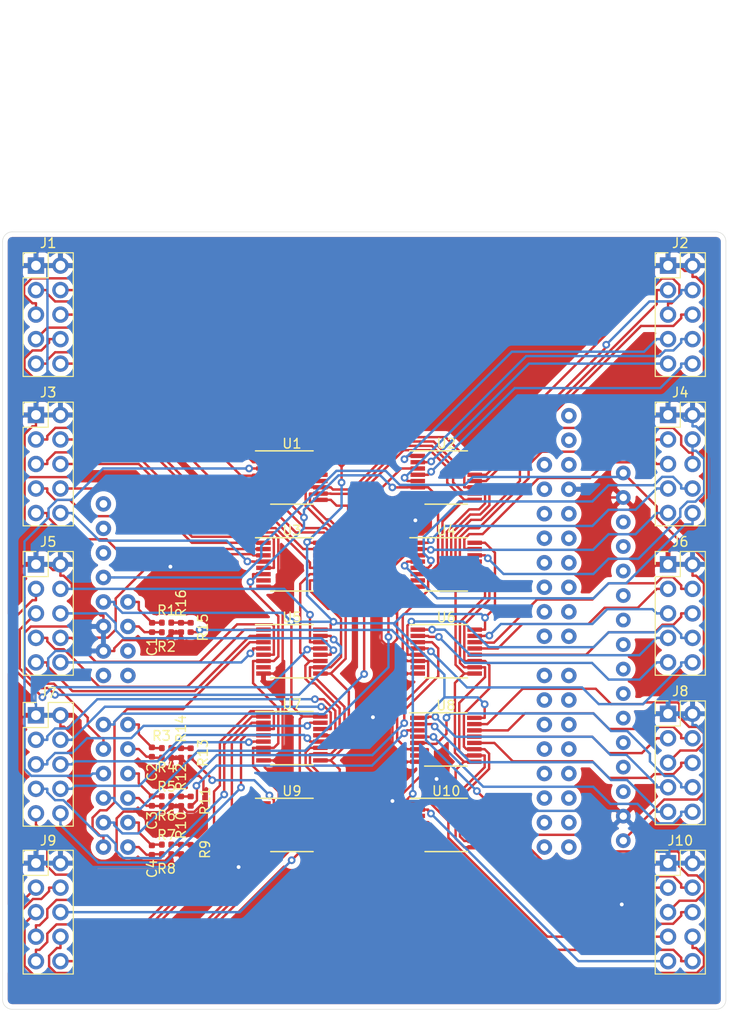
<source format=kicad_pcb>
(kicad_pcb (version 20171130) (host pcbnew "(5.1.5)-3")
  (layers (0 F.Cu signal) (31 B.Cu signal) (34 B.Paste user hide) (35 F.Paste user) (36 B.SilkS user) (37 F.SilkS user) (38 B.Mask user) (39 F.Mask user) (44 Edge.Cuts user))
  (net 0 "")
  (net 1 "Net-(U2-Pad7)")
  (net 2 "Net-(U3-Pad7)")
  (net 3 "Net-(U4-Pad7)")
  (net 4 "Net-(U5-Pad7)")
  (net 5 "Net-(U6-Pad7)")
  (net 6 "Net-(U7-Pad7)")
  (net 7 "Net-(U8-Pad7)")
  (net 8 "Net-(U9-Pad7)")
  (net 9 "Net-(U10-Pad7)")
  (net 10 "Net-(U11-Pad16)")
  (net 11 "Net-(U11-Pad14)")
  (net 12 "Net-(U11-Pad13)")
  (net 13 "Net-(U11-Pad12)")
  (net 14 "Net-(U11-Pad11)")
  (net 15 "Net-(U11-Pad10)")
  (net 16 "Net-(U11-Pad9)")
  (net 17 "Net-(U11-Pad8)")
  (net 18 "Net-(U11-Pad7)")
  (net 19 "Net-(U11-Pad6)")
  (net 20 "Net-(U11-Pad5)")
  (net 21 "Net-(U11-Pad4)")
  (net 22 "Net-(U11-Pad3)")
  (net 23 "Net-(U11-Pad2)")
  (net 24 "Net-(U11-Pad1)")
  (net 25 CH7_0)
  (net 26 CH6_0)
  (net 27 CH5_0)
  (net 28 CH4_0)
  (net 29 CH3_0)
  (net 30 CH2_0)
  (net 31 CH1_0)
  (net 32 CH0_0)
  (net 33 GND)
  (net 34 A)
  (net 35 B)
  (net 36 C)
  (net 37 "Net-(U1-Pad7)")
  (net 38 ENABLE)
  (net 39 CH0)
  (net 40 CH7_1)
  (net 41 CH6_1)
  (net 42 CH5_1)
  (net 43 CH4_1)
  (net 44 CH3_1)
  (net 45 CH2_1)
  (net 46 CH1_1)
  (net 47 CH0_1)
  (net 48 CH7_2)
  (net 49 CH6_2)
  (net 50 CH5_2)
  (net 51 CH4_2)
  (net 52 CH3_2)
  (net 53 CH2_2)
  (net 54 CH1_2)
  (net 55 CH0_2)
  (net 56 CH7_3)
  (net 57 CH6_3)
  (net 58 CH5_3)
  (net 59 CH4_3)
  (net 60 CH3_3)
  (net 61 CH2_3)
  (net 62 CH1_3)
  (net 63 CH0_3)
  (net 64 CH7_4)
  (net 65 CH6_4)
  (net 66 CH5_4)
  (net 67 CH4_4)
  (net 68 CH3_4)
  (net 69 CH2_4)
  (net 70 CH1_4)
  (net 71 CH0_4)
  (net 72 CH7_5)
  (net 73 CH6_5)
  (net 74 CH5_5)
  (net 75 CH4_5)
  (net 76 CH3_5)
  (net 77 CH2_5)
  (net 78 CH1_5)
  (net 79 CH0_5)
  (net 80 CH7_6)
  (net 81 CH6_6)
  (net 82 CH5_6)
  (net 83 CH4_6)
  (net 84 CH3_6)
  (net 85 CH2_6)
  (net 86 CH1_6)
  (net 87 CH0_6)
  (net 88 CH7_7)
  (net 89 CH6_7)
  (net 90 CH5_7)
  (net 91 CH4_7)
  (net 92 CH3_7)
  (net 93 CH2_7)
  (net 94 CH1_7)
  (net 95 CH0_7)
  (net 96 CH7_8)
  (net 97 CH6_8)
  (net 98 CH5_8)
  (net 99 CH4_8)
  (net 100 CH3_8)
  (net 101 CH2_8)
  (net 102 CH1_8)
  (net 103 CH0_8)
  (net 104 CH7_9)
  (net 105 CH6_9)
  (net 106 CH5_9)
  (net 107 CH4_9)
  (net 108 CH3_9)
  (net 109 CH2_9)
  (net 110 CH1_9)
  (net 111 CH0_9)
  (net 112 CH1)
  (net 113 CH2)
  (net 114 CH3)
  (net 115 CH4)
  (net 116 CH5)
  (net 117 CH6)
  (net 118 CH7)
  (net 119 CH8)
  (net 120 CH9)
  (net 121 "Net-(U11-Pad72)")
  (net 122 "Net-(U11-Pad71)")
  (net 123 "Net-(U11-Pad70)")
  (net 124 "Net-(U11-Pad69)")
  (net 125 "Net-(U11-Pad68)")
  (net 126 "Net-(U11-Pad67)")
  (net 127 "Net-(U11-Pad66)")
  (net 128 "Net-(U11-Pad65)")
  (net 129 "Net-(U11-Pad64)")
  (net 130 "Net-(U11-Pad63)")
  (net 131 "Net-(U11-Pad62)")
  (net 132 "Net-(U11-Pad61)")
  (net 133 "Net-(U11-Pad19)")
  (net 134 "Net-(U11-Pad20)")
  (net 135 "Net-(U11-Pad21)")
  (net 136 "Net-(U11-Pad22)")
  (net 137 "Net-(U11-Pad23)")
  (net 138 "Net-(U11-Pad24)")
  (net 139 "Net-(U11-Pad25)")
  (net 140 "Net-(U11-Pad26)")
  (net 141 "Net-(U11-Pad27)")
  (net 142 "Net-(U11-Pad28)")
  (net 143 "Net-(U11-Pad29)")
  (net 144 "Net-(U11-Pad30)")
  (net 145 "Net-(U11-Pad31)")
  (net 146 "Net-(U11-Pad32)")
  (net 147 "Net-(U11-Pad33)")
  (net 148 "Net-(U11-Pad34)")
  (net 149 "Net-(U11-Pad41)")
  (net 150 "Net-(U11-Pad42)")
  (net 151 "Net-(U11-Pad51)")
  (net 152 "Net-(R1-Pad2)")
  (net 153 "Net-(R13-Pad2)")
  (net 154 "Net-(R11-Pad2)")
  (net 155 "Net-(R10-Pad1)")
  (net 156 "Net-(C1-Pad2)")
  (net 157 "Net-(C1-Pad1)")
  (net 158 "Net-(C2-Pad2)")
  (net 159 "Net-(C2-Pad1)")
  (net 160 "Net-(C3-Pad2)")
  (net 161 "Net-(C3-Pad1)")
  (net 162 "Net-(C4-Pad2)")
  (net 163 "Net-(C4-Pad1)")
  (net 164 5V_CoraZ7)
  (net 165 3V3_CoraZ7)
  (module Capacitor_SMD:C_0402_1005Metric (layer F.Cu) (at 157.48 115.57 270)
    (fp_text reference C4 (at 1.93 -0.02 270) (layer F.SilkS))
    (fp_text value 1nF)
    (pad 2 smd roundrect (at 0.485 0 270) (size 0.59 0.64) (layers F.Cu F.Paste F.Mask) (net 162 "Net-(C4-Pad2)"))
    (pad 1 smd roundrect (at -0.485 0 270) (size 0.59 0.64) (layers F.Cu F.Paste F.Mask) (net 163 "Net-(C4-Pad1)"))
  )
  (module Capacitor_SMD:C_0402_1005Metric (layer F.Cu) (at 157.48 110.49 270)
    (fp_text reference C3 (at 2.01 -0.02 90) (layer F.SilkS))
    (fp_text value 1nF)
    (pad 2 smd roundrect (at 0.485 0 270) (size 0.59 0.64) (layers F.Cu F.Paste F.Mask) (net 160 "Net-(C3-Pad2)"))
    (pad 1 smd roundrect (at -0.485 0 270) (size 0.59 0.64) (layers F.Cu F.Paste F.Mask) (net 161 "Net-(C3-Pad1)"))
  )
  (module Capacitor_SMD:C_0402_1005Metric (layer F.Cu) (at 157.48 105.41 270)
    (fp_text reference C2 (at 2.09 -0.02 90) (layer F.SilkS))
    (fp_text value 1nF)
    (pad 2 smd roundrect (at 0.485 0 270) (size 0.59 0.64) (layers F.Cu F.Paste F.Mask) (net 158 "Net-(C2-Pad2)"))
    (pad 1 smd roundrect (at -0.485 0 270) (size 0.59 0.64) (layers F.Cu F.Paste F.Mask) (net 159 "Net-(C2-Pad1)"))
  )
  (module Capacitor_SMD:C_0402_1005Metric (layer F.Cu) (at 157.5 92.5 270)
    (fp_text reference C1 (at 2 0 90) (layer F.SilkS))
    (fp_text value 1nF)
    (pad 2 smd roundrect (at 0.485 0 270) (size 0.59 0.64) (layers F.Cu F.Paste F.Mask) (net 156 "Net-(C1-Pad2)"))
    (pad 1 smd roundrect (at -0.485 0 270) (size 0.59 0.64) (layers F.Cu F.Paste F.Mask) (net 157 "Net-(C1-Pad1)"))
  )
  (module footprint:CoraZ7_stack (layer F.Cu) (at 149.86 129.54)
    (fp_text reference U11 hide)
    (fp_text value Digilent-CoraZ7_units)
    (pad 74 thru_hole circle (at 56.5 -53.05) (size 1.524 1.524) (drill 0.762) (layers *.Cu *.Mask) (net 165 3V3_CoraZ7))
    (pad 73 thru_hole circle (at 56.5 -50.51) (size 1.524 1.524) (drill 0.762) (layers *.Cu *.Mask) (net 33 GND))
    (pad 72 thru_hole circle (at 56.5 -47.97) (size 1.524 1.524) (drill 0.762) (layers *.Cu *.Mask) (net 121 "Net-(U11-Pad72)"))
    (pad 71 thru_hole circle (at 56.5 -45.43) (size 1.524 1.524) (drill 0.762) (layers *.Cu *.Mask) (net 122 "Net-(U11-Pad71)"))
    (pad 70 thru_hole circle (at 56.5 -42.89) (size 1.524 1.524) (drill 0.762) (layers *.Cu *.Mask) (net 123 "Net-(U11-Pad70)"))
    (pad 69 thru_hole circle (at 56.5 -40.35) (size 1.524 1.524) (drill 0.762) (layers *.Cu *.Mask) (net 124 "Net-(U11-Pad69)"))
    (pad 68 thru_hole circle (at 56.5 -37.81) (size 1.524 1.524) (drill 0.762) (layers *.Cu *.Mask) (net 125 "Net-(U11-Pad68)"))
    (pad 67 thru_hole circle (at 56.5 -35.27) (size 1.524 1.524) (drill 0.762) (layers *.Cu *.Mask) (net 126 "Net-(U11-Pad67)"))
    (pad 66 thru_hole circle (at 56.5 -32.73) (size 1.524 1.524) (drill 0.762) (layers *.Cu *.Mask) (net 127 "Net-(U11-Pad66)"))
    (pad 65 thru_hole circle (at 56.5 -30.19) (size 1.524 1.524) (drill 0.762) (layers *.Cu *.Mask) (net 128 "Net-(U11-Pad65)"))
    (pad 64 thru_hole circle (at 56.5 -27.65) (size 1.524 1.524) (drill 0.762) (layers *.Cu *.Mask) (net 129 "Net-(U11-Pad64)"))
    (pad 63 thru_hole circle (at 56.5 -25.11) (size 1.524 1.524) (drill 0.762) (layers *.Cu *.Mask) (net 130 "Net-(U11-Pad63)"))
    (pad 62 thru_hole circle (at 56.5 -22.57) (size 1.524 1.524) (drill 0.762) (layers *.Cu *.Mask) (net 131 "Net-(U11-Pad62)"))
    (pad 61 thru_hole circle (at 56.5 -20.03) (size 1.524 1.524) (drill 0.762) (layers *.Cu *.Mask) (net 132 "Net-(U11-Pad61)"))
    (pad 60 thru_hole circle (at 56.5 -17.49) (size 1.524 1.524) (drill 0.762) (layers *.Cu *.Mask) (net 33 GND))
    (pad 59 thru_hole circle (at 56.5 -14.95) (size 1.524 1.524) (drill 0.762) (layers *.Cu *.Mask) (net 165 3V3_CoraZ7))
    (pad 2 thru_hole oval (at 50.856 -16.824) (size 1.6 1.6) (drill 0.8) (layers *.Cu *.Mask) (net 23 "Net-(U11-Pad2)"))
    (pad 1 thru_hole oval (at 50.856 -14.284) (size 1.6 1.6) (drill 0.8) (layers *.Cu *.Mask) (net 24 "Net-(U11-Pad1)"))
    (pad 17 thru_hole oval (at 50.856 -56.444) (size 1.6 1.6) (drill 0.8) (layers *.Cu *.Mask))
    (pad 16 thru_hole oval (at 50.856 -53.904) (size 1.6 1.6) (drill 0.8) (layers *.Cu *.Mask) (net 10 "Net-(U11-Pad16)"))
    (pad 15 thru_hole oval (at 50.856 -51.364) (size 1.6 1.6) (drill 0.8) (layers *.Cu *.Mask) (net 33 GND))
    (pad 14 thru_hole oval (at 50.856 -48.824) (size 1.6 1.6) (drill 0.8) (layers *.Cu *.Mask) (net 11 "Net-(U11-Pad14)"))
    (pad 13 thru_hole oval (at 50.856 -46.284) (size 1.6 1.6) (drill 0.8) (layers *.Cu *.Mask) (net 12 "Net-(U11-Pad13)"))
    (pad 12 thru_hole oval (at 50.856 -43.744) (size 1.6 1.6) (drill 0.8) (layers *.Cu *.Mask) (net 13 "Net-(U11-Pad12)"))
    (pad 11 thru_hole oval (at 50.856 -41.204) (size 1.6 1.6) (drill 0.8) (layers *.Cu *.Mask) (net 14 "Net-(U11-Pad11)"))
    (pad 10 thru_hole oval (at 50.856 -38.664) (size 1.6 1.6) (drill 0.8) (layers *.Cu *.Mask) (net 15 "Net-(U11-Pad10)"))
    (pad 8 thru_hole oval (at 50.856 -32.064) (size 1.6 1.6) (drill 0.8) (layers *.Cu *.Mask) (net 17 "Net-(U11-Pad8)"))
    (pad 7 thru_hole oval (at 50.856 -29.524) (size 1.6 1.6) (drill 0.8) (layers *.Cu *.Mask) (net 18 "Net-(U11-Pad7)"))
    (pad 6 thru_hole oval (at 50.856 -26.984) (size 1.6 1.6) (drill 0.8) (layers *.Cu *.Mask) (net 19 "Net-(U11-Pad6)"))
    (pad 5 thru_hole oval (at 50.856 -24.444) (size 1.6 1.6) (drill 0.8) (layers *.Cu *.Mask) (net 20 "Net-(U11-Pad5)"))
    (pad 4 thru_hole oval (at 50.856 -21.904) (size 1.6 1.6) (drill 0.8) (layers *.Cu *.Mask) (net 21 "Net-(U11-Pad4)"))
    (pad 3 thru_hole oval (at 50.856 -19.364) (size 1.6 1.6) (drill 0.8) (layers *.Cu *.Mask) (net 22 "Net-(U11-Pad3)"))
    (pad 9 thru_hole oval (at 50.856 -36.128) (size 1.6 1.6) (drill 0.8) (layers *.Cu *.Mask) (net 16 "Net-(U11-Pad9)"))
    (pad 18 thru_hole oval (at 50.856 -58.988) (size 1.6 1.6) (drill 0.8) (layers *.Cu *.Mask))
    (pad 19 thru_hole oval (at 48.316 -14.284) (size 1.6 1.6) (drill 0.8) (layers *.Cu *.Mask) (net 133 "Net-(U11-Pad19)"))
    (pad 20 thru_hole oval (at 48.316 -16.824) (size 1.6 1.6) (drill 0.8) (layers *.Cu *.Mask) (net 134 "Net-(U11-Pad20)"))
    (pad 21 thru_hole oval (at 48.316 -19.364) (size 1.6 1.6) (drill 0.8) (layers *.Cu *.Mask) (net 135 "Net-(U11-Pad21)"))
    (pad 22 thru_hole oval (at 48.316 -21.904) (size 1.6 1.6) (drill 0.8) (layers *.Cu *.Mask) (net 136 "Net-(U11-Pad22)"))
    (pad 23 thru_hole oval (at 48.316 -24.444) (size 1.6 1.6) (drill 0.8) (layers *.Cu *.Mask) (net 137 "Net-(U11-Pad23)"))
    (pad 24 thru_hole oval (at 48.316 -26.984) (size 1.6 1.6) (drill 0.8) (layers *.Cu *.Mask) (net 138 "Net-(U11-Pad24)"))
    (pad 25 thru_hole oval (at 48.316 -29.524) (size 1.6 1.6) (drill 0.8) (layers *.Cu *.Mask) (net 139 "Net-(U11-Pad25)"))
    (pad 26 thru_hole oval (at 48.316 -32.064) (size 1.6 1.6) (drill 0.8) (layers *.Cu *.Mask) (net 140 "Net-(U11-Pad26)"))
    (pad 27 thru_hole oval (at 48.316 -36.128) (size 1.6 1.6) (drill 0.8) (layers *.Cu *.Mask) (net 141 "Net-(U11-Pad27)"))
    (pad 28 thru_hole oval (at 48.316 -38.668) (size 1.6 1.6) (drill 0.8) (layers *.Cu *.Mask) (net 142 "Net-(U11-Pad28)"))
    (pad 29 thru_hole oval (at 48.316 -41.208) (size 1.6 1.6) (drill 0.8) (layers *.Cu *.Mask) (net 143 "Net-(U11-Pad29)"))
    (pad 30 thru_hole oval (at 48.316 -43.748) (size 1.6 1.6) (drill 0.8) (layers *.Cu *.Mask) (net 144 "Net-(U11-Pad30)"))
    (pad 31 thru_hole oval (at 48.316 -46.288) (size 1.6 1.6) (drill 0.8) (layers *.Cu *.Mask) (net 145 "Net-(U11-Pad31)"))
    (pad 32 thru_hole oval (at 48.316 -48.828) (size 1.6 1.6) (drill 0.8) (layers *.Cu *.Mask) (net 146 "Net-(U11-Pad32)"))
    (pad 33 thru_hole oval (at 48.316 -51.368) (size 1.6 1.6) (drill 0.8) (layers *.Cu *.Mask) (net 147 "Net-(U11-Pad33)"))
    (pad 34 thru_hole oval (at 48.316 -53.908) (size 1.6 1.6) (drill 0.8) (layers *.Cu *.Mask) (net 148 "Net-(U11-Pad34)"))
    (pad 35 thru_hole oval (at 5.136 -14.284) (size 1.6 1.6) (drill 0.8) (layers *.Cu *.Mask) (net 162 "Net-(C4-Pad2)"))
    (pad 36 thru_hole oval (at 5.136 -16.824) (size 1.6 1.6) (drill 0.8) (layers *.Cu *.Mask) (net 163 "Net-(C4-Pad1)"))
    (pad 37 thru_hole oval (at 5.136 -19.364) (size 1.6 1.6) (drill 0.8) (layers *.Cu *.Mask) (net 160 "Net-(C3-Pad2)"))
    (pad 38 thru_hole oval (at 5.136 -21.904) (size 1.6 1.6) (drill 0.8) (layers *.Cu *.Mask) (net 161 "Net-(C3-Pad1)"))
    (pad 39 thru_hole oval (at 5.136 -24.444) (size 1.6 1.6) (drill 0.8) (layers *.Cu *.Mask) (net 158 "Net-(C2-Pad2)"))
    (pad 40 thru_hole oval (at 5.136 -26.984) (size 1.6 1.6) (drill 0.8) (layers *.Cu *.Mask) (net 159 "Net-(C2-Pad1)"))
    (pad 41 thru_hole oval (at 5.136 -32.064) (size 1.6 1.6) (drill 0.8) (layers *.Cu *.Mask) (net 149 "Net-(U11-Pad41)"))
    (pad 42 thru_hole oval (at 5.136 -34.604) (size 1.6 1.6) (drill 0.8) (layers *.Cu *.Mask) (net 150 "Net-(U11-Pad42)"))
    (pad 43 thru_hole oval (at 5.136 -37.144) (size 1.6 1.6) (drill 0.8) (layers *.Cu *.Mask) (net 156 "Net-(C1-Pad2)"))
    (pad 44 thru_hole oval (at 5.136 -39.684) (size 1.6 1.6) (drill 0.8) (layers *.Cu *.Mask) (net 157 "Net-(C1-Pad1)"))
    (pad 45 thru_hole oval (at 2.596 -14.284) (size 1.6 1.6) (drill 0.8) (layers *.Cu *.Mask) (net 116 CH5))
    (pad 46 thru_hole oval (at 2.596 -16.824) (size 1.6 1.6) (drill 0.8) (layers *.Cu *.Mask) (net 115 CH4))
    (pad 47 thru_hole oval (at 2.596 -19.364) (size 1.6 1.6) (drill 0.8) (layers *.Cu *.Mask) (net 114 CH3))
    (pad 48 thru_hole oval (at 2.596 -21.904) (size 1.6 1.6) (drill 0.8) (layers *.Cu *.Mask) (net 113 CH2))
    (pad 49 thru_hole oval (at 2.596 -24.444) (size 1.6 1.6) (drill 0.8) (layers *.Cu *.Mask) (net 112 CH1))
    (pad 50 thru_hole oval (at 2.596 -26.984) (size 1.6 1.6) (drill 0.8) (layers *.Cu *.Mask) (net 39 CH0))
    (pad 51 thru_hole oval (at 2.596 -32.064) (size 1.6 1.6) (drill 0.8) (layers *.Cu *.Mask) (net 151 "Net-(U11-Pad51)"))
    (pad 52 thru_hole oval (at 2.596 -34.604) (size 1.6 1.6) (drill 0.8) (layers *.Cu *.Mask) (net 33 GND))
    (pad 53 thru_hole oval (at 2.596 -37.144) (size 1.6 1.6) (drill 0.8) (layers *.Cu *.Mask) (net 33 GND))
    (pad 54 thru_hole oval (at 2.596 -39.684) (size 1.6 1.6) (drill 0.8) (layers *.Cu *.Mask) (net 164 5V_CoraZ7))
    (pad 55 thru_hole oval (at 2.596 -42.224) (size 1.6 1.6) (drill 0.8) (layers *.Cu *.Mask) (net 165 3V3_CoraZ7))
    (pad 56 thru_hole oval (at 2.596 -44.764) (size 1.6 1.6) (drill 0.8) (layers *.Cu *.Mask))
    (pad 57 thru_hole oval (at 2.596 -47.304) (size 1.6 1.6) (drill 0.8) (layers *.Cu *.Mask))
    (pad 58 thru_hole oval (at 2.596 -49.844) (size 1.6 1.6) (drill 0.8) (layers *.Cu *.Mask))
  )
  (module Resistor_SMD:R_0402_1005Metric (layer F.Cu) (at 160.5 92.5 270)
    (fp_text reference R16 (at -2.5 0 270) (layer F.SilkS))
    (fp_text value 1K)
    (pad 2 smd roundrect (at 0.485 0 270) (size 0.59 0.64) (layers F.Cu F.Paste F.Mask) (net 33 GND))
    (pad 1 smd roundrect (at -0.485 0 270) (size 0.59 0.64) (layers F.Cu F.Paste F.Mask) (net 152 "Net-(R1-Pad2)"))
  )
  (module Resistor_SMD:R_0402_1005Metric (layer F.Cu) (at 161.5 92.5 90)
    (fp_text reference R15 (at 0 1.27 90) (layer F.SilkS))
    (fp_text value 2.32K)
    (pad 2 smd roundrect (at 0.485 0 90) (size 0.59 0.64) (layers F.Cu F.Paste F.Mask) (net 152 "Net-(R1-Pad2)"))
    (pad 1 smd roundrect (at -0.485 0 90) (size 0.59 0.64) (layers F.Cu F.Paste F.Mask) (net 120 CH9))
  )
  (module Resistor_SMD:R_0402_1005Metric (layer F.Cu) (at 160.5 105.5 270)
    (fp_text reference R14 (at -2.5 0 270) (layer F.SilkS))
    (fp_text value 1K)
    (pad 2 smd roundrect (at 0.485 0 270) (size 0.59 0.64) (layers F.Cu F.Paste F.Mask) (net 33 GND))
    (pad 1 smd roundrect (at -0.485 0 270) (size 0.59 0.64) (layers F.Cu F.Paste F.Mask) (net 153 "Net-(R13-Pad2)"))
  )
  (module Resistor_SMD:R_0402_1005Metric (layer F.Cu) (at 161.5 105.5 90)
    (fp_text reference R13 (at 0 1.27 90) (layer F.SilkS))
    (fp_text value 2.32K)
    (pad 2 smd roundrect (at 0.485 0 90) (size 0.59 0.64) (layers F.Cu F.Paste F.Mask) (net 153 "Net-(R13-Pad2)"))
    (pad 1 smd roundrect (at -0.485 0 90) (size 0.59 0.64) (layers F.Cu F.Paste F.Mask) (net 119 CH8))
  )
  (module Resistor_SMD:R_0402_1005Metric (layer F.Cu) (at 160.5 110.5 270)
    (fp_text reference R12 (at -2.5 0 270) (layer F.SilkS))
    (fp_text value 1K)
    (pad 2 smd roundrect (at 0.485 0 270) (size 0.59 0.64) (layers F.Cu F.Paste F.Mask) (net 33 GND))
    (pad 1 smd roundrect (at -0.485 0 270) (size 0.59 0.64) (layers F.Cu F.Paste F.Mask) (net 154 "Net-(R11-Pad2)"))
  )
  (module Resistor_SMD:R_0402_1005Metric (layer F.Cu) (at 161.5 110.5 90)
    (fp_text reference R11 (at 0 1.5 270) (layer F.SilkS))
    (fp_text value 2.32K)
    (pad 2 smd roundrect (at 0.485 0 90) (size 0.59 0.64) (layers F.Cu F.Paste F.Mask) (net 154 "Net-(R11-Pad2)"))
    (pad 1 smd roundrect (at -0.485 0 90) (size 0.59 0.64) (layers F.Cu F.Paste F.Mask) (net 118 CH7))
  )
  (module Resistor_SMD:R_0402_1005Metric (layer F.Cu) (at 160.5 115.485 270)
    (fp_text reference R10 (at -2.485 0 270) (layer F.SilkS))
    (fp_text value 1K)
    (pad 2 smd roundrect (at 0.485 0 270) (size 0.59 0.64) (layers F.Cu F.Paste F.Mask) (net 33 GND))
    (pad 1 smd roundrect (at -0.485 0 270) (size 0.59 0.64) (layers F.Cu F.Paste F.Mask) (net 155 "Net-(R10-Pad1)"))
  )
  (module Resistor_SMD:R_0402_1005Metric (layer F.Cu) (at 161.5 115.5 90)
    (fp_text reference R9 (at 0 1.5 90) (layer F.SilkS))
    (fp_text value 2.32K)
    (pad 2 smd roundrect (at 0.485 0 90) (size 0.59 0.64) (layers F.Cu F.Paste F.Mask) (net 155 "Net-(R10-Pad1)"))
    (pad 1 smd roundrect (at -0.485 0 90) (size 0.59 0.64) (layers F.Cu F.Paste F.Mask) (net 117 CH6))
  )
  (module Resistor_SMD:R_0402_1005Metric (layer F.Cu) (at 159 116)
    (fp_text reference R8 (at 0 1.5) (layer F.SilkS))
    (fp_text value 845)
    (pad 2 smd roundrect (at 0.485 0) (size 0.59 0.64) (layers F.Cu F.Paste F.Mask) (net 33 GND))
    (pad 1 smd roundrect (at -0.485 0) (size 0.59 0.64) (layers F.Cu F.Paste F.Mask) (net 162 "Net-(C4-Pad2)"))
  )
  (module Resistor_SMD:R_0402_1005Metric (layer F.Cu) (at 159 115)
    (fp_text reference R7 (at 0 -1) (layer F.SilkS))
    (fp_text value 140)
    (pad 2 smd roundrect (at 0.485 0) (size 0.59 0.64) (layers F.Cu F.Paste F.Mask) (net 155 "Net-(R10-Pad1)"))
    (pad 1 smd roundrect (at -0.485 0) (size 0.59 0.64) (layers F.Cu F.Paste F.Mask) (net 163 "Net-(C4-Pad1)"))
  )
  (module Resistor_SMD:R_0402_1005Metric (layer F.Cu) (at 159 111)
    (fp_text reference R6 (at 0 1) (layer F.SilkS))
    (fp_text value 845)
    (pad 2 smd roundrect (at 0.485 0) (size 0.59 0.64) (layers F.Cu F.Paste F.Mask) (net 33 GND))
    (pad 1 smd roundrect (at -0.485 0) (size 0.59 0.64) (layers F.Cu F.Paste F.Mask) (net 160 "Net-(C3-Pad2)"))
  )
  (module Resistor_SMD:R_0402_1005Metric (layer F.Cu) (at 159 110)
    (fp_text reference R5 (at 0 -1) (layer F.SilkS))
    (fp_text value 140)
    (pad 2 smd roundrect (at 0.485 0) (size 0.59 0.64) (layers F.Cu F.Paste F.Mask) (net 154 "Net-(R11-Pad2)"))
    (pad 1 smd roundrect (at -0.485 0) (size 0.59 0.64) (layers F.Cu F.Paste F.Mask) (net 161 "Net-(C3-Pad1)"))
  )
  (module Resistor_SMD:R_0402_1005Metric (layer F.Cu) (at 159 106)
    (fp_text reference R4 (at 0 1) (layer F.SilkS))
    (fp_text value 845)
    (pad 2 smd roundrect (at 0.485 0) (size 0.59 0.64) (layers F.Cu F.Paste F.Mask) (net 33 GND))
    (pad 1 smd roundrect (at -0.485 0) (size 0.59 0.64) (layers F.Cu F.Paste F.Mask) (net 158 "Net-(C2-Pad2)"))
  )
  (module Resistor_SMD:R_0402_1005Metric (layer F.Cu) (at 159 105)
    (fp_text reference R3 (at -0.52 -1.27) (layer F.SilkS))
    (fp_text value 140)
    (pad 2 smd roundrect (at 0.485 0) (size 0.59 0.64) (layers F.Cu F.Paste F.Mask) (net 153 "Net-(R13-Pad2)"))
    (pad 1 smd roundrect (at -0.485 0) (size 0.59 0.64) (layers F.Cu F.Paste F.Mask) (net 159 "Net-(C2-Pad1)"))
  )
  (module Resistor_SMD:R_0402_1005Metric (layer F.Cu) (at 159 93)
    (fp_text reference R2 (at 0 1.5) (layer F.SilkS))
    (fp_text value 845)
    (pad 2 smd roundrect (at 0.485 0) (size 0.59 0.64) (layers F.Cu F.Paste F.Mask) (net 33 GND))
    (pad 1 smd roundrect (at -0.485 0) (size 0.59 0.64) (layers F.Cu F.Paste F.Mask) (net 156 "Net-(C1-Pad2)"))
  )
  (module Resistor_SMD:R_0402_1005Metric (layer F.Cu) (at 159 92)
    (fp_text reference R1 (at 0 -1.27) (layer F.SilkS))
    (fp_text value 140)
    (pad 2 smd roundrect (at 0.485 0) (size 0.59 0.64) (layers F.Cu F.Paste F.Mask) (net 152 "Net-(R1-Pad2)"))
    (pad 1 smd roundrect (at -0.485 0) (size 0.59 0.64) (layers F.Cu F.Paste F.Mask) (net 157 "Net-(C1-Pad1)"))
  )
  (module Package_SO:TSSOP-16_4.4x5mm_P0.65mm (layer F.Cu) (at 188 113)
    (fp_text reference U10 (at 0 -3.55) (layer F.SilkS))
    (fp_text value MAX4617EUE+)
    (pad 16 smd rect (at 2.95 -2.275) (size 1.5 0.45) (layers F.Cu F.Paste F.Mask) (net 164 5V_CoraZ7))
    (pad 15 smd rect (at 2.95 -1.625) (size 1.5 0.45) (layers F.Cu F.Paste F.Mask) (net 109 CH2_9))
    (pad 14 smd rect (at 2.95 -0.975) (size 1.5 0.45) (layers F.Cu F.Paste F.Mask) (net 110 CH1_9))
    (pad 13 smd rect (at 2.95 -0.325) (size 1.5 0.45) (layers F.Cu F.Paste F.Mask) (net 111 CH0_9))
    (pad 12 smd rect (at 2.95 0.325) (size 1.5 0.45) (layers F.Cu F.Paste F.Mask) (net 108 CH3_9))
    (pad 11 smd rect (at 2.95 0.975) (size 1.5 0.45) (layers F.Cu F.Paste F.Mask) (net 34 A))
    (pad 10 smd rect (at 2.95 1.625) (size 1.5 0.45) (layers F.Cu F.Paste F.Mask) (net 35 B))
    (pad 9 smd rect (at 2.95 2.275) (size 1.5 0.45) (layers F.Cu F.Paste F.Mask) (net 36 C))
    (pad 8 smd rect (at -2.95 2.275) (size 1.5 0.45) (layers F.Cu F.Paste F.Mask) (net 33 GND))
    (pad 7 smd rect (at -2.95 1.625) (size 1.5 0.45) (layers F.Cu F.Paste F.Mask) (net 9 "Net-(U10-Pad7)"))
    (pad 6 smd rect (at -2.95 0.975) (size 1.5 0.45) (layers F.Cu F.Paste F.Mask) (net 38 ENABLE))
    (pad 5 smd rect (at -2.95 0.325) (size 1.5 0.45) (layers F.Cu F.Paste F.Mask) (net 106 CH5_9))
    (pad 4 smd rect (at -2.95 -0.325) (size 1.5 0.45) (layers F.Cu F.Paste F.Mask) (net 104 CH7_9))
    (pad 3 smd rect (at -2.95 -0.975) (size 1.5 0.45) (layers F.Cu F.Paste F.Mask) (net 120 CH9))
    (pad 2 smd rect (at -2.95 -1.625) (size 1.5 0.45) (layers F.Cu F.Paste F.Mask) (net 105 CH6_9))
    (pad 1 smd rect (at -2.95 -2.275) (size 1.5 0.45) (layers F.Cu F.Paste F.Mask) (net 107 CH4_9))
  )
  (module Package_SO:TSSOP-16_4.4x5mm_P0.65mm (layer F.Cu) (at 172 113)
    (fp_text reference U9 (at 0 -3.55) (layer F.SilkS))
    (fp_text value MAX4617EUE+)
    (pad 16 smd rect (at 2.95 -2.275) (size 1.5 0.45) (layers F.Cu F.Paste F.Mask) (net 164 5V_CoraZ7))
    (pad 15 smd rect (at 2.95 -1.625) (size 1.5 0.45) (layers F.Cu F.Paste F.Mask) (net 101 CH2_8))
    (pad 14 smd rect (at 2.95 -0.975) (size 1.5 0.45) (layers F.Cu F.Paste F.Mask) (net 102 CH1_8))
    (pad 13 smd rect (at 2.95 -0.325) (size 1.5 0.45) (layers F.Cu F.Paste F.Mask) (net 103 CH0_8))
    (pad 12 smd rect (at 2.95 0.325) (size 1.5 0.45) (layers F.Cu F.Paste F.Mask) (net 100 CH3_8))
    (pad 11 smd rect (at 2.95 0.975) (size 1.5 0.45) (layers F.Cu F.Paste F.Mask) (net 34 A))
    (pad 10 smd rect (at 2.95 1.625) (size 1.5 0.45) (layers F.Cu F.Paste F.Mask) (net 35 B))
    (pad 9 smd rect (at 2.95 2.275) (size 1.5 0.45) (layers F.Cu F.Paste F.Mask) (net 36 C))
    (pad 8 smd rect (at -2.95 2.275) (size 1.5 0.45) (layers F.Cu F.Paste F.Mask) (net 33 GND))
    (pad 7 smd rect (at -2.95 1.625) (size 1.5 0.45) (layers F.Cu F.Paste F.Mask) (net 8 "Net-(U9-Pad7)"))
    (pad 6 smd rect (at -2.95 0.975) (size 1.5 0.45) (layers F.Cu F.Paste F.Mask) (net 38 ENABLE))
    (pad 5 smd rect (at -2.95 0.325) (size 1.5 0.45) (layers F.Cu F.Paste F.Mask) (net 98 CH5_8))
    (pad 4 smd rect (at -2.95 -0.325) (size 1.5 0.45) (layers F.Cu F.Paste F.Mask) (net 96 CH7_8))
    (pad 3 smd rect (at -2.95 -0.975) (size 1.5 0.45) (layers F.Cu F.Paste F.Mask) (net 119 CH8))
    (pad 2 smd rect (at -2.95 -1.625) (size 1.5 0.45) (layers F.Cu F.Paste F.Mask) (net 97 CH6_8))
    (pad 1 smd rect (at -2.95 -2.275) (size 1.5 0.45) (layers F.Cu F.Paste F.Mask) (net 99 CH4_8))
  )
  (module Package_SO:TSSOP-16_4.4x5mm_P0.65mm (layer F.Cu) (at 187.96 104.14)
    (fp_text reference U8 (at 0 -3.55) (layer F.SilkS))
    (fp_text value MAX4617EUE+)
    (pad 16 smd rect (at 2.95 -2.275) (size 1.5 0.45) (layers F.Cu F.Paste F.Mask) (net 164 5V_CoraZ7))
    (pad 15 smd rect (at 2.95 -1.625) (size 1.5 0.45) (layers F.Cu F.Paste F.Mask) (net 93 CH2_7))
    (pad 14 smd rect (at 2.95 -0.975) (size 1.5 0.45) (layers F.Cu F.Paste F.Mask) (net 94 CH1_7))
    (pad 13 smd rect (at 2.95 -0.325) (size 1.5 0.45) (layers F.Cu F.Paste F.Mask) (net 95 CH0_7))
    (pad 12 smd rect (at 2.95 0.325) (size 1.5 0.45) (layers F.Cu F.Paste F.Mask) (net 92 CH3_7))
    (pad 11 smd rect (at 2.95 0.975) (size 1.5 0.45) (layers F.Cu F.Paste F.Mask) (net 34 A))
    (pad 10 smd rect (at 2.95 1.625) (size 1.5 0.45) (layers F.Cu F.Paste F.Mask) (net 35 B))
    (pad 9 smd rect (at 2.95 2.275) (size 1.5 0.45) (layers F.Cu F.Paste F.Mask) (net 36 C))
    (pad 8 smd rect (at -2.95 2.275) (size 1.5 0.45) (layers F.Cu F.Paste F.Mask) (net 33 GND))
    (pad 7 smd rect (at -2.95 1.625) (size 1.5 0.45) (layers F.Cu F.Paste F.Mask) (net 7 "Net-(U8-Pad7)"))
    (pad 6 smd rect (at -2.95 0.975) (size 1.5 0.45) (layers F.Cu F.Paste F.Mask) (net 38 ENABLE))
    (pad 5 smd rect (at -2.95 0.325) (size 1.5 0.45) (layers F.Cu F.Paste F.Mask) (net 90 CH5_7))
    (pad 4 smd rect (at -2.95 -0.325) (size 1.5 0.45) (layers F.Cu F.Paste F.Mask) (net 88 CH7_7))
    (pad 3 smd rect (at -2.95 -0.975) (size 1.5 0.45) (layers F.Cu F.Paste F.Mask) (net 118 CH7))
    (pad 2 smd rect (at -2.95 -1.625) (size 1.5 0.45) (layers F.Cu F.Paste F.Mask) (net 89 CH6_7))
    (pad 1 smd rect (at -2.95 -2.275) (size 1.5 0.45) (layers F.Cu F.Paste F.Mask) (net 91 CH4_7))
  )
  (module Package_SO:TSSOP-16_4.4x5mm_P0.65mm (layer F.Cu) (at 172 104)
    (fp_text reference U7 (at 0 -3.55) (layer F.SilkS))
    (fp_text value MAX4617EUE+)
    (pad 16 smd rect (at 2.95 -2.275) (size 1.5 0.45) (layers F.Cu F.Paste F.Mask) (net 164 5V_CoraZ7))
    (pad 15 smd rect (at 2.95 -1.625) (size 1.5 0.45) (layers F.Cu F.Paste F.Mask) (net 85 CH2_6))
    (pad 14 smd rect (at 2.95 -0.975) (size 1.5 0.45) (layers F.Cu F.Paste F.Mask) (net 86 CH1_6))
    (pad 13 smd rect (at 2.95 -0.325) (size 1.5 0.45) (layers F.Cu F.Paste F.Mask) (net 87 CH0_6))
    (pad 12 smd rect (at 2.95 0.325) (size 1.5 0.45) (layers F.Cu F.Paste F.Mask) (net 84 CH3_6))
    (pad 11 smd rect (at 2.95 0.975) (size 1.5 0.45) (layers F.Cu F.Paste F.Mask) (net 34 A))
    (pad 10 smd rect (at 2.95 1.625) (size 1.5 0.45) (layers F.Cu F.Paste F.Mask) (net 35 B))
    (pad 9 smd rect (at 2.95 2.275) (size 1.5 0.45) (layers F.Cu F.Paste F.Mask) (net 36 C))
    (pad 8 smd rect (at -2.95 2.275) (size 1.5 0.45) (layers F.Cu F.Paste F.Mask) (net 33 GND))
    (pad 7 smd rect (at -2.95 1.625) (size 1.5 0.45) (layers F.Cu F.Paste F.Mask) (net 6 "Net-(U7-Pad7)"))
    (pad 6 smd rect (at -2.95 0.975) (size 1.5 0.45) (layers F.Cu F.Paste F.Mask) (net 38 ENABLE))
    (pad 5 smd rect (at -2.95 0.325) (size 1.5 0.45) (layers F.Cu F.Paste F.Mask) (net 82 CH5_6))
    (pad 4 smd rect (at -2.95 -0.325) (size 1.5 0.45) (layers F.Cu F.Paste F.Mask) (net 80 CH7_6))
    (pad 3 smd rect (at -2.95 -0.975) (size 1.5 0.45) (layers F.Cu F.Paste F.Mask) (net 117 CH6))
    (pad 2 smd rect (at -2.95 -1.625) (size 1.5 0.45) (layers F.Cu F.Paste F.Mask) (net 81 CH6_6))
    (pad 1 smd rect (at -2.95 -2.275) (size 1.5 0.45) (layers F.Cu F.Paste F.Mask) (net 83 CH4_6))
  )
  (module Package_SO:TSSOP-16_4.4x5mm_P0.65mm (layer F.Cu) (at 188 95)
    (fp_text reference U6 (at 0 -3.55) (layer F.SilkS))
    (fp_text value MAX4617EUE+)
    (pad 16 smd rect (at 2.95 -2.275) (size 1.5 0.45) (layers F.Cu F.Paste F.Mask) (net 164 5V_CoraZ7))
    (pad 15 smd rect (at 2.95 -1.625) (size 1.5 0.45) (layers F.Cu F.Paste F.Mask) (net 69 CH2_4))
    (pad 14 smd rect (at 2.95 -0.975) (size 1.5 0.45) (layers F.Cu F.Paste F.Mask) (net 70 CH1_4))
    (pad 13 smd rect (at 2.95 -0.325) (size 1.5 0.45) (layers F.Cu F.Paste F.Mask) (net 71 CH0_4))
    (pad 12 smd rect (at 2.95 0.325) (size 1.5 0.45) (layers F.Cu F.Paste F.Mask) (net 68 CH3_4))
    (pad 11 smd rect (at 2.95 0.975) (size 1.5 0.45) (layers F.Cu F.Paste F.Mask) (net 34 A))
    (pad 10 smd rect (at 2.95 1.625) (size 1.5 0.45) (layers F.Cu F.Paste F.Mask) (net 35 B))
    (pad 9 smd rect (at 2.95 2.275) (size 1.5 0.45) (layers F.Cu F.Paste F.Mask) (net 36 C))
    (pad 8 smd rect (at -2.95 2.275) (size 1.5 0.45) (layers F.Cu F.Paste F.Mask) (net 33 GND))
    (pad 7 smd rect (at -2.95 1.625) (size 1.5 0.45) (layers F.Cu F.Paste F.Mask) (net 5 "Net-(U6-Pad7)"))
    (pad 6 smd rect (at -2.95 0.975) (size 1.5 0.45) (layers F.Cu F.Paste F.Mask) (net 38 ENABLE))
    (pad 5 smd rect (at -2.95 0.325) (size 1.5 0.45) (layers F.Cu F.Paste F.Mask) (net 66 CH5_4))
    (pad 4 smd rect (at -2.95 -0.325) (size 1.5 0.45) (layers F.Cu F.Paste F.Mask) (net 64 CH7_4))
    (pad 3 smd rect (at -2.95 -0.975) (size 1.5 0.45) (layers F.Cu F.Paste F.Mask) (net 115 CH4))
    (pad 2 smd rect (at -2.95 -1.625) (size 1.5 0.45) (layers F.Cu F.Paste F.Mask) (net 65 CH6_4))
    (pad 1 smd rect (at -2.95 -2.275) (size 1.5 0.45) (layers F.Cu F.Paste F.Mask) (net 67 CH4_4))
  )
  (module Package_SO:TSSOP-16_4.4x5mm_P0.65mm (layer F.Cu) (at 172 95)
    (fp_text reference U5 (at 0 -3.55) (layer F.SilkS))
    (fp_text value MAX4617EUE+)
    (pad 16 smd rect (at 2.95 -2.275) (size 1.5 0.45) (layers F.Cu F.Paste F.Mask) (net 164 5V_CoraZ7))
    (pad 15 smd rect (at 2.95 -1.625) (size 1.5 0.45) (layers F.Cu F.Paste F.Mask) (net 77 CH2_5))
    (pad 14 smd rect (at 2.95 -0.975) (size 1.5 0.45) (layers F.Cu F.Paste F.Mask) (net 78 CH1_5))
    (pad 13 smd rect (at 2.95 -0.325) (size 1.5 0.45) (layers F.Cu F.Paste F.Mask) (net 79 CH0_5))
    (pad 12 smd rect (at 2.95 0.325) (size 1.5 0.45) (layers F.Cu F.Paste F.Mask) (net 76 CH3_5))
    (pad 11 smd rect (at 2.95 0.975) (size 1.5 0.45) (layers F.Cu F.Paste F.Mask) (net 34 A))
    (pad 10 smd rect (at 2.95 1.625) (size 1.5 0.45) (layers F.Cu F.Paste F.Mask) (net 35 B))
    (pad 9 smd rect (at 2.95 2.275) (size 1.5 0.45) (layers F.Cu F.Paste F.Mask) (net 36 C))
    (pad 8 smd rect (at -2.95 2.275) (size 1.5 0.45) (layers F.Cu F.Paste F.Mask) (net 33 GND))
    (pad 7 smd rect (at -2.95 1.625) (size 1.5 0.45) (layers F.Cu F.Paste F.Mask) (net 4 "Net-(U5-Pad7)"))
    (pad 6 smd rect (at -2.95 0.975) (size 1.5 0.45) (layers F.Cu F.Paste F.Mask) (net 38 ENABLE))
    (pad 5 smd rect (at -2.95 0.325) (size 1.5 0.45) (layers F.Cu F.Paste F.Mask) (net 74 CH5_5))
    (pad 4 smd rect (at -2.95 -0.325) (size 1.5 0.45) (layers F.Cu F.Paste F.Mask) (net 72 CH7_5))
    (pad 3 smd rect (at -2.95 -0.975) (size 1.5 0.45) (layers F.Cu F.Paste F.Mask) (net 116 CH5))
    (pad 2 smd rect (at -2.95 -1.625) (size 1.5 0.45) (layers F.Cu F.Paste F.Mask) (net 73 CH6_5))
    (pad 1 smd rect (at -2.95 -2.275) (size 1.5 0.45) (layers F.Cu F.Paste F.Mask) (net 75 CH4_5))
  )
  (module Package_SO:TSSOP-16_4.4x5mm_P0.65mm (layer F.Cu) (at 188 86)
    (fp_text reference U4 (at 0 -3.55) (layer F.SilkS))
    (fp_text value MAX4617EUE+)
    (pad 16 smd rect (at 2.95 -2.275) (size 1.5 0.45) (layers F.Cu F.Paste F.Mask) (net 164 5V_CoraZ7))
    (pad 15 smd rect (at 2.95 -1.625) (size 1.5 0.45) (layers F.Cu F.Paste F.Mask) (net 61 CH2_3))
    (pad 14 smd rect (at 2.95 -0.975) (size 1.5 0.45) (layers F.Cu F.Paste F.Mask) (net 62 CH1_3))
    (pad 13 smd rect (at 2.95 -0.325) (size 1.5 0.45) (layers F.Cu F.Paste F.Mask) (net 63 CH0_3))
    (pad 12 smd rect (at 2.95 0.325) (size 1.5 0.45) (layers F.Cu F.Paste F.Mask) (net 60 CH3_3))
    (pad 11 smd rect (at 2.95 0.975) (size 1.5 0.45) (layers F.Cu F.Paste F.Mask) (net 34 A))
    (pad 10 smd rect (at 2.95 1.625) (size 1.5 0.45) (layers F.Cu F.Paste F.Mask) (net 35 B))
    (pad 9 smd rect (at 2.95 2.275) (size 1.5 0.45) (layers F.Cu F.Paste F.Mask) (net 36 C))
    (pad 8 smd rect (at -2.95 2.275) (size 1.5 0.45) (layers F.Cu F.Paste F.Mask) (net 33 GND))
    (pad 7 smd rect (at -2.95 1.625) (size 1.5 0.45) (layers F.Cu F.Paste F.Mask) (net 3 "Net-(U4-Pad7)"))
    (pad 6 smd rect (at -2.95 0.975) (size 1.5 0.45) (layers F.Cu F.Paste F.Mask) (net 38 ENABLE))
    (pad 5 smd rect (at -2.95 0.325) (size 1.5 0.45) (layers F.Cu F.Paste F.Mask) (net 58 CH5_3))
    (pad 4 smd rect (at -2.95 -0.325) (size 1.5 0.45) (layers F.Cu F.Paste F.Mask) (net 56 CH7_3))
    (pad 3 smd rect (at -2.95 -0.975) (size 1.5 0.45) (layers F.Cu F.Paste F.Mask) (net 114 CH3))
    (pad 2 smd rect (at -2.95 -1.625) (size 1.5 0.45) (layers F.Cu F.Paste F.Mask) (net 57 CH6_3))
    (pad 1 smd rect (at -2.95 -2.275) (size 1.5 0.45) (layers F.Cu F.Paste F.Mask) (net 59 CH4_3))
  )
  (module Package_SO:TSSOP-16_4.4x5mm_P0.65mm (layer F.Cu) (at 172 86)
    (fp_text reference U3 (at 0 -3.55) (layer F.SilkS))
    (fp_text value MAX4617EUE+)
    (pad 16 smd rect (at 2.95 -2.275) (size 1.5 0.45) (layers F.Cu F.Paste F.Mask) (net 164 5V_CoraZ7))
    (pad 15 smd rect (at 2.95 -1.625) (size 1.5 0.45) (layers F.Cu F.Paste F.Mask) (net 45 CH2_1))
    (pad 14 smd rect (at 2.95 -0.975) (size 1.5 0.45) (layers F.Cu F.Paste F.Mask) (net 46 CH1_1))
    (pad 13 smd rect (at 2.95 -0.325) (size 1.5 0.45) (layers F.Cu F.Paste F.Mask) (net 47 CH0_1))
    (pad 12 smd rect (at 2.95 0.325) (size 1.5 0.45) (layers F.Cu F.Paste F.Mask) (net 44 CH3_1))
    (pad 11 smd rect (at 2.95 0.975) (size 1.5 0.45) (layers F.Cu F.Paste F.Mask) (net 34 A))
    (pad 10 smd rect (at 2.95 1.625) (size 1.5 0.45) (layers F.Cu F.Paste F.Mask) (net 35 B))
    (pad 9 smd rect (at 2.95 2.275) (size 1.5 0.45) (layers F.Cu F.Paste F.Mask) (net 36 C))
    (pad 8 smd rect (at -2.95 2.275) (size 1.5 0.45) (layers F.Cu F.Paste F.Mask) (net 33 GND))
    (pad 7 smd rect (at -2.95 1.625) (size 1.5 0.45) (layers F.Cu F.Paste F.Mask) (net 2 "Net-(U3-Pad7)"))
    (pad 6 smd rect (at -2.95 0.975) (size 1.5 0.45) (layers F.Cu F.Paste F.Mask) (net 38 ENABLE))
    (pad 5 smd rect (at -2.95 0.325) (size 1.5 0.45) (layers F.Cu F.Paste F.Mask) (net 42 CH5_1))
    (pad 4 smd rect (at -2.95 -0.325) (size 1.5 0.45) (layers F.Cu F.Paste F.Mask) (net 40 CH7_1))
    (pad 3 smd rect (at -2.95 -0.975) (size 1.5 0.45) (layers F.Cu F.Paste F.Mask) (net 112 CH1))
    (pad 2 smd rect (at -2.95 -1.625) (size 1.5 0.45) (layers F.Cu F.Paste F.Mask) (net 41 CH6_1))
    (pad 1 smd rect (at -2.95 -2.275) (size 1.5 0.45) (layers F.Cu F.Paste F.Mask) (net 43 CH4_1))
  )
  (module Package_SO:TSSOP-16_4.4x5mm_P0.65mm (layer F.Cu) (at 188 77)
    (fp_text reference U2 (at 0 -3.55) (layer F.SilkS))
    (fp_text value MAX4617EUE+)
    (pad 16 smd rect (at 2.95 -2.275) (size 1.5 0.45) (layers F.Cu F.Paste F.Mask) (net 164 5V_CoraZ7))
    (pad 15 smd rect (at 2.95 -1.625) (size 1.5 0.45) (layers F.Cu F.Paste F.Mask) (net 30 CH2_0))
    (pad 14 smd rect (at 2.95 -0.975) (size 1.5 0.45) (layers F.Cu F.Paste F.Mask) (net 31 CH1_0))
    (pad 13 smd rect (at 2.95 -0.325) (size 1.5 0.45) (layers F.Cu F.Paste F.Mask) (net 32 CH0_0))
    (pad 12 smd rect (at 2.95 0.325) (size 1.5 0.45) (layers F.Cu F.Paste F.Mask) (net 29 CH3_0))
    (pad 11 smd rect (at 2.95 0.975) (size 1.5 0.45) (layers F.Cu F.Paste F.Mask) (net 34 A))
    (pad 10 smd rect (at 2.95 1.625) (size 1.5 0.45) (layers F.Cu F.Paste F.Mask) (net 35 B))
    (pad 9 smd rect (at 2.95 2.275) (size 1.5 0.45) (layers F.Cu F.Paste F.Mask) (net 36 C))
    (pad 8 smd rect (at -2.95 2.275) (size 1.5 0.45) (layers F.Cu F.Paste F.Mask) (net 33 GND))
    (pad 7 smd rect (at -2.95 1.625) (size 1.5 0.45) (layers F.Cu F.Paste F.Mask) (net 1 "Net-(U2-Pad7)"))
    (pad 6 smd rect (at -2.95 0.975) (size 1.5 0.45) (layers F.Cu F.Paste F.Mask) (net 38 ENABLE))
    (pad 5 smd rect (at -2.95 0.325) (size 1.5 0.45) (layers F.Cu F.Paste F.Mask) (net 27 CH5_0))
    (pad 4 smd rect (at -2.95 -0.325) (size 1.5 0.45) (layers F.Cu F.Paste F.Mask) (net 25 CH7_0))
    (pad 3 smd rect (at -2.95 -0.975) (size 1.5 0.45) (layers F.Cu F.Paste F.Mask) (net 39 CH0))
    (pad 2 smd rect (at -2.95 -1.625) (size 1.5 0.45) (layers F.Cu F.Paste F.Mask) (net 26 CH6_0))
    (pad 1 smd rect (at -2.95 -2.275) (size 1.5 0.45) (layers F.Cu F.Paste F.Mask) (net 28 CH4_0))
  )
  (module Package_SO:TSSOP-16_4.4x5mm_P0.65mm (layer F.Cu) (at 172 77)
    (fp_text reference U1 (at 0 -3.55) (layer F.SilkS))
    (fp_text value MAX4617EUE+)
    (pad 16 smd rect (at 2.95 -2.275) (size 1.5 0.45) (layers F.Cu F.Paste F.Mask) (net 164 5V_CoraZ7))
    (pad 15 smd rect (at 2.95 -1.625) (size 1.5 0.45) (layers F.Cu F.Paste F.Mask) (net 53 CH2_2))
    (pad 14 smd rect (at 2.95 -0.975) (size 1.5 0.45) (layers F.Cu F.Paste F.Mask) (net 54 CH1_2))
    (pad 13 smd rect (at 2.95 -0.325) (size 1.5 0.45) (layers F.Cu F.Paste F.Mask) (net 55 CH0_2))
    (pad 12 smd rect (at 2.95 0.325) (size 1.5 0.45) (layers F.Cu F.Paste F.Mask) (net 52 CH3_2))
    (pad 11 smd rect (at 2.95 0.975) (size 1.5 0.45) (layers F.Cu F.Paste F.Mask) (net 34 A))
    (pad 10 smd rect (at 2.95 1.625) (size 1.5 0.45) (layers F.Cu F.Paste F.Mask) (net 35 B))
    (pad 9 smd rect (at 2.95 2.275) (size 1.5 0.45) (layers F.Cu F.Paste F.Mask) (net 36 C))
    (pad 8 smd rect (at -2.95 2.275) (size 1.5 0.45) (layers F.Cu F.Paste F.Mask) (net 33 GND))
    (pad 7 smd rect (at -2.95 1.625) (size 1.5 0.45) (layers F.Cu F.Paste F.Mask) (net 37 "Net-(U1-Pad7)"))
    (pad 6 smd rect (at -2.95 0.975) (size 1.5 0.45) (layers F.Cu F.Paste F.Mask) (net 38 ENABLE))
    (pad 5 smd rect (at -2.95 0.325) (size 1.5 0.45) (layers F.Cu F.Paste F.Mask) (net 50 CH5_2))
    (pad 4 smd rect (at -2.95 -0.325) (size 1.5 0.45) (layers F.Cu F.Paste F.Mask) (net 48 CH7_2))
    (pad 3 smd rect (at -2.95 -0.975) (size 1.5 0.45) (layers F.Cu F.Paste F.Mask) (net 113 CH2))
    (pad 2 smd rect (at -2.95 -1.625) (size 1.5 0.45) (layers F.Cu F.Paste F.Mask) (net 49 CH6_2))
    (pad 1 smd rect (at -2.95 -2.275) (size 1.5 0.45) (layers F.Cu F.Paste F.Mask) (net 51 CH4_2))
  )
  (module Connector_PinHeader_2.54mm:PinHeader_2x05_P2.54mm_Vertical (layer F.Cu) (at 211 116.92)
    (fp_text reference J10 (at 1.27 -2.33) (layer F.SilkS))
    (fp_text value Conn_02x05_Odd_Even)
    (pad 10 thru_hole oval (at 2.54 10.16) (size 1.7 1.7) (drill 1) (layers *.Cu *.Mask) (net 104 CH7_9))
    (pad 9 thru_hole oval (at 0 10.16) (size 1.7 1.7) (drill 1) (layers *.Cu *.Mask) (net 105 CH6_9))
    (pad 8 thru_hole oval (at 2.54 7.62) (size 1.7 1.7) (drill 1) (layers *.Cu *.Mask) (net 106 CH5_9))
    (pad 7 thru_hole oval (at 0 7.62) (size 1.7 1.7) (drill 1) (layers *.Cu *.Mask) (net 107 CH4_9))
    (pad 6 thru_hole oval (at 2.54 5.08) (size 1.7 1.7) (drill 1) (layers *.Cu *.Mask) (net 108 CH3_9))
    (pad 5 thru_hole oval (at 0 5.08) (size 1.7 1.7) (drill 1) (layers *.Cu *.Mask) (net 109 CH2_9))
    (pad 4 thru_hole oval (at 2.54 2.54) (size 1.7 1.7) (drill 1) (layers *.Cu *.Mask) (net 110 CH1_9))
    (pad 3 thru_hole oval (at 0 2.54) (size 1.7 1.7) (drill 1) (layers *.Cu *.Mask) (net 111 CH0_9))
    (pad 2 thru_hole oval (at 2.54 0) (size 1.7 1.7) (drill 1) (layers *.Cu *.Mask) (net 33 GND))
    (pad 1 thru_hole rect (at 0 0) (size 1.7 1.7) (drill 1) (layers *.Cu *.Mask) (net 33 GND))
  )
  (module Connector_PinHeader_2.54mm:PinHeader_2x05_P2.54mm_Vertical (layer F.Cu) (at 145.46 116.92)
    (fp_text reference J9 (at 1.27 -2.33) (layer F.SilkS))
    (fp_text value Conn_02x05_Odd_Even)
    (pad 10 thru_hole oval (at 2.54 10.16) (size 1.7 1.7) (drill 1) (layers *.Cu *.Mask) (net 96 CH7_8))
    (pad 9 thru_hole oval (at 0 10.16) (size 1.7 1.7) (drill 1) (layers *.Cu *.Mask) (net 97 CH6_8))
    (pad 8 thru_hole oval (at 2.54 7.62) (size 1.7 1.7) (drill 1) (layers *.Cu *.Mask) (net 98 CH5_8))
    (pad 7 thru_hole oval (at 0 7.62) (size 1.7 1.7) (drill 1) (layers *.Cu *.Mask) (net 99 CH4_8))
    (pad 6 thru_hole oval (at 2.54 5.08) (size 1.7 1.7) (drill 1) (layers *.Cu *.Mask) (net 100 CH3_8))
    (pad 5 thru_hole oval (at 0 5.08) (size 1.7 1.7) (drill 1) (layers *.Cu *.Mask) (net 101 CH2_8))
    (pad 4 thru_hole oval (at 2.54 2.54) (size 1.7 1.7) (drill 1) (layers *.Cu *.Mask) (net 102 CH1_8))
    (pad 3 thru_hole oval (at 0 2.54) (size 1.7 1.7) (drill 1) (layers *.Cu *.Mask) (net 103 CH0_8))
    (pad 2 thru_hole oval (at 2.54 0) (size 1.7 1.7) (drill 1) (layers *.Cu *.Mask) (net 33 GND))
    (pad 1 thru_hole rect (at 0 0) (size 1.7 1.7) (drill 1) (layers *.Cu *.Mask) (net 33 GND))
  )
  (module Connector_PinHeader_2.54mm:PinHeader_2x05_P2.54mm_Vertical (layer F.Cu) (at 211 101.44)
    (fp_text reference J8 (at 1.27 -2.33) (layer F.SilkS))
    (fp_text value Conn_02x05_Odd_Even)
    (pad 10 thru_hole oval (at 2.54 10.16) (size 1.7 1.7) (drill 1) (layers *.Cu *.Mask) (net 88 CH7_7))
    (pad 9 thru_hole oval (at 0 10.16) (size 1.7 1.7) (drill 1) (layers *.Cu *.Mask) (net 89 CH6_7))
    (pad 8 thru_hole oval (at 2.54 7.62) (size 1.7 1.7) (drill 1) (layers *.Cu *.Mask) (net 90 CH5_7))
    (pad 7 thru_hole oval (at 0 7.62) (size 1.7 1.7) (drill 1) (layers *.Cu *.Mask) (net 91 CH4_7))
    (pad 6 thru_hole oval (at 2.54 5.08) (size 1.7 1.7) (drill 1) (layers *.Cu *.Mask) (net 92 CH3_7))
    (pad 5 thru_hole oval (at 0 5.08) (size 1.7 1.7) (drill 1) (layers *.Cu *.Mask) (net 93 CH2_7))
    (pad 4 thru_hole oval (at 2.54 2.54) (size 1.7 1.7) (drill 1) (layers *.Cu *.Mask) (net 94 CH1_7))
    (pad 3 thru_hole oval (at 0 2.54) (size 1.7 1.7) (drill 1) (layers *.Cu *.Mask) (net 95 CH0_7))
    (pad 2 thru_hole oval (at 2.54 0) (size 1.7 1.7) (drill 1) (layers *.Cu *.Mask) (net 33 GND))
    (pad 1 thru_hole rect (at 0 0) (size 1.7 1.7) (drill 1) (layers *.Cu *.Mask) (net 33 GND))
  )
  (module Connector_PinHeader_2.54mm:PinHeader_2x05_P2.54mm_Vertical (layer F.Cu) (at 145.46 101.6)
    (fp_text reference J7 (at 1.27 -2.33) (layer F.SilkS))
    (fp_text value Conn_02x05_Odd_Even)
    (pad 10 thru_hole oval (at 2.54 10.16) (size 1.7 1.7) (drill 1) (layers *.Cu *.Mask) (net 80 CH7_6))
    (pad 9 thru_hole oval (at 0 10.16) (size 1.7 1.7) (drill 1) (layers *.Cu *.Mask) (net 81 CH6_6))
    (pad 8 thru_hole oval (at 2.54 7.62) (size 1.7 1.7) (drill 1) (layers *.Cu *.Mask) (net 82 CH5_6))
    (pad 7 thru_hole oval (at 0 7.62) (size 1.7 1.7) (drill 1) (layers *.Cu *.Mask) (net 83 CH4_6))
    (pad 6 thru_hole oval (at 2.54 5.08) (size 1.7 1.7) (drill 1) (layers *.Cu *.Mask) (net 84 CH3_6))
    (pad 5 thru_hole oval (at 0 5.08) (size 1.7 1.7) (drill 1) (layers *.Cu *.Mask) (net 85 CH2_6))
    (pad 4 thru_hole oval (at 2.54 2.54) (size 1.7 1.7) (drill 1) (layers *.Cu *.Mask) (net 86 CH1_6))
    (pad 3 thru_hole oval (at 0 2.54) (size 1.7 1.7) (drill 1) (layers *.Cu *.Mask) (net 87 CH0_6))
    (pad 2 thru_hole oval (at 2.54 0) (size 1.7 1.7) (drill 1) (layers *.Cu *.Mask) (net 33 GND))
    (pad 1 thru_hole rect (at 0 0) (size 1.7 1.7) (drill 1) (layers *.Cu *.Mask) (net 33 GND))
  )
  (module Connector_PinHeader_2.54mm:PinHeader_2x05_P2.54mm_Vertical (layer F.Cu) (at 211 85.96)
    (fp_text reference J6 (at 1.27 -2.33) (layer F.SilkS))
    (fp_text value Conn_02x05_Odd_Even)
    (pad 10 thru_hole oval (at 2.54 10.16) (size 1.7 1.7) (drill 1) (layers *.Cu *.Mask) (net 64 CH7_4))
    (pad 9 thru_hole oval (at 0 10.16) (size 1.7 1.7) (drill 1) (layers *.Cu *.Mask) (net 65 CH6_4))
    (pad 8 thru_hole oval (at 2.54 7.62) (size 1.7 1.7) (drill 1) (layers *.Cu *.Mask) (net 66 CH5_4))
    (pad 7 thru_hole oval (at 0 7.62) (size 1.7 1.7) (drill 1) (layers *.Cu *.Mask) (net 67 CH4_4))
    (pad 6 thru_hole oval (at 2.54 5.08) (size 1.7 1.7) (drill 1) (layers *.Cu *.Mask) (net 68 CH3_4))
    (pad 5 thru_hole oval (at 0 5.08) (size 1.7 1.7) (drill 1) (layers *.Cu *.Mask) (net 69 CH2_4))
    (pad 4 thru_hole oval (at 2.54 2.54) (size 1.7 1.7) (drill 1) (layers *.Cu *.Mask) (net 70 CH1_4))
    (pad 3 thru_hole oval (at 0 2.54) (size 1.7 1.7) (drill 1) (layers *.Cu *.Mask) (net 71 CH0_4))
    (pad 2 thru_hole oval (at 2.54 0) (size 1.7 1.7) (drill 1) (layers *.Cu *.Mask) (net 33 GND))
    (pad 1 thru_hole rect (at 0 0) (size 1.7 1.7) (drill 1) (layers *.Cu *.Mask) (net 33 GND))
  )
  (module Connector_PinHeader_2.54mm:PinHeader_2x05_P2.54mm_Vertical (layer F.Cu) (at 145.46 85.96)
    (fp_text reference J5 (at 1.27 -2.33) (layer F.SilkS))
    (fp_text value Conn_02x05_Odd_Even)
    (pad 10 thru_hole oval (at 2.54 10.16) (size 1.7 1.7) (drill 1) (layers *.Cu *.Mask) (net 72 CH7_5))
    (pad 9 thru_hole oval (at 0 10.16) (size 1.7 1.7) (drill 1) (layers *.Cu *.Mask) (net 73 CH6_5))
    (pad 8 thru_hole oval (at 2.54 7.62) (size 1.7 1.7) (drill 1) (layers *.Cu *.Mask) (net 74 CH5_5))
    (pad 7 thru_hole oval (at 0 7.62) (size 1.7 1.7) (drill 1) (layers *.Cu *.Mask) (net 75 CH4_5))
    (pad 6 thru_hole oval (at 2.54 5.08) (size 1.7 1.7) (drill 1) (layers *.Cu *.Mask) (net 76 CH3_5))
    (pad 5 thru_hole oval (at 0 5.08) (size 1.7 1.7) (drill 1) (layers *.Cu *.Mask) (net 77 CH2_5))
    (pad 4 thru_hole oval (at 2.54 2.54) (size 1.7 1.7) (drill 1) (layers *.Cu *.Mask) (net 78 CH1_5))
    (pad 3 thru_hole oval (at 0 2.54) (size 1.7 1.7) (drill 1) (layers *.Cu *.Mask) (net 79 CH0_5))
    (pad 2 thru_hole oval (at 2.54 0) (size 1.7 1.7) (drill 1) (layers *.Cu *.Mask) (net 33 GND))
    (pad 1 thru_hole rect (at 0 0) (size 1.7 1.7) (drill 1) (layers *.Cu *.Mask) (net 33 GND))
  )
  (module Connector_PinHeader_2.54mm:PinHeader_2x05_P2.54mm_Vertical (layer F.Cu) (at 211 70.48)
    (fp_text reference J4 (at 1.27 -2.33) (layer F.SilkS))
    (fp_text value Conn_02x05_Odd_Even)
    (pad 10 thru_hole oval (at 2.54 10.16) (size 1.7 1.7) (drill 1) (layers *.Cu *.Mask) (net 56 CH7_3))
    (pad 9 thru_hole oval (at 0 10.16) (size 1.7 1.7) (drill 1) (layers *.Cu *.Mask) (net 57 CH6_3))
    (pad 8 thru_hole oval (at 2.54 7.62) (size 1.7 1.7) (drill 1) (layers *.Cu *.Mask) (net 58 CH5_3))
    (pad 7 thru_hole oval (at 0 7.62) (size 1.7 1.7) (drill 1) (layers *.Cu *.Mask) (net 59 CH4_3))
    (pad 6 thru_hole oval (at 2.54 5.08) (size 1.7 1.7) (drill 1) (layers *.Cu *.Mask) (net 60 CH3_3))
    (pad 5 thru_hole oval (at 0 5.08) (size 1.7 1.7) (drill 1) (layers *.Cu *.Mask) (net 61 CH2_3))
    (pad 4 thru_hole oval (at 2.54 2.54) (size 1.7 1.7) (drill 1) (layers *.Cu *.Mask) (net 62 CH1_3))
    (pad 3 thru_hole oval (at 0 2.54) (size 1.7 1.7) (drill 1) (layers *.Cu *.Mask) (net 63 CH0_3))
    (pad 2 thru_hole oval (at 2.54 0) (size 1.7 1.7) (drill 1) (layers *.Cu *.Mask) (net 33 GND))
    (pad 1 thru_hole rect (at 0 0) (size 1.7 1.7) (drill 1) (layers *.Cu *.Mask) (net 33 GND))
  )
  (module Connector_PinHeader_2.54mm:PinHeader_2x05_P2.54mm_Vertical (layer F.Cu) (at 145.46 70.48)
    (fp_text reference J3 (at 1.27 -2.33) (layer F.SilkS))
    (fp_text value Conn_02x05_Odd_Even)
    (pad 10 thru_hole oval (at 2.54 10.16) (size 1.7 1.7) (drill 1) (layers *.Cu *.Mask) (net 40 CH7_1))
    (pad 9 thru_hole oval (at 0 10.16) (size 1.7 1.7) (drill 1) (layers *.Cu *.Mask) (net 41 CH6_1))
    (pad 8 thru_hole oval (at 2.54 7.62) (size 1.7 1.7) (drill 1) (layers *.Cu *.Mask) (net 42 CH5_1))
    (pad 7 thru_hole oval (at 0 7.62) (size 1.7 1.7) (drill 1) (layers *.Cu *.Mask) (net 43 CH4_1))
    (pad 6 thru_hole oval (at 2.54 5.08) (size 1.7 1.7) (drill 1) (layers *.Cu *.Mask) (net 44 CH3_1))
    (pad 5 thru_hole oval (at 0 5.08) (size 1.7 1.7) (drill 1) (layers *.Cu *.Mask) (net 45 CH2_1))
    (pad 4 thru_hole oval (at 2.54 2.54) (size 1.7 1.7) (drill 1) (layers *.Cu *.Mask) (net 46 CH1_1))
    (pad 3 thru_hole oval (at 0 2.54) (size 1.7 1.7) (drill 1) (layers *.Cu *.Mask) (net 47 CH0_1))
    (pad 2 thru_hole oval (at 2.54 0) (size 1.7 1.7) (drill 1) (layers *.Cu *.Mask) (net 33 GND))
    (pad 1 thru_hole rect (at 0 0) (size 1.7 1.7) (drill 1) (layers *.Cu *.Mask) (net 33 GND))
  )
  (module Connector_PinHeader_2.54mm:PinHeader_2x05_P2.54mm_Vertical (layer F.Cu) (at 211 55)
    (fp_text reference J2 (at 1.27 -2.33) (layer F.SilkS))
    (fp_text value Conn_02x05_Odd_Even)
    (pad 10 thru_hole oval (at 2.54 10.16) (size 1.7 1.7) (drill 1) (layers *.Cu *.Mask) (net 25 CH7_0))
    (pad 9 thru_hole oval (at 0 10.16) (size 1.7 1.7) (drill 1) (layers *.Cu *.Mask) (net 26 CH6_0))
    (pad 8 thru_hole oval (at 2.54 7.62) (size 1.7 1.7) (drill 1) (layers *.Cu *.Mask) (net 27 CH5_0))
    (pad 7 thru_hole oval (at 0 7.62) (size 1.7 1.7) (drill 1) (layers *.Cu *.Mask) (net 28 CH4_0))
    (pad 6 thru_hole oval (at 2.54 5.08) (size 1.7 1.7) (drill 1) (layers *.Cu *.Mask) (net 29 CH3_0))
    (pad 5 thru_hole oval (at 0 5.08) (size 1.7 1.7) (drill 1) (layers *.Cu *.Mask) (net 30 CH2_0))
    (pad 4 thru_hole oval (at 2.54 2.54) (size 1.7 1.7) (drill 1) (layers *.Cu *.Mask) (net 31 CH1_0))
    (pad 3 thru_hole oval (at 0 2.54) (size 1.7 1.7) (drill 1) (layers *.Cu *.Mask) (net 32 CH0_0))
    (pad 2 thru_hole oval (at 2.54 0) (size 1.7 1.7) (drill 1) (layers *.Cu *.Mask) (net 33 GND))
    (pad 1 thru_hole rect (at 0 0) (size 1.7 1.7) (drill 1) (layers *.Cu *.Mask) (net 33 GND))
  )
  (module Connector_PinHeader_2.54mm:PinHeader_2x05_P2.54mm_Vertical (layer F.Cu) (at 145.46 55)
    (fp_text reference J1 (at 1.27 -2.33) (layer F.SilkS))
    (fp_text value Conn_02x05_Odd_Even)
    (pad 10 thru_hole oval (at 2.54 10.16) (size 1.7 1.7) (drill 1) (layers *.Cu *.Mask) (net 48 CH7_2))
    (pad 9 thru_hole oval (at 0 10.16) (size 1.7 1.7) (drill 1) (layers *.Cu *.Mask) (net 49 CH6_2))
    (pad 8 thru_hole oval (at 2.54 7.62) (size 1.7 1.7) (drill 1) (layers *.Cu *.Mask) (net 50 CH5_2))
    (pad 7 thru_hole oval (at 0 7.62) (size 1.7 1.7) (drill 1) (layers *.Cu *.Mask) (net 51 CH4_2))
    (pad 6 thru_hole oval (at 2.54 5.08) (size 1.7 1.7) (drill 1) (layers *.Cu *.Mask) (net 52 CH3_2))
    (pad 5 thru_hole oval (at 0 5.08) (size 1.7 1.7) (drill 1) (layers *.Cu *.Mask) (net 53 CH2_2))
    (pad 4 thru_hole oval (at 2.54 2.54) (size 1.7 1.7) (drill 1) (layers *.Cu *.Mask) (net 54 CH1_2))
    (pad 3 thru_hole oval (at 0 2.54) (size 1.7 1.7) (drill 1) (layers *.Cu *.Mask) (net 55 CH0_2))
    (pad 2 thru_hole oval (at 2.54 0) (size 1.7 1.7) (drill 1) (layers *.Cu *.Mask) (net 33 GND))
    (pad 1 thru_hole rect (at 0 0) (size 1.7 1.7) (drill 1) (layers *.Cu *.Mask) (net 33 GND))
  )
  (gr_line (start 143 132.064) (end 216 132.064) (layer Edge.Cuts) (width 0.05))
  (gr_arc (start 143 131.064) (end 142 131.064) (angle -90) (layer Edge.Cuts) (width 0.05))
  (gr_arc (start 216 131.064) (end 216 132.064) (angle -90) (layer Edge.Cuts) (width 0.05))
  (gr_arc (start 216 52.508) (end 217 52.508) (angle -90) (layer Edge.Cuts) (width 0.05))
  (gr_arc (start 143 52.508) (end 143 51.508) (angle -90) (layer Edge.Cuts) (width 0.05))
  (gr_line (start 142 131.064) (end 142 52.508) (layer Edge.Cuts) (width 0.05))
  (gr_line (start 217 52.508) (end 217 131.064) (layer Edge.Cuts) (width 0.05))
  (gr_line (start 143 51.508) (end 216 51.508) (layer Edge.Cuts) (width 0.05))
  (segment (start 186.4377 76.3626) (end 195.105 67.6953) (width 0.25) (layer B.Cu) (net 25))
  (segment (start 195.105 67.6953) (end 210.1968 67.6953) (width 0.25) (layer B.Cu) (net 25))
  (segment (start 210.1968 67.6953) (end 212.3647 65.5274) (width 0.25) (layer B.Cu) (net 25))
  (segment (start 212.3647 65.5274) (end 212.3647 65.16) (width 0.25) (layer B.Cu) (net 25))
  (segment (start 186.4377 76.3626) (end 186.1253 76.675) (width 0.25) (layer F.Cu) (net 25))
  (segment (start 213.54 65.16) (end 212.3647 65.16) (width 0.25) (layer B.Cu) (net 25))
  (segment (start 185.05 76.675) (end 186.1253 76.675) (width 0.25) (layer F.Cu) (net 25))
  (via (at 186.4377 76.3626) (size 0.8) (layers F.Cu B.Cu) (net 25))
  (segment (start 185.05 75.375) (end 186.1253 75.375) (width 0.25) (layer F.Cu) (net 26))
  (segment (start 186.4456 75.2963) (end 186.204 75.2963) (width 0.25) (layer F.Cu) (net 26))
  (segment (start 186.204 75.2963) (end 186.1253 75.375) (width 0.25) (layer F.Cu) (net 26))
  (segment (start 211 65.16) (end 196.5819 65.16) (width 0.25) (layer B.Cu) (net 26))
  (segment (start 196.5819 65.16) (end 186.4456 75.2963) (width 0.25) (layer B.Cu) (net 26))
  (via (at 186.4456 75.2963) (size 0.8) (layers F.Cu B.Cu) (net 26))
  (segment (start 185.05 77.325) (end 183.9747 77.325) (width 0.25) (layer F.Cu) (net 27))
  (segment (start 183.9747 77.325) (end 183.9747 77.274) (width 0.25) (layer F.Cu) (net 27))
  (segment (start 183.9747 77.274) (end 183.6852 76.9845) (width 0.25) (layer F.Cu) (net 27))
  (segment (start 212.3647 62.62) (end 212.3647 62.9874) (width 0.25) (layer B.Cu) (net 27))
  (segment (start 212.3647 62.9874) (end 211.5568 63.7953) (width 0.25) (layer B.Cu) (net 27))
  (segment (start 211.5568 63.7953) (end 210.7024 63.7953) (width 0.25) (layer B.Cu) (net 27))
  (segment (start 210.7024 63.7953) (end 210.1205 64.3772) (width 0.25) (layer B.Cu) (net 27))
  (segment (start 210.1205 64.3772) (end 196.2925 64.3772) (width 0.25) (layer B.Cu) (net 27))
  (segment (start 196.2925 64.3772) (end 183.6852 76.9845) (width 0.25) (layer B.Cu) (net 27))
  (segment (start 213.54 62.62) (end 212.3647 62.62) (width 0.25) (layer B.Cu) (net 27))
  (via (at 183.6852 76.9845) (size 0.8) (layers F.Cu B.Cu) (net 27))
  (segment (start 211 62.62) (end 209.8247 62.62) (width 0.25) (layer B.Cu) (net 28))
  (segment (start 183.6657 75.0654) (end 183.9747 74.7564) (width 0.25) (layer F.Cu) (net 28))
  (segment (start 183.9747 74.7564) (end 183.9747 74.725) (width 0.25) (layer F.Cu) (net 28))
  (segment (start 209.8247 62.62) (end 208.518 63.9267) (width 0.25) (layer B.Cu) (net 28))
  (segment (start 208.518 63.9267) (end 194.8044 63.9267) (width 0.25) (layer B.Cu) (net 28))
  (segment (start 194.8044 63.9267) (end 183.6657 75.0654) (width 0.25) (layer B.Cu) (net 28))
  (segment (start 185.05 74.725) (end 183.9747 74.725) (width 0.25) (layer F.Cu) (net 28))
  (via (at 183.6657 75.0654) (size 0.8) (layers F.Cu B.Cu) (net 28))
  (segment (start 192.0253 77.325) (end 192.1281 77.325) (width 0.25) (layer F.Cu) (net 29))
  (segment (start 192.1281 77.325) (end 208.1978 61.2553) (width 0.25) (layer F.Cu) (net 29))
  (segment (start 208.1978 61.2553) (end 211.5568 61.2553) (width 0.25) (layer F.Cu) (net 29))
  (segment (start 211.5568 61.2553) (end 212.3647 60.4474) (width 0.25) (layer F.Cu) (net 29))
  (segment (start 212.3647 60.4474) (end 212.3647 60.08) (width 0.25) (layer F.Cu) (net 29))
  (segment (start 213.54 60.08) (end 212.3647 60.08) (width 0.25) (layer F.Cu) (net 29))
  (segment (start 190.95 77.325) (end 192.0253 77.325) (width 0.25) (layer F.Cu) (net 29))
  (segment (start 211 58.9047) (end 211.3674 58.9047) (width 0.25) (layer F.Cu) (net 30))
  (segment (start 211.3674 58.9047) (end 212.1753 58.0968) (width 0.25) (layer F.Cu) (net 30))
  (segment (start 212.1753 58.0968) (end 212.1753 57.015) (width 0.25) (layer F.Cu) (net 30))
  (segment (start 212.1753 57.015) (end 211.4931 56.3328) (width 0.25) (layer F.Cu) (net 30))
  (segment (start 211.4931 56.3328) (end 210.3778 56.3328) (width 0.25) (layer F.Cu) (net 30))
  (segment (start 210.3778 56.3328) (end 192.0253 74.6853) (width 0.25) (layer F.Cu) (net 30))
  (segment (start 192.0253 74.6853) (end 192.0253 75.375) (width 0.25) (layer F.Cu) (net 30))
  (segment (start 211 60.08) (end 211 58.9047) (width 0.25) (layer F.Cu) (net 30))
  (segment (start 190.95 75.375) (end 192.0253 75.375) (width 0.25) (layer F.Cu) (net 30))
  (segment (start 213.54 57.54) (end 212.3647 57.54) (width 0.25) (layer B.Cu) (net 31))
  (segment (start 204.589 63.2014) (end 204.589 63.4613) (width 0.25) (layer F.Cu) (net 31))
  (segment (start 204.589 63.4613) (end 192.0253 76.025) (width 0.25) (layer F.Cu) (net 31))
  (segment (start 192.0253 76.025) (end 190.95 76.025) (width 0.25) (layer F.Cu) (net 31))
  (segment (start 212.3647 57.54) (end 212.3647 57.9074) (width 0.25) (layer B.Cu) (net 31))
  (segment (start 212.3647 57.9074) (end 211.5568 58.7153) (width 0.25) (layer B.Cu) (net 31))
  (segment (start 211.5568 58.7153) (end 209.0751 58.7153) (width 0.25) (layer B.Cu) (net 31))
  (segment (start 209.0751 58.7153) (end 204.589 63.2014) (width 0.25) (layer B.Cu) (net 31))
  (via (at 204.589 63.2014) (size 0.8) (layers F.Cu B.Cu) (net 31))
  (segment (start 192.0253 76.675) (end 192.1412 76.675) (width 0.25) (layer F.Cu) (net 32))
  (segment (start 192.1412 76.675) (end 209.8247 58.9915) (width 0.25) (layer F.Cu) (net 32))
  (segment (start 209.8247 58.9915) (end 209.8247 57.54) (width 0.25) (layer F.Cu) (net 32))
  (segment (start 190.95 76.675) (end 192.0253 76.675) (width 0.25) (layer F.Cu) (net 32))
  (segment (start 211 57.54) (end 209.8247 57.54) (width 0.25) (layer F.Cu) (net 32))
  (segment (start 211 85.96) (end 211 83.67) (width 0.25) (layer F.Cu) (net 33))
  (segment (start 211 83.67) (end 206.36 79.03) (width 0.25) (layer F.Cu) (net 33))
  (segment (start 211 85.96) (end 212.3647 85.96) (width 0.25) (layer F.Cu) (net 33))
  (segment (start 182.3658 94.2416) (end 181.7159 94.2416) (width 0.25) (layer F.Cu) (net 33))
  (segment (start 181.7159 94.2416) (end 181.2856 93.8113) (width 0.25) (layer F.Cu) (net 33))
  (segment (start 181.2856 93.8113) (end 181.2856 81.9641) (width 0.25) (layer F.Cu) (net 33))
  (segment (start 181.2856 81.9641) (end 183.9747 79.275) (width 0.25) (layer F.Cu) (net 33))
  (segment (start 170.1253 106.275) (end 171.0971 107.2468) (width 0.25) (layer F.Cu) (net 33))
  (segment (start 171.0971 107.2468) (end 171.0971 113.3215) (width 0.25) (layer F.Cu) (net 33))
  (segment (start 171.0971 113.3215) (end 170.8626 113.556) (width 0.25) (layer F.Cu) (net 33))
  (segment (start 170.8626 113.556) (end 170.8626 114.5377) (width 0.25) (layer F.Cu) (net 33))
  (segment (start 170.8626 114.5377) (end 170.1253 115.275) (width 0.25) (layer F.Cu) (net 33))
  (segment (start 169.05 115.275) (end 170.1253 115.275) (width 0.25) (layer F.Cu) (net 33))
  (segment (start 170.1253 97.275) (end 171.0369 98.1866) (width 0.25) (layer F.Cu) (net 33))
  (segment (start 171.0369 98.1866) (end 171.0369 105.3634) (width 0.25) (layer F.Cu) (net 33))
  (segment (start 171.0369 105.3634) (end 170.1253 106.275) (width 0.25) (layer F.Cu) (net 33))
  (segment (start 169.05 106.275) (end 170.1253 106.275) (width 0.25) (layer F.Cu) (net 33))
  (segment (start 170.1253 97.275) (end 171.0416 96.3587) (width 0.25) (layer F.Cu) (net 33))
  (segment (start 171.0416 96.3587) (end 171.0416 89.1913) (width 0.25) (layer F.Cu) (net 33))
  (segment (start 171.0416 89.1913) (end 170.1253 88.275) (width 0.25) (layer F.Cu) (net 33))
  (segment (start 152.456 94.936) (end 147.483 94.936) (width 0.25) (layer B.Cu) (net 33))
  (segment (start 147.483 94.936) (end 146.73 95.689) (width 0.25) (layer B.Cu) (net 33))
  (segment (start 146.73 95.689) (end 146.73 97.9192) (width 0.25) (layer B.Cu) (net 33))
  (segment (start 146.73 97.9192) (end 145.4041 99.2451) (width 0.25) (layer B.Cu) (net 33))
  (segment (start 145.4041 99.2451) (end 145.4041 100.3688) (width 0.25) (layer B.Cu) (net 33))
  (segment (start 145.4041 100.3688) (end 145.46 100.4247) (width 0.25) (layer B.Cu) (net 33))
  (segment (start 145.46 101.6) (end 145.46 100.4247) (width 0.25) (layer B.Cu) (net 33))
  (segment (start 152.456 92.396) (end 152.456 94.936) (width 0.25) (layer B.Cu) (net 33))
  (segment (start 183.9747 97.275) (end 182.4228 98.8269) (width 0.25) (layer F.Cu) (net 33))
  (segment (start 182.4228 98.8269) (end 182.4228 104.9031) (width 0.25) (layer F.Cu) (net 33))
  (segment (start 182.4228 104.9031) (end 183.9347 106.415) (width 0.25) (layer F.Cu) (net 33))
  (segment (start 182.4241 110.4813) (end 182.4241 107.9256) (width 0.25) (layer F.Cu) (net 33))
  (segment (start 182.4241 107.9256) (end 183.9347 106.415) (width 0.25) (layer F.Cu) (net 33))
  (segment (start 182.3658 94.2416) (end 182.3658 95.6661) (width 0.25) (layer F.Cu) (net 33))
  (segment (start 182.3658 95.6661) (end 183.9747 97.275) (width 0.25) (layer F.Cu) (net 33))
  (segment (start 182.3658 94.2416) (end 182.912 93.6954) (width 0.25) (layer F.Cu) (net 33))
  (segment (start 182.912 93.6954) (end 182.912 89.3377) (width 0.25) (layer F.Cu) (net 33))
  (segment (start 182.912 89.3377) (end 183.9747 88.275) (width 0.25) (layer F.Cu) (net 33))
  (segment (start 185.05 97.275) (end 183.9747 97.275) (width 0.25) (layer F.Cu) (net 33))
  (segment (start 185.01 106.415) (end 183.9347 106.415) (width 0.25) (layer F.Cu) (net 33))
  (segment (start 183.9747 115.275) (end 182.4241 113.7244) (width 0.25) (layer F.Cu) (net 33))
  (segment (start 182.4241 113.7244) (end 182.4241 110.4813) (width 0.25) (layer F.Cu) (net 33))
  (segment (start 153.8264 116.676) (end 158.8475 116.676) (width 0.25) (layer F.Cu) (net 33))
  (segment (start 158.8475 116.676) (end 159.485 116.0385) (width 0.25) (layer F.Cu) (net 33))
  (segment (start 159.485 116.0385) (end 159.485 116) (width 0.25) (layer F.Cu) (net 33))
  (segment (start 149.3847 116.676) (end 153.8264 116.676) (width 0.25) (layer F.Cu) (net 33))
  (segment (start 153.8264 116.676) (end 153.8264 112.2809) (width 0.25) (layer F.Cu) (net 33))
  (segment (start 153.8264 112.2809) (end 154.529 111.5783) (width 0.25) (layer F.Cu) (net 33))
  (segment (start 154.529 111.5783) (end 156.504 111.5783) (width 0.25) (layer F.Cu) (net 33))
  (segment (start 156.504 111.5783) (end 156.5717 111.646) (width 0.25) (layer F.Cu) (net 33))
  (segment (start 156.5717 111.646) (end 158.9132 111.646) (width 0.25) (layer F.Cu) (net 33))
  (segment (start 158.9132 111.646) (end 159.485 111.0742) (width 0.25) (layer F.Cu) (net 33))
  (segment (start 159.485 111.0742) (end 159.485 111) (width 0.25) (layer F.Cu) (net 33))
  (segment (start 160.5 110.985) (end 161.1239 111.6089) (width 0.25) (layer F.Cu) (net 33))
  (segment (start 161.1239 111.6089) (end 161.868 111.6089) (width 0.25) (layer F.Cu) (net 33))
  (segment (start 161.868 111.6089) (end 162.8253 110.6516) (width 0.25) (layer F.Cu) (net 33))
  (segment (start 162.8253 110.6516) (end 162.8253 108.3253) (width 0.25) (layer F.Cu) (net 33))
  (segment (start 162.8253 108.3253) (end 160.5 106) (width 0.25) (layer F.Cu) (net 33))
  (segment (start 160.5 115.97) (end 160.47 116) (width 0.25) (layer F.Cu) (net 33))
  (segment (start 160.47 116) (end 159.485 116) (width 0.25) (layer F.Cu) (net 33))
  (segment (start 159.485 111) (end 160.485 111) (width 0.25) (layer F.Cu) (net 33))
  (segment (start 160.485 111) (end 160.5 110.985) (width 0.25) (layer F.Cu) (net 33))
  (segment (start 149.3847 116.676) (end 149.3847 116.7106) (width 0.25) (layer F.Cu) (net 33))
  (segment (start 149.3847 116.7106) (end 149.1753 116.92) (width 0.25) (layer F.Cu) (net 33))
  (segment (start 148 102.7753) (end 148.3673 102.7753) (width 0.25) (layer F.Cu) (net 33))
  (segment (start 148.3673 102.7753) (end 149.3847 103.7927) (width 0.25) (layer F.Cu) (net 33))
  (segment (start 149.3847 103.7927) (end 149.3847 116.676) (width 0.25) (layer F.Cu) (net 33))
  (segment (start 185.05 79.275) (end 183.9747 79.275) (width 0.25) (layer F.Cu) (net 33))
  (segment (start 185.05 88.275) (end 183.9747 88.275) (width 0.25) (layer F.Cu) (net 33))
  (segment (start 159.485 93) (end 160.485 93) (width 0.25) (layer F.Cu) (net 33))
  (segment (start 160.485 93) (end 160.5 92.985) (width 0.25) (layer F.Cu) (net 33))
  (segment (start 153.5813 94.936) (end 153.5813 94.6546) (width 0.25) (layer F.Cu) (net 33))
  (segment (start 153.5813 94.6546) (end 154.4252 93.8107) (width 0.25) (layer F.Cu) (net 33))
  (segment (start 154.4252 93.8107) (end 158.7613 93.8107) (width 0.25) (layer F.Cu) (net 33))
  (segment (start 158.7613 93.8107) (end 159.485 93.087) (width 0.25) (layer F.Cu) (net 33))
  (segment (start 159.485 93.087) (end 159.485 93) (width 0.25) (layer F.Cu) (net 33))
  (segment (start 160.5 106) (end 160.5 105.985) (width 0.25) (layer F.Cu) (net 33))
  (segment (start 160.5 106) (end 159.485 106) (width 0.25) (layer F.Cu) (net 33))
  (segment (start 169.05 79.275) (end 164.2796 79.275) (width 0.25) (layer F.Cu) (net 33))
  (segment (start 164.2796 79.275) (end 155.4846 70.48) (width 0.25) (layer F.Cu) (net 33))
  (segment (start 155.4846 70.48) (end 148 70.48) (width 0.25) (layer F.Cu) (net 33))
  (segment (start 144.2847 76.921) (end 156.1003 76.921) (width 0.25) (layer F.Cu) (net 33))
  (segment (start 156.1003 76.921) (end 161.8318 82.6525) (width 0.25) (layer F.Cu) (net 33))
  (segment (start 161.8318 82.6525) (end 170.1226 82.6525) (width 0.25) (layer F.Cu) (net 33))
  (segment (start 170.1226 82.6525) (end 170.5895 83.1194) (width 0.25) (layer F.Cu) (net 33))
  (segment (start 170.5895 83.1194) (end 170.5895 87.8108) (width 0.25) (layer F.Cu) (net 33))
  (segment (start 170.5895 87.8108) (end 170.1253 88.275) (width 0.25) (layer F.Cu) (net 33))
  (segment (start 169.05 97.275) (end 170.1253 97.275) (width 0.25) (layer F.Cu) (net 33))
  (segment (start 211 101.44) (end 212.1753 101.44) (width 0.25) (layer B.Cu) (net 33))
  (segment (start 213.54 102.0276) (end 212.7629 102.0276) (width 0.25) (layer B.Cu) (net 33))
  (segment (start 212.7629 102.0276) (end 212.1753 101.44) (width 0.25) (layer B.Cu) (net 33))
  (segment (start 213.54 102.0276) (end 213.54 102.6153) (width 0.25) (layer B.Cu) (net 33))
  (segment (start 213.54 101.44) (end 213.54 102.0276) (width 0.25) (layer B.Cu) (net 33))
  (segment (start 211 116.92) (end 211 115.7447) (width 0.25) (layer B.Cu) (net 33))
  (segment (start 211 115.7447) (end 210.0547 115.7447) (width 0.25) (layer B.Cu) (net 33))
  (segment (start 210.0547 115.7447) (end 206.36 112.05) (width 0.25) (layer B.Cu) (net 33))
  (segment (start 211 116.92) (end 212.3647 116.92) (width 0.25) (layer B.Cu) (net 33))
  (segment (start 213.54 102.6153) (end 213.9074 102.6153) (width 0.25) (layer B.Cu) (net 33))
  (segment (start 213.9074 102.6153) (end 214.7153 103.4232) (width 0.25) (layer B.Cu) (net 33))
  (segment (start 214.7153 103.4232) (end 214.7153 114.5694) (width 0.25) (layer B.Cu) (net 33))
  (segment (start 214.7153 114.5694) (end 213.54 115.7447) (width 0.25) (layer B.Cu) (net 33))
  (segment (start 213.54 116.92) (end 213.54 115.7447) (width 0.25) (layer B.Cu) (net 33))
  (segment (start 182.4241 110.4813) (end 190.1142 110.4813) (width 0.25) (layer B.Cu) (net 33))
  (segment (start 190.1142 110.4813) (end 191.1375 111.5046) (width 0.25) (layer B.Cu) (net 33))
  (segment (start 191.1375 111.5046) (end 205.8146 111.5046) (width 0.25) (layer B.Cu) (net 33))
  (segment (start 205.8146 111.5046) (end 206.36 112.05) (width 0.25) (layer B.Cu) (net 33))
  (segment (start 213.54 116.92) (end 212.3647 116.92) (width 0.25) (layer B.Cu) (net 33))
  (segment (start 149.1753 116.92) (end 149.5831 117.3278) (width 0.25) (layer B.Cu) (net 33))
  (segment (start 149.5831 117.3278) (end 166.4722 117.3278) (width 0.25) (layer B.Cu) (net 33))
  (segment (start 166.6208 117.3278) (end 173.4673 110.4813) (width 0.25) (layer B.Cu) (net 33))
  (segment (start 173.4673 110.4813) (end 182.4241 110.4813) (width 0.25) (layer B.Cu) (net 33))
  (segment (start 213.54 85.96) (end 213.54 87.1353) (width 0.25) (layer F.Cu) (net 33))
  (segment (start 213.54 101.44) (end 213.54 100.2647) (width 0.25) (layer F.Cu) (net 33))
  (segment (start 213.54 100.2647) (end 214.7153 99.0894) (width 0.25) (layer F.Cu) (net 33))
  (segment (start 214.7153 99.0894) (end 214.7153 87.9432) (width 0.25) (layer F.Cu) (net 33))
  (segment (start 214.7153 87.9432) (end 213.9074 87.1353) (width 0.25) (layer F.Cu) (net 33))
  (segment (start 213.9074 87.1353) (end 213.54 87.1353) (width 0.25) (layer F.Cu) (net 33))
  (segment (start 211 70.48) (end 212.1753 70.48) (width 0.25) (layer B.Cu) (net 33))
  (segment (start 213.54 71.0676) (end 212.7629 71.0676) (width 0.25) (layer B.Cu) (net 33))
  (segment (start 212.7629 71.0676) (end 212.1753 70.48) (width 0.25) (layer B.Cu) (net 33))
  (segment (start 213.54 71.0676) (end 213.54 71.6553) (width 0.25) (layer B.Cu) (net 33))
  (segment (start 213.54 70.48) (end 213.54 71.0676) (width 0.25) (layer B.Cu) (net 33))
  (segment (start 185.05 115.275) (end 183.9747 115.275) (width 0.25) (layer F.Cu) (net 33))
  (segment (start 213.54 85.96) (end 213.54 84.7847) (width 0.25) (layer B.Cu) (net 33))
  (segment (start 213.54 84.7847) (end 215.2216 83.1031) (width 0.25) (layer B.Cu) (net 33))
  (segment (start 215.2216 83.1031) (end 215.2216 72.9696) (width 0.25) (layer B.Cu) (net 33))
  (segment (start 215.2216 72.9696) (end 213.9073 71.6553) (width 0.25) (layer B.Cu) (net 33))
  (segment (start 213.9073 71.6553) (end 213.54 71.6553) (width 0.25) (layer B.Cu) (net 33))
  (segment (start 152.456 94.936) (end 153.5813 94.936) (width 0.25) (layer F.Cu) (net 33))
  (segment (start 148 101.6) (end 148 102.7753) (width 0.25) (layer F.Cu) (net 33))
  (segment (start 145.46 85.96) (end 146.6353 85.96) (width 0.25) (layer F.Cu) (net 33))
  (segment (start 148 86.5476) (end 147.2229 86.5476) (width 0.25) (layer F.Cu) (net 33))
  (segment (start 147.2229 86.5476) (end 146.6353 85.96) (width 0.25) (layer F.Cu) (net 33))
  (segment (start 148 86.5476) (end 148 87.1353) (width 0.25) (layer F.Cu) (net 33))
  (segment (start 148 85.96) (end 148 86.5476) (width 0.25) (layer F.Cu) (net 33))
  (segment (start 145.46 85.96) (end 145.46 84.7847) (width 0.25) (layer F.Cu) (net 33))
  (segment (start 144.2847 76.921) (end 144.2847 83.6094) (width 0.25) (layer F.Cu) (net 33))
  (segment (start 144.2847 83.6094) (end 145.46 84.7847) (width 0.25) (layer F.Cu) (net 33))
  (segment (start 144.2847 76.921) (end 144.2847 72.4633) (width 0.25) (layer F.Cu) (net 33))
  (segment (start 144.2847 72.4633) (end 145.0927 71.6553) (width 0.25) (layer F.Cu) (net 33))
  (segment (start 145.0927 71.6553) (end 145.46 71.6553) (width 0.25) (layer F.Cu) (net 33))
  (segment (start 152.456 92.396) (end 152.456 91.2707) (width 0.25) (layer F.Cu) (net 33))
  (segment (start 152.456 91.2707) (end 152.1746 91.2707) (width 0.25) (layer F.Cu) (net 33))
  (segment (start 152.1746 91.2707) (end 149.1753 88.2714) (width 0.25) (layer F.Cu) (net 33))
  (segment (start 149.1753 88.2714) (end 149.1753 87.9873) (width 0.25) (layer F.Cu) (net 33))
  (segment (start 149.1753 87.9873) (end 148.3233 87.1353) (width 0.25) (layer F.Cu) (net 33))
  (segment (start 148.3233 87.1353) (end 148 87.1353) (width 0.25) (layer F.Cu) (net 33))
  (segment (start 148 116.92) (end 149.1753 116.92) (width 0.25) (layer B.Cu) (net 33))
  (segment (start 145.46 116.92) (end 148 116.92) (width 0.25) (layer B.Cu) (net 33))
  (segment (start 169.05 88.275) (end 170.1253 88.275) (width 0.25) (layer F.Cu) (net 33))
  (segment (start 213.54 85.96) (end 212.3647 85.96) (width 0.25) (layer F.Cu) (net 33))
  (segment (start 145.46 70.48) (end 145.46 71.6553) (width 0.25) (layer F.Cu) (net 33))
  (segment (start 146.8247 70.48) (end 145.46 70.48) (width 0.25) (layer F.Cu) (net 33))
  (segment (start 200.716 78.176) (end 201.8413 78.176) (width 0.25) (layer F.Cu) (net 33))
  (segment (start 206.36 79.03) (end 202.6953 79.03) (width 0.25) (layer F.Cu) (net 33))
  (segment (start 202.6953 79.03) (end 201.8413 78.176) (width 0.25) (layer F.Cu) (net 33))
  (segment (start 211 55) (end 212.1753 55) (width 0.25) (layer F.Cu) (net 33))
  (segment (start 213.54 55.5538) (end 212.7291 55.5538) (width 0.25) (layer F.Cu) (net 33))
  (segment (start 212.7291 55.5538) (end 212.1753 55) (width 0.25) (layer F.Cu) (net 33))
  (segment (start 213.54 55.5538) (end 213.54 56.1753) (width 0.25) (layer F.Cu) (net 33))
  (segment (start 213.54 55) (end 213.54 55.5538) (width 0.25) (layer F.Cu) (net 33))
  (segment (start 148 70.48) (end 146.8247 70.48) (width 0.25) (layer F.Cu) (net 33))
  (segment (start 146.6506 55) (end 148 55) (width 0.25) (layer B.Cu) (net 33))
  (segment (start 145.46 55) (end 146.6506 55) (width 0.25) (layer B.Cu) (net 33))
  (segment (start 146.6506 55) (end 146.6506 68.1141) (width 0.25) (layer B.Cu) (net 33))
  (segment (start 146.6506 68.1141) (end 145.46 69.3047) (width 0.25) (layer B.Cu) (net 33))
  (segment (start 145.46 70.48) (end 145.46 69.3047) (width 0.25) (layer B.Cu) (net 33))
  (segment (start 148 116.92) (end 149.1753 116.92) (width 0.25) (layer F.Cu) (net 33))
  (segment (start 148 101.6) (end 146.6353 101.6) (width 0.25) (layer B.Cu) (net 33))
  (segment (start 145.46 101.6) (end 146.6353 101.6) (width 0.25) (layer B.Cu) (net 33))
  (segment (start 213.54 70.48) (end 213.54 69.3047) (width 0.25) (layer F.Cu) (net 33))
  (segment (start 213.54 56.1753) (end 213.9073 56.1753) (width 0.25) (layer F.Cu) (net 33))
  (segment (start 213.9073 56.1753) (end 214.7153 56.9833) (width 0.25) (layer F.Cu) (net 33))
  (segment (start 214.7153 56.9833) (end 214.7153 68.1294) (width 0.25) (layer F.Cu) (net 33))
  (segment (start 214.7153 68.1294) (end 213.54 69.3047) (width 0.25) (layer F.Cu) (net 33))
  (via (at 182.4241 110.4813) (size 0.8) (layers F.Cu B.Cu) (net 33))
  (via (at 184.8 81.4) (size 0.8) (drill 0.4) (layers F.Cu B.Cu) (net 33))
  (via (at 159.4 86.2) (size 0.8) (drill 0.4) (layers F.Cu B.Cu) (net 33))
  (segment (start 166.4722 117.3278) (end 166.6208 117.3278) (width 0.25) (layer B.Cu) (net 33))
  (via (at 166.4722 117.3278) (size 0.8) (drill 0.4) (layers F.Cu B.Cu) (net 33))
  (via (at 206.2 121.2) (size 0.8) (drill 0.4) (layers F.Cu B.Cu) (net 33))
  (via (at 187 108.2) (size 0.8) (drill 0.4) (layers F.Cu B.Cu) (net 33))
  (via (at 180.4 101.8) (size 0.8) (drill 0.4) (layers F.Cu B.Cu) (net 33))
  (segment (start 176.0253 104.975) (end 176.9513 104.049) (width 0.25) (layer F.Cu) (net 34))
  (segment (start 176.9513 104.049) (end 176.9513 100.877) (width 0.25) (layer F.Cu) (net 34))
  (segment (start 176.9513 100.877) (end 174.3518 98.2775) (width 0.25) (layer F.Cu) (net 34))
  (segment (start 174.3518 98.2775) (end 173.8547 98.2775) (width 0.25) (layer F.Cu) (net 34))
  (segment (start 173.8547 98.2775) (end 173.3966 97.8194) (width 0.25) (layer F.Cu) (net 34))
  (segment (start 173.3966 97.8194) (end 173.3966 96.4531) (width 0.25) (layer F.Cu) (net 34))
  (segment (start 173.3966 96.4531) (end 173.8112 96.0385) (width 0.25) (layer F.Cu) (net 34))
  (segment (start 192.0253 86.975) (end 192.4756 87.4253) (width 0.25) (layer F.Cu) (net 34))
  (segment (start 192.4756 87.4253) (end 192.4756 89.5981) (width 0.25) (layer F.Cu) (net 34))
  (segment (start 192.4756 89.5981) (end 189.8747 92.199) (width 0.25) (layer F.Cu) (net 34))
  (segment (start 189.8747 92.199) (end 189.8747 95.975) (width 0.25) (layer F.Cu) (net 34))
  (segment (start 191.9853 105.115) (end 192.4463 105.576) (width 0.25) (layer F.Cu) (net 34))
  (segment (start 192.4463 105.576) (end 192.4463 107.158) (width 0.25) (layer F.Cu) (net 34))
  (segment (start 192.4463 107.158) (end 189.8747 109.7296) (width 0.25) (layer F.Cu) (net 34))
  (segment (start 189.8747 109.7296) (end 189.8747 113.975) (width 0.25) (layer F.Cu) (net 34))
  (segment (start 176.0253 77.975) (end 176.2541 78.2038) (width 0.25) (layer F.Cu) (net 34))
  (segment (start 176.2541 78.2038) (end 178.2278 78.2038) (width 0.25) (layer F.Cu) (net 34))
  (segment (start 178.2278 78.2038) (end 183.2014 73.2302) (width 0.25) (layer F.Cu) (net 34))
  (segment (start 183.2014 73.2302) (end 186.6978 73.2302) (width 0.25) (layer F.Cu) (net 34))
  (segment (start 186.6978 73.2302) (end 189.8747 76.4071) (width 0.25) (layer F.Cu) (net 34))
  (segment (start 189.8747 76.4071) (end 189.8747 77.975) (width 0.25) (layer F.Cu) (net 34))
  (segment (start 190.3724 105.115) (end 190.1035 105.115) (width 0.25) (layer F.Cu) (net 34))
  (segment (start 190.1035 105.115) (end 189.8347 104.8462) (width 0.25) (layer F.Cu) (net 34))
  (segment (start 189.8347 104.8462) (end 189.8347 101.4647) (width 0.25) (layer F.Cu) (net 34))
  (segment (start 189.8347 101.4647) (end 192.4756 98.8238) (width 0.25) (layer F.Cu) (net 34))
  (segment (start 192.4756 98.8238) (end 192.4756 96.4253) (width 0.25) (layer F.Cu) (net 34))
  (segment (start 192.4756 96.4253) (end 192.0253 95.975) (width 0.25) (layer F.Cu) (net 34))
  (segment (start 190.91 105.115) (end 191.9853 105.115) (width 0.25) (layer F.Cu) (net 34))
  (segment (start 190.95 113.975) (end 189.8747 113.975) (width 0.25) (layer F.Cu) (net 34))
  (segment (start 190.91 105.115) (end 190.3724 105.115) (width 0.25) (layer F.Cu) (net 34))
  (segment (start 190.95 95.975) (end 189.8747 95.975) (width 0.25) (layer F.Cu) (net 34))
  (segment (start 190.95 95.975) (end 192.0253 95.975) (width 0.25) (layer F.Cu) (net 34))
  (segment (start 173.8112 96.0385) (end 173.8747 95.975) (width 0.25) (layer F.Cu) (net 34))
  (segment (start 174.95 86.975) (end 173.8681 86.975) (width 0.25) (layer F.Cu) (net 34))
  (segment (start 173.8681 86.975) (end 172.862 87.9811) (width 0.25) (layer F.Cu) (net 34))
  (segment (start 172.862 87.9811) (end 172.862 95.0894) (width 0.25) (layer F.Cu) (net 34))
  (segment (start 172.862 95.0894) (end 173.8112 96.0385) (width 0.25) (layer F.Cu) (net 34))
  (segment (start 176.0253 86.975) (end 176.9259 86.0744) (width 0.25) (layer F.Cu) (net 34))
  (segment (start 176.9259 86.0744) (end 176.9259 82.9908) (width 0.25) (layer F.Cu) (net 34))
  (segment (start 176.9259 82.9908) (end 175.6883 81.7532) (width 0.25) (layer F.Cu) (net 34))
  (segment (start 175.6883 81.7532) (end 175.2879 81.7532) (width 0.25) (layer F.Cu) (net 34))
  (segment (start 175.2879 81.7532) (end 173.4244 79.8897) (width 0.25) (layer F.Cu) (net 34))
  (segment (start 173.4244 79.8897) (end 173.4244 78.4253) (width 0.25) (layer F.Cu) (net 34))
  (segment (start 173.4244 78.4253) (end 173.8747 77.975) (width 0.25) (layer F.Cu) (net 34))
  (segment (start 174.95 86.975) (end 176.0253 86.975) (width 0.25) (layer F.Cu) (net 34))
  (segment (start 174.95 77.975) (end 173.8747 77.975) (width 0.25) (layer F.Cu) (net 34))
  (segment (start 175.4877 77.975) (end 174.95 77.975) (width 0.25) (layer F.Cu) (net 34))
  (segment (start 175.4877 77.975) (end 176.0253 77.975) (width 0.25) (layer F.Cu) (net 34))
  (segment (start 174.95 95.975) (end 173.8747 95.975) (width 0.25) (layer F.Cu) (net 34))
  (segment (start 174.95 104.975) (end 176.0253 104.975) (width 0.25) (layer F.Cu) (net 34))
  (segment (start 189.8747 86.975) (end 188.514 85.6143) (width 0.25) (layer F.Cu) (net 34))
  (segment (start 188.514 85.6143) (end 188.514 82.7701) (width 0.25) (layer F.Cu) (net 34))
  (segment (start 188.514 82.7701) (end 190.4863 80.7978) (width 0.25) (layer F.Cu) (net 34))
  (segment (start 190.4863 80.7978) (end 191.5157 80.7978) (width 0.25) (layer F.Cu) (net 34))
  (segment (start 191.5157 80.7978) (end 192.4795 79.834) (width 0.25) (layer F.Cu) (net 34))
  (segment (start 192.4795 79.834) (end 192.4795 78.4292) (width 0.25) (layer F.Cu) (net 34))
  (segment (start 192.4795 78.4292) (end 192.0253 77.975) (width 0.25) (layer F.Cu) (net 34))
  (segment (start 174.95 104.975) (end 173.8747 104.975) (width 0.25) (layer F.Cu) (net 34))
  (segment (start 174.95 113.975) (end 176.0253 113.975) (width 0.25) (layer F.Cu) (net 34))
  (segment (start 176.0253 113.975) (end 176.0253 109.4451) (width 0.25) (layer F.Cu) (net 34))
  (segment (start 176.0253 109.4451) (end 173.42 106.8398) (width 0.25) (layer F.Cu) (net 34))
  (segment (start 173.42 106.8398) (end 173.42 105.4297) (width 0.25) (layer F.Cu) (net 34))
  (segment (start 173.42 105.4297) (end 173.8747 104.975) (width 0.25) (layer F.Cu) (net 34))
  (segment (start 190.95 86.975) (end 189.8747 86.975) (width 0.25) (layer F.Cu) (net 34))
  (segment (start 190.95 77.975) (end 192.0253 77.975) (width 0.25) (layer F.Cu) (net 34))
  (segment (start 190.95 86.975) (end 192.0253 86.975) (width 0.25) (layer F.Cu) (net 34))
  (segment (start 190.95 77.975) (end 189.8747 77.975) (width 0.25) (layer F.Cu) (net 34))
  (segment (start 176.0253 105.625) (end 177.4523 104.198) (width 0.25) (layer F.Cu) (net 35))
  (segment (start 177.4523 104.198) (end 177.4523 100.725) (width 0.25) (layer F.Cu) (net 35))
  (segment (start 177.4523 100.725) (end 174.5544 97.8271) (width 0.25) (layer F.Cu) (net 35))
  (segment (start 174.5544 97.8271) (end 174.0507 97.8271) (width 0.25) (layer F.Cu) (net 35))
  (segment (start 174.0507 97.8271) (end 173.8747 97.6511) (width 0.25) (layer F.Cu) (net 35))
  (segment (start 173.8747 97.6511) (end 173.8747 96.625) (width 0.25) (layer F.Cu) (net 35))
  (segment (start 192.0253 87.625) (end 192.0253 89.3401) (width 0.25) (layer F.Cu) (net 35))
  (segment (start 192.0253 89.3401) (end 189.4243 91.9411) (width 0.25) (layer F.Cu) (net 35))
  (segment (start 189.4243 91.9411) (end 189.4243 96.1746) (width 0.25) (layer F.Cu) (net 35))
  (segment (start 189.4243 96.1746) (end 189.8747 96.625) (width 0.25) (layer F.Cu) (net 35))
  (segment (start 191.9853 105.765) (end 191.9853 106.9821) (width 0.25) (layer F.Cu) (net 35))
  (segment (start 191.9853 106.9821) (end 189.4244 109.543) (width 0.25) (layer F.Cu) (net 35))
  (segment (start 189.4244 109.543) (end 189.4244 114.1616) (width 0.25) (layer F.Cu) (net 35))
  (segment (start 189.4244 114.1616) (end 189.8746 114.6118) (width 0.25) (layer F.Cu) (net 35))
  (segment (start 189.8746 114.6118) (end 189.8747 114.6118) (width 0.25) (layer F.Cu) (net 35))
  (segment (start 189.8747 114.6118) (end 189.8747 114.625) (width 0.25) (layer F.Cu) (net 35))
  (segment (start 174.95 78.625) (end 176.0253 78.625) (width 0.25) (layer F.Cu) (net 35))
  (segment (start 176.0253 78.625) (end 176.0544 78.6541) (width 0.25) (layer F.Cu) (net 35))
  (segment (start 176.0544 78.6541) (end 178.4144 78.6541) (width 0.25) (layer F.Cu) (net 35))
  (segment (start 178.4144 78.6541) (end 183.388 73.6805) (width 0.25) (layer F.Cu) (net 35))
  (segment (start 183.388 73.6805) (end 186.5112 73.6805) (width 0.25) (layer F.Cu) (net 35))
  (segment (start 186.5112 73.6805) (end 188.7134 75.8827) (width 0.25) (layer F.Cu) (net 35))
  (segment (start 188.7134 75.8827) (end 188.7134 77.4637) (width 0.25) (layer F.Cu) (net 35))
  (segment (start 188.7134 77.4637) (end 189.8747 78.625) (width 0.25) (layer F.Cu) (net 35))
  (segment (start 176.0253 96.625) (end 177.093 95.5573) (width 0.25) (layer F.Cu) (net 35))
  (segment (start 177.093 95.5573) (end 177.093 91.6118) (width 0.25) (layer F.Cu) (net 35))
  (segment (start 177.093 91.6118) (end 176.0485 90.5673) (width 0.25) (layer F.Cu) (net 35))
  (segment (start 176.0485 90.5673) (end 175.7532 90.5673) (width 0.25) (layer F.Cu) (net 35))
  (segment (start 175.7532 90.5673) (end 173.8747 88.6888) (width 0.25) (layer F.Cu) (net 35))
  (segment (start 173.8747 88.6888) (end 173.8747 87.625) (width 0.25) (layer F.Cu) (net 35))
  (segment (start 174.95 96.625) (end 176.0253 96.625) (width 0.25) (layer F.Cu) (net 35))
  (segment (start 190.91 105.765) (end 189.8347 105.765) (width 0.25) (layer F.Cu) (net 35))
  (segment (start 190.95 96.625) (end 192.0253 96.625) (width 0.25) (layer F.Cu) (net 35))
  (segment (start 192.0253 96.625) (end 192.0253 97.6411) (width 0.25) (layer F.Cu) (net 35))
  (segment (start 192.0253 97.6411) (end 189.3503 100.3161) (width 0.25) (layer F.Cu) (net 35))
  (segment (start 189.3503 100.3161) (end 189.3503 105.2806) (width 0.25) (layer F.Cu) (net 35))
  (segment (start 189.3503 105.2806) (end 189.8347 105.765) (width 0.25) (layer F.Cu) (net 35))
  (segment (start 190.4124 96.625) (end 190.95 96.625) (width 0.25) (layer F.Cu) (net 35))
  (segment (start 190.4124 96.625) (end 189.8747 96.625) (width 0.25) (layer F.Cu) (net 35))
  (segment (start 190.95 87.625) (end 192.0253 87.625) (width 0.25) (layer F.Cu) (net 35))
  (segment (start 189.8747 87.625) (end 188.0637 85.814) (width 0.25) (layer F.Cu) (net 35))
  (segment (start 188.0637 85.814) (end 188.0637 82.5834) (width 0.25) (layer F.Cu) (net 35))
  (segment (start 188.0637 82.5834) (end 190.3875 80.2596) (width 0.25) (layer F.Cu) (net 35))
  (segment (start 190.3875 80.2596) (end 191.4151 80.2596) (width 0.25) (layer F.Cu) (net 35))
  (segment (start 191.4151 80.2596) (end 192.0253 79.6494) (width 0.25) (layer F.Cu) (net 35))
  (segment (start 192.0253 79.6494) (end 192.0253 78.625) (width 0.25) (layer F.Cu) (net 35))
  (segment (start 191.4477 105.765) (end 190.91 105.765) (width 0.25) (layer F.Cu) (net 35))
  (segment (start 191.4477 105.765) (end 191.9853 105.765) (width 0.25) (layer F.Cu) (net 35))
  (segment (start 190.95 114.625) (end 189.8747 114.625) (width 0.25) (layer F.Cu) (net 35))
  (segment (start 176.0253 87.625) (end 177.3762 86.2741) (width 0.25) (layer F.Cu) (net 35))
  (segment (start 177.3762 86.2741) (end 177.3762 82.8042) (width 0.25) (layer F.Cu) (net 35))
  (segment (start 177.3762 82.8042) (end 175.8749 81.3029) (width 0.25) (layer F.Cu) (net 35))
  (segment (start 175.8749 81.3029) (end 175.5407 81.3029) (width 0.25) (layer F.Cu) (net 35))
  (segment (start 175.5407 81.3029) (end 173.8747 79.6369) (width 0.25) (layer F.Cu) (net 35))
  (segment (start 173.8747 79.6369) (end 173.8747 78.625) (width 0.25) (layer F.Cu) (net 35))
  (segment (start 174.95 87.625) (end 176.0253 87.625) (width 0.25) (layer F.Cu) (net 35))
  (segment (start 174.95 78.625) (end 173.8747 78.625) (width 0.25) (layer F.Cu) (net 35))
  (segment (start 174.95 87.625) (end 173.8747 87.625) (width 0.25) (layer F.Cu) (net 35))
  (segment (start 174.95 105.625) (end 176.0253 105.625) (width 0.25) (layer F.Cu) (net 35))
  (segment (start 174.95 96.625) (end 173.8747 96.625) (width 0.25) (layer F.Cu) (net 35))
  (segment (start 176.0253 114.625) (end 176.4831 114.1672) (width 0.25) (layer F.Cu) (net 35))
  (segment (start 176.4831 114.1672) (end 176.4831 109.252) (width 0.25) (layer F.Cu) (net 35))
  (segment (start 176.4831 109.252) (end 173.8747 106.6436) (width 0.25) (layer F.Cu) (net 35))
  (segment (start 173.8747 106.6436) (end 173.8747 105.625) (width 0.25) (layer F.Cu) (net 35))
  (segment (start 174.6874 105.625) (end 174.95 105.625) (width 0.25) (layer F.Cu) (net 35))
  (segment (start 174.95 114.625) (end 176.0253 114.625) (width 0.25) (layer F.Cu) (net 35))
  (segment (start 174.6874 105.625) (end 173.8747 105.625) (width 0.25) (layer F.Cu) (net 35))
  (segment (start 190.95 78.625) (end 189.8747 78.625) (width 0.25) (layer F.Cu) (net 35))
  (segment (start 190.95 87.625) (end 189.8747 87.625) (width 0.25) (layer F.Cu) (net 35))
  (segment (start 190.95 78.625) (end 192.0253 78.625) (width 0.25) (layer F.Cu) (net 35))
  (segment (start 176.0253 106.275) (end 176.9573 107.207) (width 0.25) (layer F.Cu) (net 36))
  (segment (start 176.9573 107.207) (end 176.9573 114.343) (width 0.25) (layer F.Cu) (net 36))
  (segment (start 176.9573 114.343) (end 176.0253 115.275) (width 0.25) (layer F.Cu) (net 36))
  (segment (start 174.95 115.275) (end 176.0253 115.275) (width 0.25) (layer F.Cu) (net 36))
  (segment (start 176.0321 97.275) (end 177.9031 99.146) (width 0.25) (layer F.Cu) (net 36))
  (segment (start 177.9031 99.146) (end 177.9031 104.3972) (width 0.25) (layer F.Cu) (net 36))
  (segment (start 177.9031 104.3972) (end 176.0253 106.275) (width 0.25) (layer F.Cu) (net 36))
  (segment (start 174.95 106.275) (end 176.0253 106.275) (width 0.25) (layer F.Cu) (net 36))
  (segment (start 176.0321 97.275) (end 177.5722 95.7349) (width 0.25) (layer F.Cu) (net 36))
  (segment (start 177.5722 95.7349) (end 177.5722 89.8219) (width 0.25) (layer F.Cu) (net 36))
  (segment (start 177.5722 89.8219) (end 176.0253 88.275) (width 0.25) (layer F.Cu) (net 36))
  (segment (start 176.0253 97.275) (end 176.0321 97.275) (width 0.25) (layer F.Cu) (net 36))
  (segment (start 188.9673 88.275) (end 188.9673 96.3676) (width 0.25) (layer F.Cu) (net 36))
  (segment (start 188.9673 96.3676) (end 189.8747 97.275) (width 0.25) (layer F.Cu) (net 36))
  (segment (start 189.8747 97.275) (end 188.8999 98.2498) (width 0.25) (layer F.Cu) (net 36))
  (segment (start 188.8999 98.2498) (end 188.8999 105.4802) (width 0.25) (layer F.Cu) (net 36))
  (segment (start 188.8999 105.4802) (end 189.8347 106.415) (width 0.25) (layer F.Cu) (net 36))
  (segment (start 189.8347 106.415) (end 188.9741 107.2756) (width 0.25) (layer F.Cu) (net 36))
  (segment (start 188.9741 107.2756) (end 188.9741 114.3744) (width 0.25) (layer F.Cu) (net 36))
  (segment (start 188.9741 114.3744) (end 189.8747 115.275) (width 0.25) (layer F.Cu) (net 36))
  (segment (start 188.9673 88.275) (end 190.95 88.275) (width 0.25) (layer F.Cu) (net 36))
  (segment (start 189.8747 79.275) (end 187.6092 81.5405) (width 0.25) (layer F.Cu) (net 36))
  (segment (start 187.6092 81.5405) (end 187.6092 86.9169) (width 0.25) (layer F.Cu) (net 36))
  (segment (start 187.6092 86.9169) (end 188.9673 88.275) (width 0.25) (layer F.Cu) (net 36))
  (segment (start 190.95 97.275) (end 189.8747 97.275) (width 0.25) (layer F.Cu) (net 36))
  (segment (start 189.8747 79.275) (end 188.1041 77.5044) (width 0.25) (layer F.Cu) (net 36))
  (segment (start 188.1041 77.5044) (end 188.1041 75.9103) (width 0.25) (layer F.Cu) (net 36))
  (segment (start 188.1041 75.9103) (end 186.3246 74.1308) (width 0.25) (layer F.Cu) (net 36))
  (segment (start 186.3246 74.1308) (end 183.5746 74.1308) (width 0.25) (layer F.Cu) (net 36))
  (segment (start 183.5746 74.1308) (end 177.8265 79.8789) (width 0.25) (layer F.Cu) (net 36))
  (segment (start 190.91 106.415) (end 189.8347 106.415) (width 0.25) (layer F.Cu) (net 36))
  (segment (start 190.95 115.275) (end 189.8747 115.275) (width 0.25) (layer F.Cu) (net 36))
  (segment (start 177.8265 79.8789) (end 177.8265 86.4738) (width 0.25) (layer F.Cu) (net 36))
  (segment (start 177.8265 86.4738) (end 176.0253 88.275) (width 0.25) (layer F.Cu) (net 36))
  (segment (start 176.0253 79.275) (end 176.6292 79.8789) (width 0.25) (layer F.Cu) (net 36))
  (segment (start 176.6292 79.8789) (end 177.8265 79.8789) (width 0.25) (layer F.Cu) (net 36))
  (segment (start 174.95 88.275) (end 176.0253 88.275) (width 0.25) (layer F.Cu) (net 36))
  (segment (start 174.95 79.275) (end 176.0253 79.275) (width 0.25) (layer F.Cu) (net 36))
  (segment (start 174.95 97.275) (end 176.0253 97.275) (width 0.25) (layer F.Cu) (net 36))
  (segment (start 190.95 79.275) (end 189.8747 79.275) (width 0.25) (layer F.Cu) (net 36))
  (segment (start 167.9747 95.975) (end 167.9747 98.2736) (width 0.25) (layer F.Cu) (net 38))
  (segment (start 167.9747 98.2736) (end 170.5865 100.8854) (width 0.25) (layer F.Cu) (net 38))
  (segment (start 170.5865 100.8854) (end 170.5865 104.5138) (width 0.25) (layer F.Cu) (net 38))
  (segment (start 170.5865 104.5138) (end 170.1253 104.975) (width 0.25) (layer F.Cu) (net 38))
  (segment (start 173.2502 81.0999) (end 173.2502 80.3171) (width 0.25) (layer B.Cu) (net 38))
  (segment (start 173.2502 80.3171) (end 176.8311 76.7362) (width 0.25) (layer B.Cu) (net 38))
  (segment (start 176.8311 76.7362) (end 181.1635 76.7362) (width 0.25) (layer B.Cu) (net 38))
  (segment (start 181.1635 76.7362) (end 182.4133 77.986) (width 0.25) (layer B.Cu) (net 38))
  (segment (start 167.6965 87.7717) (end 173.2502 82.218) (width 0.25) (layer B.Cu) (net 38))
  (segment (start 173.2502 82.218) (end 173.2502 81.0999) (width 0.25) (layer B.Cu) (net 38))
  (segment (start 185.05 77.975) (end 183.9747 77.975) (width 0.25) (layer F.Cu) (net 38))
  (segment (start 182.4133 77.986) (end 183.9637 77.986) (width 0.25) (layer F.Cu) (net 38))
  (segment (start 183.9637 77.986) (end 183.9747 77.975) (width 0.25) (layer F.Cu) (net 38))
  (segment (start 167.9747 86.975) (end 167.9747 87.4935) (width 0.25) (layer F.Cu) (net 38))
  (segment (start 167.9747 87.4935) (end 167.6965 87.7717) (width 0.25) (layer F.Cu) (net 38))
  (segment (start 167.6965 87.7717) (end 167.6965 88.4388) (width 0.25) (layer F.Cu) (net 38))
  (segment (start 167.6965 88.4388) (end 170.5912 91.3335) (width 0.25) (layer F.Cu) (net 38))
  (segment (start 170.5912 91.3335) (end 170.5912 95.5091) (width 0.25) (layer F.Cu) (net 38))
  (segment (start 170.5912 95.5091) (end 170.1253 95.975) (width 0.25) (layer F.Cu) (net 38))
  (segment (start 183.9347 105.115) (end 182.912 104.0923) (width 0.25) (layer F.Cu) (net 38))
  (segment (start 182.912 104.0923) (end 182.912 100.9839) (width 0.25) (layer F.Cu) (net 38))
  (segment (start 182.912 100.9839) (end 186.1253 97.7706) (width 0.25) (layer F.Cu) (net 38))
  (segment (start 186.1253 97.7706) (end 186.1253 95.975) (width 0.25) (layer F.Cu) (net 38))
  (segment (start 169.05 95.975) (end 170.1253 95.975) (width 0.25) (layer F.Cu) (net 38))
  (segment (start 169.05 86.975) (end 167.9747 86.975) (width 0.25) (layer F.Cu) (net 38))
  (segment (start 186.1253 86.975) (end 186.1253 88.6551) (width 0.25) (layer F.Cu) (net 38))
  (segment (start 186.1253 88.6551) (end 183.4909 91.2895) (width 0.25) (layer F.Cu) (net 38))
  (segment (start 183.4909 91.2895) (end 183.4909 95.4912) (width 0.25) (layer F.Cu) (net 38))
  (segment (start 183.4909 95.4912) (end 183.9747 95.975) (width 0.25) (layer F.Cu) (net 38))
  (segment (start 186.1253 77.975) (end 187.1547 79.0044) (width 0.25) (layer F.Cu) (net 38))
  (segment (start 187.1547 79.0044) (end 187.1547 85.9456) (width 0.25) (layer F.Cu) (net 38))
  (segment (start 187.1547 85.9456) (end 186.1253 86.975) (width 0.25) (layer F.Cu) (net 38))
  (segment (start 185.05 95.975) (end 183.9747 95.975) (width 0.25) (layer F.Cu) (net 38))
  (segment (start 185.05 86.975) (end 186.1253 86.975) (width 0.25) (layer F.Cu) (net 38))
  (segment (start 185.05 77.975) (end 186.1253 77.975) (width 0.25) (layer F.Cu) (net 38))
  (segment (start 185.01 105.115) (end 183.9347 105.115) (width 0.25) (layer F.Cu) (net 38))
  (segment (start 185.05 95.975) (end 186.1253 95.975) (width 0.25) (layer F.Cu) (net 38))
  (segment (start 173.2502 81.0999) (end 170.1253 77.975) (width 0.25) (layer F.Cu) (net 38))
  (segment (start 185.05 113.975) (end 183.9747 113.975) (width 0.25) (layer F.Cu) (net 38))
  (segment (start 185.01 105.115) (end 186.0853 105.115) (width 0.25) (layer F.Cu) (net 38))
  (segment (start 186.0853 105.115) (end 186.0853 107.1311) (width 0.25) (layer F.Cu) (net 38))
  (segment (start 186.0853 107.1311) (end 183.4836 109.7328) (width 0.25) (layer F.Cu) (net 38))
  (segment (start 183.4836 109.7328) (end 183.4836 113.4839) (width 0.25) (layer F.Cu) (net 38))
  (segment (start 183.4836 113.4839) (end 183.9747 113.975) (width 0.25) (layer F.Cu) (net 38))
  (segment (start 169.05 77.975) (end 170.1253 77.975) (width 0.25) (layer F.Cu) (net 38))
  (segment (start 169.05 104.975) (end 170.1253 104.975) (width 0.25) (layer F.Cu) (net 38))
  (segment (start 169.05 95.975) (end 167.9747 95.975) (width 0.25) (layer F.Cu) (net 38))
  (segment (start 170.1253 113.975) (end 170.1253 112.7875) (width 0.25) (layer F.Cu) (net 38))
  (segment (start 170.1253 112.7875) (end 170.6318 112.281) (width 0.25) (layer F.Cu) (net 38))
  (segment (start 170.6318 112.281) (end 170.6318 109.5235) (width 0.25) (layer F.Cu) (net 38))
  (segment (start 170.6318 109.5235) (end 167.9747 106.8664) (width 0.25) (layer F.Cu) (net 38))
  (segment (start 167.9747 106.8664) (end 167.9747 104.975) (width 0.25) (layer F.Cu) (net 38))
  (segment (start 169.05 113.975) (end 170.1253 113.975) (width 0.25) (layer F.Cu) (net 38))
  (segment (start 169.05 104.975) (end 167.9747 104.975) (width 0.25) (layer F.Cu) (net 38))
  (via (at 182.4133 77.986) (size 0.8) (layers F.Cu B.Cu) (net 38))
  (via (at 167.6965 87.7717) (size 0.8) (layers F.Cu B.Cu) (net 38))
  (via (at 173.2502 81.0999) (size 0.8) (layers F.Cu B.Cu) (net 38))
  (segment (start 185.05 76.025) (end 183.3268 76.025) (width 0.25) (layer F.Cu) (net 39))
  (segment (start 183.3268 76.025) (end 179.4896 79.8622) (width 0.25) (layer F.Cu) (net 39))
  (segment (start 179.4896 79.8622) (end 179.4896 97.3242) (width 0.25) (layer F.Cu) (net 39))
  (segment (start 179.4896 97.3242) (end 175.3319 101.4819) (width 0.25) (layer B.Cu) (net 39))
  (segment (start 175.3319 101.4819) (end 174.7789 101.4819) (width 0.25) (layer B.Cu) (net 39))
  (segment (start 174.7789 101.4819) (end 174.7277 101.4307) (width 0.25) (layer B.Cu) (net 39))
  (segment (start 174.7277 101.4307) (end 154.4252 101.4307) (width 0.25) (layer B.Cu) (net 39))
  (segment (start 154.4252 101.4307) (end 153.5813 102.2746) (width 0.25) (layer B.Cu) (net 39))
  (segment (start 153.5813 102.2746) (end 153.5813 102.556) (width 0.25) (layer B.Cu) (net 39))
  (segment (start 152.456 102.556) (end 153.5813 102.556) (width 0.25) (layer B.Cu) (net 39))
  (via (at 179.4896 97.3242) (size 0.8) (layers F.Cu B.Cu) (net 39))
  (segment (start 167.9747 85.675) (end 167.959 85.6593) (width 0.25) (layer F.Cu) (net 40))
  (segment (start 167.959 85.6593) (end 167.3842 85.6593) (width 0.25) (layer F.Cu) (net 40))
  (segment (start 149.1753 80.64) (end 152.0413 83.506) (width 0.25) (layer B.Cu) (net 40))
  (segment (start 152.0413 83.506) (end 165.2309 83.506) (width 0.25) (layer B.Cu) (net 40))
  (segment (start 165.2309 83.506) (end 167.3842 85.6593) (width 0.25) (layer B.Cu) (net 40))
  (segment (start 148 80.64) (end 149.1753 80.64) (width 0.25) (layer B.Cu) (net 40))
  (segment (start 169.05 85.675) (end 167.9747 85.675) (width 0.25) (layer F.Cu) (net 40))
  (via (at 167.3842 85.6593) (size 0.8) (layers F.Cu B.Cu) (net 40))
  (segment (start 145.46 80.64) (end 146.6353 80.64) (width 0.25) (layer F.Cu) (net 41))
  (segment (start 146.6353 80.64) (end 146.6353 81.0073) (width 0.25) (layer F.Cu) (net 41))
  (segment (start 146.6353 81.0073) (end 148.9894 83.3614) (width 0.25) (layer F.Cu) (net 41))
  (segment (start 148.9894 83.3614) (end 152.7674 83.3614) (width 0.25) (layer F.Cu) (net 41))
  (segment (start 152.7674 83.3614) (end 153.781 84.375) (width 0.25) (layer F.Cu) (net 41))
  (segment (start 153.781 84.375) (end 169.05 84.375) (width 0.25) (layer F.Cu) (net 41))
  (segment (start 148 78.1) (end 156.6424 78.1) (width 0.25) (layer F.Cu) (net 42))
  (segment (start 156.6424 78.1) (end 161.6453 83.1029) (width 0.25) (layer F.Cu) (net 42))
  (segment (start 161.6453 83.1029) (end 169.9002 83.1029) (width 0.25) (layer F.Cu) (net 42))
  (segment (start 169.9002 83.1029) (end 170.1253 83.328) (width 0.25) (layer F.Cu) (net 42))
  (segment (start 170.1253 83.328) (end 170.1253 86.325) (width 0.25) (layer F.Cu) (net 42))
  (segment (start 169.05 86.325) (end 170.1253 86.325) (width 0.25) (layer F.Cu) (net 42))
  (segment (start 146.6353 78.1) (end 146.6353 78.4674) (width 0.25) (layer F.Cu) (net 43))
  (segment (start 146.6353 78.4674) (end 147.4432 79.2753) (width 0.25) (layer F.Cu) (net 43))
  (segment (start 147.4432 79.2753) (end 148.9705 79.2753) (width 0.25) (layer F.Cu) (net 43))
  (segment (start 148.9705 79.2753) (end 150.6612 80.966) (width 0.25) (layer F.Cu) (net 43))
  (segment (start 150.6612 80.966) (end 158.8715 80.966) (width 0.25) (layer F.Cu) (net 43))
  (segment (start 158.8715 80.966) (end 161.6305 83.725) (width 0.25) (layer F.Cu) (net 43))
  (segment (start 161.6305 83.725) (end 169.05 83.725) (width 0.25) (layer F.Cu) (net 43))
  (segment (start 145.46 78.1) (end 146.6353 78.1) (width 0.25) (layer F.Cu) (net 43))
  (segment (start 148 75.56) (end 156.123 75.56) (width 0.25) (layer F.Cu) (net 44))
  (segment (start 156.123 75.56) (end 162.7652 82.2022) (width 0.25) (layer F.Cu) (net 44))
  (segment (start 162.7652 82.2022) (end 170.3092 82.2022) (width 0.25) (layer F.Cu) (net 44))
  (segment (start 170.3092 82.2022) (end 173.8747 85.7677) (width 0.25) (layer F.Cu) (net 44))
  (segment (start 173.8747 85.7677) (end 173.8747 86.325) (width 0.25) (layer F.Cu) (net 44))
  (segment (start 174.95 86.325) (end 173.8747 86.325) (width 0.25) (layer F.Cu) (net 44))
  (segment (start 146.6353 75.56) (end 146.6353 75.1927) (width 0.25) (layer F.Cu) (net 45))
  (segment (start 146.6353 75.1927) (end 147.4727 74.3553) (width 0.25) (layer F.Cu) (net 45))
  (segment (start 147.4727 74.3553) (end 155.632 74.3553) (width 0.25) (layer F.Cu) (net 45))
  (segment (start 155.632 74.3553) (end 162.5587 81.282) (width 0.25) (layer F.Cu) (net 45))
  (segment (start 162.5587 81.282) (end 170.0851 81.282) (width 0.25) (layer F.Cu) (net 45))
  (segment (start 170.0851 81.282) (end 173.1781 84.375) (width 0.25) (layer F.Cu) (net 45))
  (segment (start 173.1781 84.375) (end 174.95 84.375) (width 0.25) (layer F.Cu) (net 45))
  (segment (start 145.46 75.56) (end 146.6353 75.56) (width 0.25) (layer F.Cu) (net 45))
  (segment (start 176.0253 85.025) (end 176.0253 83.364) (width 0.25) (layer F.Cu) (net 46))
  (segment (start 176.0253 83.364) (end 175.3151 82.6538) (width 0.25) (layer F.Cu) (net 46))
  (segment (start 175.3151 82.6538) (end 172.4056 82.6538) (width 0.25) (layer F.Cu) (net 46))
  (segment (start 172.4056 82.6538) (end 170.4323 80.6805) (width 0.25) (layer F.Cu) (net 46))
  (segment (start 170.4323 80.6805) (end 163.7743 80.6805) (width 0.25) (layer F.Cu) (net 46))
  (segment (start 163.7743 80.6805) (end 156.1138 73.02) (width 0.25) (layer F.Cu) (net 46))
  (segment (start 156.1138 73.02) (end 149.1753 73.02) (width 0.25) (layer F.Cu) (net 46))
  (segment (start 174.95 85.025) (end 176.0253 85.025) (width 0.25) (layer F.Cu) (net 46))
  (segment (start 148 73.02) (end 149.1753 73.02) (width 0.25) (layer F.Cu) (net 46))
  (segment (start 176.0253 85.675) (end 176.4756 85.2247) (width 0.25) (layer F.Cu) (net 47))
  (segment (start 176.4756 85.2247) (end 176.4756 83.1774) (width 0.25) (layer F.Cu) (net 47))
  (segment (start 176.4756 83.1774) (end 175.5017 82.2035) (width 0.25) (layer F.Cu) (net 47))
  (segment (start 175.5017 82.2035) (end 173.3134 82.2035) (width 0.25) (layer F.Cu) (net 47))
  (segment (start 173.3134 82.2035) (end 170.9832 79.8733) (width 0.25) (layer F.Cu) (net 47))
  (segment (start 170.9832 79.8733) (end 163.6587 79.8733) (width 0.25) (layer F.Cu) (net 47))
  (segment (start 163.6587 79.8733) (end 155.6007 71.8153) (width 0.25) (layer F.Cu) (net 47))
  (segment (start 155.6007 71.8153) (end 147.4727 71.8153) (width 0.25) (layer F.Cu) (net 47))
  (segment (start 147.4727 71.8153) (end 146.6353 72.6527) (width 0.25) (layer F.Cu) (net 47))
  (segment (start 146.6353 72.6527) (end 146.6353 73.02) (width 0.25) (layer F.Cu) (net 47))
  (segment (start 174.95 85.675) (end 176.0253 85.675) (width 0.25) (layer F.Cu) (net 47))
  (segment (start 145.46 73.02) (end 146.6353 73.02) (width 0.25) (layer F.Cu) (net 47))
  (segment (start 169.05 76.675) (end 167.9747 76.675) (width 0.25) (layer F.Cu) (net 48))
  (segment (start 148 65.16) (end 155.1161 65.16) (width 0.25) (layer F.Cu) (net 48))
  (segment (start 155.1161 65.16) (end 166.7307 76.7746) (width 0.25) (layer F.Cu) (net 48))
  (segment (start 166.7307 76.7746) (end 167.8751 76.7746) (width 0.25) (layer F.Cu) (net 48))
  (segment (start 167.8751 76.7746) (end 167.9747 76.675) (width 0.25) (layer F.Cu) (net 48))
  (segment (start 169.05 75.375) (end 167.9747 75.375) (width 0.25) (layer F.Cu) (net 49))
  (segment (start 167.9747 75.375) (end 156.5844 63.9847) (width 0.25) (layer F.Cu) (net 49))
  (segment (start 156.5844 63.9847) (end 147.4432 63.9847) (width 0.25) (layer F.Cu) (net 49))
  (segment (start 147.4432 63.9847) (end 146.6353 64.7926) (width 0.25) (layer F.Cu) (net 49))
  (segment (start 146.6353 64.7926) (end 146.6353 65.16) (width 0.25) (layer F.Cu) (net 49))
  (segment (start 145.46 65.16) (end 146.6353 65.16) (width 0.25) (layer F.Cu) (net 49))
  (segment (start 146.8247 62.62) (end 146.8247 62.9874) (width 0.25) (layer F.Cu) (net 50))
  (segment (start 146.8247 62.9874) (end 146.0168 63.7953) (width 0.25) (layer F.Cu) (net 50))
  (segment (start 146.0168 63.7953) (end 145.0991 63.7953) (width 0.25) (layer F.Cu) (net 50))
  (segment (start 145.0991 63.7953) (end 144.2683 64.6261) (width 0.25) (layer F.Cu) (net 50))
  (segment (start 144.2683 64.6261) (end 144.2683 65.687) (width 0.25) (layer F.Cu) (net 50))
  (segment (start 144.2683 65.687) (end 146.8731 68.2918) (width 0.25) (layer F.Cu) (net 50))
  (segment (start 146.8731 68.2918) (end 154.8168 68.2918) (width 0.25) (layer F.Cu) (net 50))
  (segment (start 154.8168 68.2918) (end 163.85 77.325) (width 0.25) (layer F.Cu) (net 50))
  (segment (start 163.85 77.325) (end 169.05 77.325) (width 0.25) (layer F.Cu) (net 50))
  (segment (start 148 62.62) (end 146.8247 62.62) (width 0.25) (layer F.Cu) (net 50))
  (segment (start 169.05 74.725) (end 167.9747 74.725) (width 0.25) (layer F.Cu) (net 51))
  (segment (start 145.46 62.62) (end 146.6506 61.4294) (width 0.25) (layer F.Cu) (net 51))
  (segment (start 146.6506 61.4294) (end 154.6791 61.4294) (width 0.25) (layer F.Cu) (net 51))
  (segment (start 154.6791 61.4294) (end 167.9747 74.725) (width 0.25) (layer F.Cu) (net 51))
  (segment (start 149.1753 60.08) (end 156.5794 60.08) (width 0.25) (layer F.Cu) (net 52))
  (segment (start 156.5794 60.08) (end 173.8244 77.325) (width 0.25) (layer F.Cu) (net 52))
  (segment (start 173.8244 77.325) (end 174.95 77.325) (width 0.25) (layer F.Cu) (net 52))
  (segment (start 148 60.08) (end 149.1753 60.08) (width 0.25) (layer F.Cu) (net 52))
  (segment (start 145.46 60.08) (end 145.46 58.9047) (width 0.25) (layer F.Cu) (net 53))
  (segment (start 145.46 58.9047) (end 145.0927 58.9047) (width 0.25) (layer F.Cu) (net 53))
  (segment (start 145.0927 58.9047) (end 144.2332 58.0452) (width 0.25) (layer F.Cu) (net 53))
  (segment (start 144.2332 58.0452) (end 144.2332 57.1046) (width 0.25) (layer F.Cu) (net 53))
  (segment (start 144.2332 57.1046) (end 145.0156 56.3222) (width 0.25) (layer F.Cu) (net 53))
  (segment (start 145.0156 56.3222) (end 154.7323 56.3222) (width 0.25) (layer F.Cu) (net 53))
  (segment (start 154.7323 56.3222) (end 173.7851 75.375) (width 0.25) (layer F.Cu) (net 53))
  (segment (start 173.7851 75.375) (end 174.95 75.375) (width 0.25) (layer F.Cu) (net 53))
  (segment (start 148 57.54) (end 155.3132 57.54) (width 0.25) (layer F.Cu) (net 54))
  (segment (start 155.3132 57.54) (end 173.7982 76.025) (width 0.25) (layer F.Cu) (net 54))
  (segment (start 173.7982 76.025) (end 174.95 76.025) (width 0.25) (layer F.Cu) (net 54))
  (segment (start 145.46 57.54) (end 146.6353 57.54) (width 0.25) (layer F.Cu) (net 55))
  (segment (start 146.6353 57.54) (end 146.6353 57.9074) (width 0.25) (layer F.Cu) (net 55))
  (segment (start 146.6353 57.9074) (end 147.4432 58.7153) (width 0.25) (layer F.Cu) (net 55))
  (segment (start 147.4432 58.7153) (end 155.8516 58.7153) (width 0.25) (layer F.Cu) (net 55))
  (segment (start 155.8516 58.7153) (end 173.8113 76.675) (width 0.25) (layer F.Cu) (net 55))
  (segment (start 173.8113 76.675) (end 174.95 76.675) (width 0.25) (layer F.Cu) (net 55))
  (segment (start 213.54 80.64) (end 213.54 81.8153) (width 0.25) (layer B.Cu) (net 56))
  (segment (start 183.9747 85.675) (end 183.692 85.9577) (width 0.25) (layer F.Cu) (net 56))
  (segment (start 183.692 85.9577) (end 183.692 86.101) (width 0.25) (layer F.Cu) (net 56))
  (segment (start 213.54 81.8153) (end 212.7761 81.8153) (width 0.25) (layer B.Cu) (net 56))
  (segment (start 212.7761 81.8153) (end 206.6714 87.92) (width 0.25) (layer B.Cu) (net 56))
  (segment (start 206.6714 87.92) (end 204.8348 87.92) (width 0.25) (layer B.Cu) (net 56))
  (segment (start 204.8348 87.92) (end 203.277 89.4778) (width 0.25) (layer B.Cu) (net 56))
  (segment (start 203.277 89.4778) (end 187.0688 89.4778) (width 0.25) (layer B.Cu) (net 56))
  (segment (start 187.0688 89.4778) (end 183.692 86.101) (width 0.25) (layer B.Cu) (net 56))
  (segment (start 185.05 85.675) (end 183.9747 85.675) (width 0.25) (layer F.Cu) (net 56))
  (via (at 183.692 86.101) (size 0.8) (layers F.Cu B.Cu) (net 56))
  (segment (start 186.1253 84.375) (end 186.2038 84.4535) (width 0.25) (layer F.Cu) (net 57))
  (segment (start 186.2038 84.4535) (end 186.4007 84.4535) (width 0.25) (layer F.Cu) (net 57))
  (segment (start 209.8247 80.64) (end 207.6247 82.84) (width 0.25) (layer B.Cu) (net 57))
  (segment (start 207.6247 82.84) (end 204.8348 82.84) (width 0.25) (layer B.Cu) (net 57))
  (segment (start 204.8348 82.84) (end 203.2213 84.4535) (width 0.25) (layer B.Cu) (net 57))
  (segment (start 203.2213 84.4535) (end 186.4007 84.4535) (width 0.25) (layer B.Cu) (net 57))
  (segment (start 211 80.64) (end 209.8247 80.64) (width 0.25) (layer B.Cu) (net 57))
  (segment (start 185.05 84.375) (end 186.1253 84.375) (width 0.25) (layer F.Cu) (net 57))
  (via (at 186.4007 84.4535) (size 0.8) (layers F.Cu B.Cu) (net 57))
  (segment (start 213.54 78.1) (end 212.3647 78.1) (width 0.25) (layer B.Cu) (net 58))
  (segment (start 185.05 86.325) (end 186.1253 86.325) (width 0.25) (layer F.Cu) (net 58))
  (segment (start 186.4107 85.5526) (end 186.4107 86.0396) (width 0.25) (layer F.Cu) (net 58))
  (segment (start 186.4107 86.0396) (end 186.1253 86.325) (width 0.25) (layer F.Cu) (net 58))
  (segment (start 212.3647 78.1) (end 212.3647 77.7327) (width 0.25) (layer B.Cu) (net 58))
  (segment (start 212.3647 77.7327) (end 211.5253 76.8933) (width 0.25) (layer B.Cu) (net 58))
  (segment (start 211.5253 76.8933) (end 210.3945 76.8933) (width 0.25) (layer B.Cu) (net 58))
  (segment (start 210.3945 76.8933) (end 209.5278 77.76) (width 0.25) (layer B.Cu) (net 58))
  (segment (start 209.5278 77.76) (end 204.8348 77.76) (width 0.25) (layer B.Cu) (net 58))
  (segment (start 204.8348 77.76) (end 203.1528 79.442) (width 0.25) (layer B.Cu) (net 58))
  (segment (start 203.1528 79.442) (end 189.3564 79.442) (width 0.25) (layer B.Cu) (net 58))
  (segment (start 189.3564 79.442) (end 185.666 83.1324) (width 0.25) (layer B.Cu) (net 58))
  (segment (start 185.666 83.1324) (end 185.666 84.8079) (width 0.25) (layer B.Cu) (net 58))
  (segment (start 185.666 84.8079) (end 186.4107 85.5526) (width 0.25) (layer B.Cu) (net 58))
  (via (at 186.4107 85.5526) (size 0.8) (layers F.Cu B.Cu) (net 58))
  (segment (start 211 78.1) (end 209.8247 78.1) (width 0.25) (layer B.Cu) (net 59))
  (segment (start 186.4046 83.4457) (end 186.1253 83.725) (width 0.25) (layer F.Cu) (net 59))
  (segment (start 209.8247 78.1) (end 207.6247 80.3) (width 0.25) (layer B.Cu) (net 59))
  (segment (start 207.6247 80.3) (end 204.8348 80.3) (width 0.25) (layer B.Cu) (net 59))
  (segment (start 204.8348 80.3) (end 203.1528 81.982) (width 0.25) (layer B.Cu) (net 59))
  (segment (start 203.1528 81.982) (end 187.8683 81.982) (width 0.25) (layer B.Cu) (net 59))
  (segment (start 187.8683 81.982) (end 186.4046 83.4457) (width 0.25) (layer B.Cu) (net 59))
  (segment (start 185.05 83.725) (end 186.1253 83.725) (width 0.25) (layer F.Cu) (net 59))
  (via (at 186.4046 83.4457) (size 0.8) (layers F.Cu B.Cu) (net 59))
  (segment (start 190.95 86.325) (end 189.8616 86.325) (width 0.25) (layer F.Cu) (net 60))
  (segment (start 189.8616 86.325) (end 188.9643 85.4277) (width 0.25) (layer F.Cu) (net 60))
  (segment (start 188.9643 85.4277) (end 188.9643 82.9567) (width 0.25) (layer F.Cu) (net 60))
  (segment (start 188.9643 82.9567) (end 190.5728 81.3482) (width 0.25) (layer F.Cu) (net 60))
  (segment (start 190.5728 81.3482) (end 191.6051 81.3482) (width 0.25) (layer F.Cu) (net 60))
  (segment (start 191.6051 81.3482) (end 195.6406 77.3127) (width 0.25) (layer F.Cu) (net 60))
  (segment (start 195.6406 77.3127) (end 195.6406 75.9316) (width 0.25) (layer F.Cu) (net 60))
  (segment (start 195.6406 75.9316) (end 199.7494 71.8228) (width 0.25) (layer F.Cu) (net 60))
  (segment (start 199.7494 71.8228) (end 211.537 71.8228) (width 0.25) (layer F.Cu) (net 60))
  (segment (start 211.537 71.8228) (end 212.3647 72.6505) (width 0.25) (layer F.Cu) (net 60))
  (segment (start 212.3647 72.6505) (end 212.3647 73.5768) (width 0.25) (layer F.Cu) (net 60))
  (segment (start 212.3647 73.5768) (end 213.1726 74.3847) (width 0.25) (layer F.Cu) (net 60))
  (segment (start 213.1726 74.3847) (end 213.54 74.3847) (width 0.25) (layer F.Cu) (net 60))
  (segment (start 213.54 75.56) (end 213.54 74.3847) (width 0.25) (layer F.Cu) (net 60))
  (segment (start 189.8747 84.375) (end 189.8747 83.3388) (width 0.25) (layer F.Cu) (net 61))
  (segment (start 189.8747 83.3388) (end 190.3892 82.8243) (width 0.25) (layer F.Cu) (net 61))
  (segment (start 190.3892 82.8243) (end 191.7777 82.8243) (width 0.25) (layer F.Cu) (net 61))
  (segment (start 191.7777 82.8243) (end 197.5935 77.0085) (width 0.25) (layer F.Cu) (net 61))
  (segment (start 197.5935 77.0085) (end 202.9248 77.0085) (width 0.25) (layer F.Cu) (net 61))
  (segment (start 202.9248 77.0085) (end 204.5494 75.3839) (width 0.25) (layer F.Cu) (net 61))
  (segment (start 204.5494 75.3839) (end 209.6486 75.3839) (width 0.25) (layer F.Cu) (net 61))
  (segment (start 209.6486 75.3839) (end 209.8247 75.56) (width 0.25) (layer F.Cu) (net 61))
  (segment (start 190.95 84.375) (end 189.8747 84.375) (width 0.25) (layer F.Cu) (net 61))
  (segment (start 211 75.56) (end 209.8247 75.56) (width 0.25) (layer F.Cu) (net 61))
  (segment (start 213.54 73.02) (end 213.54 74.1953) (width 0.25) (layer B.Cu) (net 62))
  (segment (start 192.3143 85.3312) (end 192.0253 85.0422) (width 0.25) (layer F.Cu) (net 62))
  (segment (start 192.0253 85.0422) (end 192.0253 85.025) (width 0.25) (layer F.Cu) (net 62))
  (segment (start 213.54 74.1953) (end 213.9073 74.1953) (width 0.25) (layer B.Cu) (net 62))
  (segment (start 213.9073 74.1953) (end 214.7413 75.0293) (width 0.25) (layer B.Cu) (net 62))
  (segment (start 214.7413 75.0293) (end 214.7413 78.5612) (width 0.25) (layer B.Cu) (net 62))
  (segment (start 214.7413 78.5612) (end 213.8379 79.4646) (width 0.25) (layer B.Cu) (net 62))
  (segment (start 213.8379 79.4646) (end 213.0144 79.4646) (width 0.25) (layer B.Cu) (net 62))
  (segment (start 213.0144 79.4646) (end 212.27 80.209) (width 0.25) (layer B.Cu) (net 62))
  (segment (start 212.27 80.209) (end 212.27 81.039) (width 0.25) (layer B.Cu) (net 62))
  (segment (start 212.27 81.039) (end 207.929 85.38) (width 0.25) (layer B.Cu) (net 62))
  (segment (start 207.929 85.38) (end 204.8348 85.38) (width 0.25) (layer B.Cu) (net 62))
  (segment (start 204.8348 85.38) (end 203.2579 86.9569) (width 0.25) (layer B.Cu) (net 62))
  (segment (start 203.2579 86.9569) (end 193.94 86.9569) (width 0.25) (layer B.Cu) (net 62))
  (segment (start 193.94 86.9569) (end 192.3143 85.3312) (width 0.25) (layer B.Cu) (net 62))
  (segment (start 190.95 85.025) (end 192.0253 85.025) (width 0.25) (layer F.Cu) (net 62))
  (via (at 192.3143 85.3312) (size 0.8) (layers F.Cu B.Cu) (net 62))
  (segment (start 189.8747 85.675) (end 189.4146 85.2149) (width 0.25) (layer F.Cu) (net 63))
  (segment (start 189.4146 85.2149) (end 189.4146 83.1546) (width 0.25) (layer F.Cu) (net 63))
  (segment (start 189.4146 83.1546) (end 190.3519 82.2173) (width 0.25) (layer F.Cu) (net 63))
  (segment (start 190.3519 82.2173) (end 191.3729 82.2173) (width 0.25) (layer F.Cu) (net 63))
  (segment (start 191.3729 82.2173) (end 196.5412 77.049) (width 0.25) (layer F.Cu) (net 63))
  (segment (start 196.5412 77.049) (end 196.5412 75.6679) (width 0.25) (layer F.Cu) (net 63))
  (segment (start 196.5412 75.6679) (end 197.923 74.2861) (width 0.25) (layer F.Cu) (net 63))
  (segment (start 197.923 74.2861) (end 208.5586 74.2861) (width 0.25) (layer F.Cu) (net 63))
  (segment (start 208.5586 74.2861) (end 209.8247 73.02) (width 0.25) (layer F.Cu) (net 63))
  (segment (start 190.95 85.675) (end 189.8747 85.675) (width 0.25) (layer F.Cu) (net 63))
  (segment (start 211 73.02) (end 209.8247 73.02) (width 0.25) (layer F.Cu) (net 63))
  (segment (start 212.3647 96.12) (end 212.3647 96.4873) (width 0.25) (layer B.Cu) (net 64))
  (segment (start 212.3647 96.4873) (end 208.4097 100.4423) (width 0.25) (layer B.Cu) (net 64))
  (segment (start 208.4097 100.4423) (end 203.8144 100.4423) (width 0.25) (layer B.Cu) (net 64))
  (segment (start 203.8144 100.4423) (end 202.0853 98.7132) (width 0.25) (layer B.Cu) (net 64))
  (segment (start 202.0853 98.7132) (end 190.1521 98.7132) (width 0.25) (layer B.Cu) (net 64))
  (segment (start 190.1521 98.7132) (end 186.418 94.9791) (width 0.25) (layer B.Cu) (net 64))
  (segment (start 186.1253 94.675) (end 186.1253 94.6864) (width 0.25) (layer F.Cu) (net 64))
  (segment (start 186.1253 94.6864) (end 186.418 94.9791) (width 0.25) (layer F.Cu) (net 64))
  (segment (start 213.54 96.12) (end 212.3647 96.12) (width 0.25) (layer B.Cu) (net 64))
  (segment (start 185.05 94.675) (end 186.1253 94.675) (width 0.25) (layer F.Cu) (net 64))
  (via (at 186.418 94.9791) (size 0.8) (layers F.Cu B.Cu) (net 64))
  (segment (start 187.2343 93.4746) (end 186.2249 93.4746) (width 0.25) (layer F.Cu) (net 65))
  (segment (start 186.2249 93.4746) (end 186.1253 93.375) (width 0.25) (layer F.Cu) (net 65))
  (segment (start 209.8247 96.12) (end 208.0468 97.8979) (width 0.25) (layer B.Cu) (net 65))
  (segment (start 208.0468 97.8979) (end 204.8407 97.8979) (width 0.25) (layer B.Cu) (net 65))
  (segment (start 204.8407 97.8979) (end 203.116 96.1732) (width 0.25) (layer B.Cu) (net 65))
  (segment (start 203.116 96.1732) (end 189.9329 96.1732) (width 0.25) (layer B.Cu) (net 65))
  (segment (start 189.9329 96.1732) (end 187.2343 93.4746) (width 0.25) (layer B.Cu) (net 65))
  (segment (start 211 96.12) (end 209.8247 96.12) (width 0.25) (layer B.Cu) (net 65))
  (segment (start 185.05 93.375) (end 186.1253 93.375) (width 0.25) (layer F.Cu) (net 65))
  (via (at 187.2343 93.4746) (size 0.8) (layers F.Cu B.Cu) (net 65))
  (segment (start 213.54 93.58) (end 212.3647 93.58) (width 0.25) (layer B.Cu) (net 66))
  (segment (start 184.3903 91.8872) (end 183.9747 92.3028) (width 0.25) (layer F.Cu) (net 66))
  (segment (start 183.9747 92.3028) (end 183.9747 95.325) (width 0.25) (layer F.Cu) (net 66))
  (segment (start 212.3647 93.58) (end 212.3647 93.2127) (width 0.25) (layer B.Cu) (net 66))
  (segment (start 212.3647 93.2127) (end 211.5179 92.3659) (width 0.25) (layer B.Cu) (net 66))
  (segment (start 211.5179 92.3659) (end 210.4019 92.3659) (width 0.25) (layer B.Cu) (net 66))
  (segment (start 210.4019 92.3659) (end 209.7678 93) (width 0.25) (layer B.Cu) (net 66))
  (segment (start 209.7678 93) (end 204.8308 93) (width 0.25) (layer B.Cu) (net 66))
  (segment (start 204.8308 93) (end 203.2886 94.5422) (width 0.25) (layer B.Cu) (net 66))
  (segment (start 203.2886 94.5422) (end 192.4171 94.5422) (width 0.25) (layer B.Cu) (net 66))
  (segment (start 192.4171 94.5422) (end 189.7621 91.8872) (width 0.25) (layer B.Cu) (net 66))
  (segment (start 189.7621 91.8872) (end 184.3903 91.8872) (width 0.25) (layer B.Cu) (net 66))
  (segment (start 185.05 95.325) (end 183.9747 95.325) (width 0.25) (layer F.Cu) (net 66))
  (via (at 184.3903 91.8872) (size 0.8) (layers F.Cu B.Cu) (net 66))
  (segment (start 209.8247 93.58) (end 208.0305 95.3742) (width 0.25) (layer B.Cu) (net 67))
  (segment (start 208.0305 95.3742) (end 190.4961 95.3742) (width 0.25) (layer B.Cu) (net 67))
  (segment (start 190.4961 95.3742) (end 187.8469 92.725) (width 0.25) (layer B.Cu) (net 67))
  (segment (start 187.8469 92.725) (end 186.5341 92.725) (width 0.25) (layer B.Cu) (net 67))
  (segment (start 186.1253 92.725) (end 186.5341 92.725) (width 0.25) (layer F.Cu) (net 67))
  (segment (start 185.05 92.725) (end 186.1253 92.725) (width 0.25) (layer F.Cu) (net 67))
  (segment (start 211 93.58) (end 209.8247 93.58) (width 0.25) (layer B.Cu) (net 67))
  (via (at 186.5341 92.725) (size 0.8) (layers F.Cu B.Cu) (net 67))
  (segment (start 213.54 91.04) (end 212.3647 91.04) (width 0.25) (layer F.Cu) (net 68))
  (segment (start 212.3647 91.04) (end 212.3647 91.4074) (width 0.25) (layer F.Cu) (net 68))
  (segment (start 212.3647 91.4074) (end 211.5568 92.2153) (width 0.25) (layer F.Cu) (net 68))
  (segment (start 211.5568 92.2153) (end 210.4267 92.2153) (width 0.25) (layer F.Cu) (net 68))
  (segment (start 210.4267 92.2153) (end 209.642 93) (width 0.25) (layer F.Cu) (net 68))
  (segment (start 209.642 93) (end 204.8308 93) (width 0.25) (layer F.Cu) (net 68))
  (segment (start 204.8308 93) (end 202.5058 95.325) (width 0.25) (layer F.Cu) (net 68))
  (segment (start 202.5058 95.325) (end 190.95 95.325) (width 0.25) (layer F.Cu) (net 68))
  (segment (start 192.4704 93.3405) (end 192.0598 93.3405) (width 0.25) (layer F.Cu) (net 69))
  (segment (start 192.0598 93.3405) (end 192.0253 93.375) (width 0.25) (layer F.Cu) (net 69))
  (segment (start 209.8247 91.04) (end 209.3897 90.605) (width 0.25) (layer B.Cu) (net 69))
  (segment (start 209.3897 90.605) (end 204.6898 90.605) (width 0.25) (layer B.Cu) (net 69))
  (segment (start 204.6898 90.605) (end 203.1528 92.142) (width 0.25) (layer B.Cu) (net 69))
  (segment (start 203.1528 92.142) (end 193.6689 92.142) (width 0.25) (layer B.Cu) (net 69))
  (segment (start 193.6689 92.142) (end 192.4704 93.3405) (width 0.25) (layer B.Cu) (net 69))
  (segment (start 211 91.04) (end 209.8247 91.04) (width 0.25) (layer B.Cu) (net 69))
  (segment (start 190.95 93.375) (end 192.0253 93.375) (width 0.25) (layer F.Cu) (net 69))
  (via (at 192.4704 93.3405) (size 0.8) (layers F.Cu B.Cu) (net 69))
  (segment (start 190.95 94.025) (end 192.0253 94.025) (width 0.25) (layer F.Cu) (net 70))
  (segment (start 213.54 88.5) (end 212.3647 88.5) (width 0.25) (layer F.Cu) (net 70))
  (segment (start 212.3647 88.5) (end 212.3647 88.1327) (width 0.25) (layer F.Cu) (net 70))
  (segment (start 212.3647 88.1327) (end 211.5179 87.2859) (width 0.25) (layer F.Cu) (net 70))
  (segment (start 211.5179 87.2859) (end 210.4019 87.2859) (width 0.25) (layer F.Cu) (net 70))
  (segment (start 210.4019 87.2859) (end 209.7678 87.92) (width 0.25) (layer F.Cu) (net 70))
  (segment (start 209.7678 87.92) (end 204.8348 87.92) (width 0.25) (layer F.Cu) (net 70))
  (segment (start 204.8348 87.92) (end 203.1528 89.602) (width 0.25) (layer F.Cu) (net 70))
  (segment (start 203.1528 89.602) (end 197.4235 89.602) (width 0.25) (layer F.Cu) (net 70))
  (segment (start 197.4235 89.602) (end 192.9545 94.071) (width 0.25) (layer F.Cu) (net 70))
  (segment (start 192.9545 94.071) (end 192.0713 94.071) (width 0.25) (layer F.Cu) (net 70))
  (segment (start 192.0713 94.071) (end 192.0253 94.025) (width 0.25) (layer F.Cu) (net 70))
  (segment (start 211 88.5) (end 209.8247 88.5) (width 0.25) (layer F.Cu) (net 71))
  (segment (start 190.95 94.675) (end 193.3589 94.675) (width 0.25) (layer F.Cu) (net 71))
  (segment (start 193.3589 94.675) (end 195.8919 92.142) (width 0.25) (layer F.Cu) (net 71))
  (segment (start 195.8919 92.142) (end 202.7377 92.142) (width 0.25) (layer F.Cu) (net 71))
  (segment (start 202.7377 92.142) (end 204.4197 90.46) (width 0.25) (layer F.Cu) (net 71))
  (segment (start 204.4197 90.46) (end 207.8647 90.46) (width 0.25) (layer F.Cu) (net 71))
  (segment (start 207.8647 90.46) (end 209.8247 88.5) (width 0.25) (layer F.Cu) (net 71))
  (segment (start 167.9747 94.675) (end 167.9747 94.9) (width 0.25) (layer F.Cu) (net 72))
  (segment (start 167.9747 94.9) (end 167.6881 95.1866) (width 0.25) (layer F.Cu) (net 72))
  (segment (start 149.1753 96.12) (end 166.7547 96.12) (width 0.25) (layer B.Cu) (net 72))
  (segment (start 166.7547 96.12) (end 167.6881 95.1866) (width 0.25) (layer B.Cu) (net 72))
  (segment (start 148 96.12) (end 149.1753 96.12) (width 0.25) (layer B.Cu) (net 72))
  (segment (start 169.05 94.675) (end 167.9747 94.675) (width 0.25) (layer F.Cu) (net 72))
  (via (at 167.6881 95.1866) (size 0.8) (layers F.Cu B.Cu) (net 72))
  (segment (start 145.46 96.12) (end 146.6353 96.12) (width 0.25) (layer F.Cu) (net 73))
  (segment (start 146.6353 96.12) (end 146.6353 96.4874) (width 0.25) (layer F.Cu) (net 73))
  (segment (start 146.6353 96.4874) (end 149.2474 99.0995) (width 0.25) (layer F.Cu) (net 73))
  (segment (start 149.2474 99.0995) (end 161.9284 99.0995) (width 0.25) (layer F.Cu) (net 73))
  (segment (start 161.9284 99.0995) (end 167.6529 93.375) (width 0.25) (layer F.Cu) (net 73))
  (segment (start 167.6529 93.375) (end 169.05 93.375) (width 0.25) (layer F.Cu) (net 73))
  (segment (start 169.05 95.325) (end 170.1253 95.325) (width 0.25) (layer F.Cu) (net 74))
  (segment (start 148 93.58) (end 149.1753 93.58) (width 0.25) (layer F.Cu) (net 74))
  (segment (start 149.1753 93.58) (end 151.6569 96.0616) (width 0.25) (layer F.Cu) (net 74))
  (segment (start 151.6569 96.0616) (end 162.4329 96.0616) (width 0.25) (layer F.Cu) (net 74))
  (segment (start 162.4329 96.0616) (end 166.3199 92.1746) (width 0.25) (layer F.Cu) (net 74))
  (segment (start 166.3199 92.1746) (end 169.9488 92.1746) (width 0.25) (layer F.Cu) (net 74))
  (segment (start 169.9488 92.1746) (end 170.1253 92.3511) (width 0.25) (layer F.Cu) (net 74))
  (segment (start 170.1253 92.3511) (end 170.1253 95.325) (width 0.25) (layer F.Cu) (net 74))
  (segment (start 145.46 93.58) (end 146.6353 93.58) (width 0.25) (layer F.Cu) (net 75))
  (segment (start 146.6353 93.58) (end 146.6353 93.9474) (width 0.25) (layer F.Cu) (net 75))
  (segment (start 146.6353 93.9474) (end 147.4432 94.7553) (width 0.25) (layer F.Cu) (net 75))
  (segment (start 147.4432 94.7553) (end 148.3535 94.7553) (width 0.25) (layer F.Cu) (net 75))
  (segment (start 148.3535 94.7553) (end 150.4627 96.8645) (width 0.25) (layer F.Cu) (net 75))
  (segment (start 150.4627 96.8645) (end 150.4627 97.0817) (width 0.25) (layer F.Cu) (net 75))
  (segment (start 150.4627 97.0817) (end 152.0301 98.6491) (width 0.25) (layer F.Cu) (net 75))
  (segment (start 152.0301 98.6491) (end 161.1463 98.6491) (width 0.25) (layer F.Cu) (net 75))
  (segment (start 161.1463 98.6491) (end 167.0704 92.725) (width 0.25) (layer F.Cu) (net 75))
  (segment (start 167.0704 92.725) (end 169.05 92.725) (width 0.25) (layer F.Cu) (net 75))
  (segment (start 174.95 95.325) (end 176.0253 95.325) (width 0.25) (layer F.Cu) (net 76))
  (segment (start 176.3034 94.8511) (end 176.0253 95.1292) (width 0.25) (layer F.Cu) (net 76))
  (segment (start 176.0253 95.1292) (end 176.0253 95.325) (width 0.25) (layer F.Cu) (net 76))
  (segment (start 148 91.04) (end 152.7045 91.04) (width 0.25) (layer B.Cu) (net 76))
  (segment (start 152.7045 91.04) (end 153.726 92.0615) (width 0.25) (layer B.Cu) (net 76))
  (segment (start 153.726 92.0615) (end 153.726 92.7811) (width 0.25) (layer B.Cu) (net 76))
  (segment (start 153.726 92.7811) (end 154.5583 93.6134) (width 0.25) (layer B.Cu) (net 76))
  (segment (start 154.5583 93.6134) (end 175.0657 93.6134) (width 0.25) (layer B.Cu) (net 76))
  (segment (start 175.0657 93.6134) (end 176.3034 94.8511) (width 0.25) (layer B.Cu) (net 76))
  (via (at 176.3034 94.8511) (size 0.8) (layers F.Cu B.Cu) (net 76))
  (segment (start 176.334 93.7593) (end 177.086 94.5113) (width 0.25) (layer B.Cu) (net 77))
  (segment (start 177.086 94.5113) (end 177.086 95.1281) (width 0.25) (layer B.Cu) (net 77))
  (segment (start 177.086 95.1281) (end 172.7358 99.4783) (width 0.25) (layer B.Cu) (net 77))
  (segment (start 172.7358 99.4783) (end 147.4373 99.4783) (width 0.25) (layer B.Cu) (net 77))
  (segment (start 145.46 91.04) (end 143.7905 92.7095) (width 0.25) (layer F.Cu) (net 77))
  (segment (start 143.7905 92.7095) (end 143.7905 96.7507) (width 0.25) (layer F.Cu) (net 77))
  (segment (start 143.7905 96.7507) (end 145.8162 98.7764) (width 0.25) (layer F.Cu) (net 77))
  (segment (start 145.8162 98.7764) (end 146.7354 98.7764) (width 0.25) (layer F.Cu) (net 77))
  (segment (start 146.7354 98.7764) (end 147.4373 99.4783) (width 0.25) (layer F.Cu) (net 77))
  (segment (start 174.95 93.375) (end 176.0253 93.375) (width 0.25) (layer F.Cu) (net 77))
  (segment (start 176.334 93.7593) (end 176.0253 93.4506) (width 0.25) (layer F.Cu) (net 77))
  (segment (start 176.0253 93.4506) (end 176.0253 93.375) (width 0.25) (layer F.Cu) (net 77))
  (via (at 176.334 93.7593) (size 0.8) (layers F.Cu B.Cu) (net 77))
  (via (at 147.4373 99.4783) (size 0.8) (layers F.Cu B.Cu) (net 77))
  (segment (start 148 88.5) (end 149.1753 88.5) (width 0.25) (layer B.Cu) (net 78))
  (segment (start 149.1753 88.5) (end 171.1966 88.5) (width 0.25) (layer B.Cu) (net 78))
  (segment (start 171.1966 88.5) (end 173.8747 91.1781) (width 0.25) (layer B.Cu) (net 78))
  (segment (start 173.8747 94.025) (end 173.8747 91.1781) (width 0.25) (layer F.Cu) (net 78))
  (segment (start 174.95 94.025) (end 173.8747 94.025) (width 0.25) (layer F.Cu) (net 78))
  (via (at 173.8747 91.1781) (size 0.8) (layers F.Cu B.Cu) (net 78))
  (segment (start 174.95 94.675) (end 173.7013 94.675) (width 0.25) (layer F.Cu) (net 79))
  (segment (start 173.7013 94.675) (end 173.5873 94.789) (width 0.25) (layer F.Cu) (net 79))
  (segment (start 146.1297 99.7268) (end 147.1652 98.6913) (width 0.25) (layer B.Cu) (net 79))
  (segment (start 147.1652 98.6913) (end 169.685 98.6913) (width 0.25) (layer B.Cu) (net 79))
  (segment (start 169.685 98.6913) (end 173.5873 94.789) (width 0.25) (layer B.Cu) (net 79))
  (segment (start 145.46 89.6753) (end 145.0927 89.6753) (width 0.25) (layer F.Cu) (net 79))
  (segment (start 145.0927 89.6753) (end 143.3401 91.4279) (width 0.25) (layer F.Cu) (net 79))
  (segment (start 143.3401 91.4279) (end 143.3401 96.9372) (width 0.25) (layer F.Cu) (net 79))
  (segment (start 143.3401 96.9372) (end 146.1297 99.7268) (width 0.25) (layer F.Cu) (net 79))
  (segment (start 145.46 88.5) (end 145.46 89.6753) (width 0.25) (layer F.Cu) (net 79))
  (via (at 173.5873 94.789) (size 0.8) (layers F.Cu B.Cu) (net 79))
  (via (at 146.1297 99.7268) (size 0.8) (layers F.Cu B.Cu) (net 79))
  (segment (start 167.9747 103.675) (end 167.9648 103.6651) (width 0.25) (layer F.Cu) (net 80))
  (segment (start 167.9648 103.6651) (end 167.2197 103.6651) (width 0.25) (layer F.Cu) (net 80))
  (segment (start 167.2197 103.6651) (end 166.7219 104.1629) (width 0.25) (layer F.Cu) (net 80))
  (segment (start 166.7219 104.1629) (end 166.7219 109.0882) (width 0.25) (layer F.Cu) (net 80))
  (segment (start 148 112.9353) (end 151.9229 116.8582) (width 0.25) (layer B.Cu) (net 80))
  (segment (start 151.9229 116.8582) (end 158.9519 116.8582) (width 0.25) (layer B.Cu) (net 80))
  (segment (start 158.9519 116.8582) (end 166.7219 109.0882) (width 0.25) (layer B.Cu) (net 80))
  (segment (start 148 111.76) (end 148 112.9353) (width 0.25) (layer B.Cu) (net 80))
  (segment (start 169.05 103.675) (end 167.9747 103.675) (width 0.25) (layer F.Cu) (net 80))
  (via (at 166.7219 109.0882) (size 0.8) (layers F.Cu B.Cu) (net 80))
  (segment (start 145.46 112.9353) (end 146.6353 114.1106) (width 0.25) (layer F.Cu) (net 81))
  (segment (start 146.6353 114.1106) (end 146.6353 117.2556) (width 0.25) (layer F.Cu) (net 81))
  (segment (start 146.6353 117.2556) (end 147.4929 118.1132) (width 0.25) (layer F.Cu) (net 81))
  (segment (start 147.4929 118.1132) (end 160.3998 118.1132) (width 0.25) (layer F.Cu) (net 81))
  (segment (start 160.3998 118.1132) (end 165.7709 112.7421) (width 0.25) (layer F.Cu) (net 81))
  (segment (start 165.7709 112.7421) (end 165.7709 104.4418) (width 0.25) (layer F.Cu) (net 81))
  (segment (start 165.7709 104.4418) (end 167.8377 102.375) (width 0.25) (layer F.Cu) (net 81))
  (segment (start 167.8377 102.375) (end 169.05 102.375) (width 0.25) (layer F.Cu) (net 81))
  (segment (start 145.46 111.76) (end 145.46 112.9353) (width 0.25) (layer F.Cu) (net 81))
  (segment (start 167.5299 104.3904) (end 167.9093 104.3904) (width 0.25) (layer F.Cu) (net 82))
  (segment (start 167.9093 104.3904) (end 167.9747 104.325) (width 0.25) (layer F.Cu) (net 82))
  (segment (start 149.1753 109.22) (end 149.4893 108.906) (width 0.25) (layer B.Cu) (net 82))
  (segment (start 149.4893 108.906) (end 156.17 108.906) (width 0.25) (layer B.Cu) (net 82))
  (segment (start 156.17 108.906) (end 160.6856 104.3904) (width 0.25) (layer B.Cu) (net 82))
  (segment (start 160.6856 104.3904) (end 167.5299 104.3904) (width 0.25) (layer B.Cu) (net 82))
  (segment (start 148 109.22) (end 149.1753 109.22) (width 0.25) (layer B.Cu) (net 82))
  (segment (start 169.05 104.325) (end 167.9747 104.325) (width 0.25) (layer F.Cu) (net 82))
  (via (at 167.5299 104.3904) (size 0.8) (layers F.Cu B.Cu) (net 82))
  (segment (start 145.46 109.22) (end 146.6353 109.22) (width 0.25) (layer B.Cu) (net 83))
  (segment (start 164.9794 109.8049) (end 164.9794 104.5964) (width 0.25) (layer F.Cu) (net 83))
  (segment (start 164.9794 104.5964) (end 167.8508 101.725) (width 0.25) (layer F.Cu) (net 83))
  (segment (start 167.8508 101.725) (end 169.05 101.725) (width 0.25) (layer F.Cu) (net 83))
  (segment (start 146.6353 109.22) (end 146.6353 109.5874) (width 0.25) (layer B.Cu) (net 83))
  (segment (start 146.6353 109.5874) (end 147.4432 110.3953) (width 0.25) (layer B.Cu) (net 83))
  (segment (start 147.4432 110.3953) (end 148.307 110.3953) (width 0.25) (layer B.Cu) (net 83))
  (segment (start 148.307 110.3953) (end 151.9781 114.0664) (width 0.25) (layer B.Cu) (net 83))
  (segment (start 151.9781 114.0664) (end 152.8639 114.0664) (width 0.25) (layer B.Cu) (net 83))
  (segment (start 152.8639 114.0664) (end 153.726 114.9285) (width 0.25) (layer B.Cu) (net 83))
  (segment (start 153.726 114.9285) (end 153.726 115.5989) (width 0.25) (layer B.Cu) (net 83))
  (segment (start 153.726 115.5989) (end 154.5217 116.3946) (width 0.25) (layer B.Cu) (net 83))
  (segment (start 154.5217 116.3946) (end 158.3897 116.3946) (width 0.25) (layer B.Cu) (net 83))
  (segment (start 158.3897 116.3946) (end 164.9794 109.8049) (width 0.25) (layer B.Cu) (net 83))
  (via (at 164.9794 109.8049) (size 0.8) (layers F.Cu B.Cu) (net 83))
  (segment (start 173.8747 104.325) (end 173.8747 104.2455) (width 0.25) (layer F.Cu) (net 84))
  (segment (start 173.8747 104.2455) (end 173.5994 103.9702) (width 0.25) (layer F.Cu) (net 84))
  (segment (start 149.1753 106.68) (end 149.4893 106.366) (width 0.25) (layer B.Cu) (net 84))
  (segment (start 149.4893 106.366) (end 158.0731 106.366) (width 0.25) (layer B.Cu) (net 84))
  (segment (start 158.0731 106.366) (end 160.7979 103.6412) (width 0.25) (layer B.Cu) (net 84))
  (segment (start 160.7979 103.6412) (end 173.2704 103.6412) (width 0.25) (layer B.Cu) (net 84))
  (segment (start 173.2704 103.6412) (end 173.5994 103.9702) (width 0.25) (layer B.Cu) (net 84))
  (segment (start 148 106.68) (end 149.1753 106.68) (width 0.25) (layer B.Cu) (net 84))
  (segment (start 174.95 104.325) (end 173.8747 104.325) (width 0.25) (layer F.Cu) (net 84))
  (via (at 173.5994 103.9702) (size 0.8) (layers F.Cu B.Cu) (net 84))
  (segment (start 145.46 106.68) (end 146.6353 106.68) (width 0.25) (layer B.Cu) (net 85))
  (segment (start 173.5957 102.6942) (end 173.8747 102.4152) (width 0.25) (layer F.Cu) (net 85))
  (segment (start 173.8747 102.4152) (end 173.8747 102.375) (width 0.25) (layer F.Cu) (net 85))
  (segment (start 146.6353 106.68) (end 146.6353 106.3126) (width 0.25) (layer B.Cu) (net 85))
  (segment (start 146.6353 106.3126) (end 147.4432 105.5047) (width 0.25) (layer B.Cu) (net 85))
  (segment (start 147.4432 105.5047) (end 149.2263 105.5047) (width 0.25) (layer B.Cu) (net 85))
  (segment (start 149.2263 105.5047) (end 150.7604 103.9706) (width 0.25) (layer B.Cu) (net 85))
  (segment (start 150.7604 103.9706) (end 155.3416 103.9706) (width 0.25) (layer B.Cu) (net 85))
  (segment (start 155.3416 103.9706) (end 156.618 102.6942) (width 0.25) (layer B.Cu) (net 85))
  (segment (start 156.618 102.6942) (end 173.5957 102.6942) (width 0.25) (layer B.Cu) (net 85))
  (segment (start 174.95 102.375) (end 173.8747 102.375) (width 0.25) (layer F.Cu) (net 85))
  (via (at 173.5957 102.6942) (size 0.8) (layers F.Cu B.Cu) (net 85))
  (segment (start 175.0373 100.7145) (end 175.4054 100.7145) (width 0.25) (layer F.Cu) (net 86))
  (segment (start 175.4054 100.7145) (end 176.0253 101.3344) (width 0.25) (layer F.Cu) (net 86))
  (segment (start 176.0253 101.3344) (end 176.0253 103.025) (width 0.25) (layer F.Cu) (net 86))
  (segment (start 149.1753 104.14) (end 152.6008 100.7145) (width 0.25) (layer B.Cu) (net 86))
  (segment (start 152.6008 100.7145) (end 175.0373 100.7145) (width 0.25) (layer B.Cu) (net 86))
  (segment (start 148 104.14) (end 149.1753 104.14) (width 0.25) (layer B.Cu) (net 86))
  (segment (start 174.95 103.025) (end 176.0253 103.025) (width 0.25) (layer F.Cu) (net 86))
  (via (at 175.0373 100.7145) (size 0.8) (layers F.Cu B.Cu) (net 86))
  (segment (start 174.95 103.675) (end 176.0385 103.675) (width 0.25) (layer F.Cu) (net 87))
  (segment (start 176.0385 103.675) (end 176.5009 103.2126) (width 0.25) (layer F.Cu) (net 87))
  (segment (start 176.5009 103.2126) (end 176.5009 101.135) (width 0.25) (layer F.Cu) (net 87))
  (segment (start 176.5009 101.135) (end 175.2985 99.9326) (width 0.25) (layer F.Cu) (net 87))
  (segment (start 175.2985 99.9326) (end 174.3825 99.9326) (width 0.25) (layer F.Cu) (net 87))
  (segment (start 146.6353 104.14) (end 146.6353 103.7726) (width 0.25) (layer B.Cu) (net 87))
  (segment (start 146.6353 103.7726) (end 147.4432 102.9647) (width 0.25) (layer B.Cu) (net 87))
  (segment (start 147.4432 102.9647) (end 148.7919 102.9647) (width 0.25) (layer B.Cu) (net 87))
  (segment (start 148.7919 102.9647) (end 151.824 99.9326) (width 0.25) (layer B.Cu) (net 87))
  (segment (start 151.824 99.9326) (end 174.3825 99.9326) (width 0.25) (layer B.Cu) (net 87))
  (segment (start 145.46 104.14) (end 146.6353 104.14) (width 0.25) (layer B.Cu) (net 87))
  (via (at 174.3825 99.9326) (size 0.8) (layers F.Cu B.Cu) (net 87))
  (segment (start 213.54 111.6) (end 212.3647 111.6) (width 0.25) (layer B.Cu) (net 88))
  (segment (start 185.01 103.815) (end 186.0853 103.815) (width 0.25) (layer F.Cu) (net 88))
  (segment (start 186.6735 103.8383) (end 186.1086 103.8383) (width 0.25) (layer F.Cu) (net 88))
  (segment (start 186.1086 103.8383) (end 186.0853 103.815) (width 0.25) (layer F.Cu) (net 88))
  (segment (start 212.3647 111.6) (end 212.3647 111.9673) (width 0.25) (layer B.Cu) (net 88))
  (segment (start 212.3647 111.9673) (end 211.5299 112.8021) (width 0.25) (layer B.Cu) (net 88))
  (segment (start 211.5299 112.8021) (end 209.8555 112.8021) (width 0.25) (layer B.Cu) (net 88))
  (segment (start 209.8555 112.8021) (end 207.8334 110.78) (width 0.25) (layer B.Cu) (net 88))
  (segment (start 207.8334 110.78) (end 205.0228 110.78) (width 0.25) (layer B.Cu) (net 88))
  (segment (start 205.0228 110.78) (end 203.2476 109.0048) (width 0.25) (layer B.Cu) (net 88))
  (segment (start 203.2476 109.0048) (end 191.84 109.0048) (width 0.25) (layer B.Cu) (net 88))
  (segment (start 191.84 109.0048) (end 186.6735 103.8383) (width 0.25) (layer B.Cu) (net 88))
  (via (at 186.6735 103.8383) (size 0.8) (layers F.Cu B.Cu) (net 88))
  (segment (start 211 111.6) (end 209.8247 111.6) (width 0.25) (layer B.Cu) (net 89))
  (segment (start 186.8031 102.7586) (end 186.5595 102.515) (width 0.25) (layer F.Cu) (net 89))
  (segment (start 186.5595 102.515) (end 185.01 102.515) (width 0.25) (layer F.Cu) (net 89))
  (segment (start 209.8247 111.6) (end 209.8247 111.3796) (width 0.25) (layer B.Cu) (net 89))
  (segment (start 209.8247 111.3796) (end 206.7559 108.3108) (width 0.25) (layer B.Cu) (net 89))
  (segment (start 206.7559 108.3108) (end 205.0936 108.3108) (width 0.25) (layer B.Cu) (net 89))
  (segment (start 205.0936 108.3108) (end 203.2447 106.4619) (width 0.25) (layer B.Cu) (net 89))
  (segment (start 203.2447 106.4619) (end 190.5064 106.4619) (width 0.25) (layer B.Cu) (net 89))
  (segment (start 190.5064 106.4619) (end 186.8031 102.7586) (width 0.25) (layer B.Cu) (net 89))
  (via (at 186.8031 102.7586) (size 0.8) (layers F.Cu B.Cu) (net 89))
  (segment (start 213.54 109.06) (end 212.3647 109.06) (width 0.25) (layer B.Cu) (net 90))
  (segment (start 185.01 104.465) (end 186.0853 104.465) (width 0.25) (layer F.Cu) (net 90))
  (segment (start 188.0247 101.8512) (end 188.0247 103.5169) (width 0.25) (layer F.Cu) (net 90))
  (segment (start 188.0247 103.5169) (end 186.977 104.5646) (width 0.25) (layer F.Cu) (net 90))
  (segment (start 186.977 104.5646) (end 186.1849 104.5646) (width 0.25) (layer F.Cu) (net 90))
  (segment (start 186.1849 104.5646) (end 186.0853 104.465) (width 0.25) (layer F.Cu) (net 90))
  (segment (start 212.3647 109.06) (end 212.3647 108.6926) (width 0.25) (layer B.Cu) (net 90))
  (segment (start 212.3647 108.6926) (end 211.5568 107.8847) (width 0.25) (layer B.Cu) (net 90))
  (segment (start 211.5568 107.8847) (end 210.6236 107.8847) (width 0.25) (layer B.Cu) (net 90))
  (segment (start 210.6236 107.8847) (end 209.118 106.3791) (width 0.25) (layer B.Cu) (net 90))
  (segment (start 209.118 106.3791) (end 209.118 105.5801) (width 0.25) (layer B.Cu) (net 90))
  (segment (start 209.118 105.5801) (end 206.7687 103.2308) (width 0.25) (layer B.Cu) (net 90))
  (segment (start 206.7687 103.2308) (end 205.0936 103.2308) (width 0.25) (layer B.Cu) (net 90))
  (segment (start 205.0936 103.2308) (end 203.2727 101.4099) (width 0.25) (layer B.Cu) (net 90))
  (segment (start 203.2727 101.4099) (end 188.466 101.4099) (width 0.25) (layer B.Cu) (net 90))
  (segment (start 188.466 101.4099) (end 188.0247 101.8512) (width 0.25) (layer B.Cu) (net 90))
  (via (at 188.0247 101.8512) (size 0.8) (layers F.Cu B.Cu) (net 90))
  (segment (start 211 109.06) (end 209.8247 109.06) (width 0.25) (layer B.Cu) (net 91))
  (segment (start 185.01 101.865) (end 186.0853 101.865) (width 0.25) (layer F.Cu) (net 91))
  (segment (start 186.8744 101.7525) (end 186.1978 101.7525) (width 0.25) (layer F.Cu) (net 91))
  (segment (start 186.1978 101.7525) (end 186.0853 101.865) (width 0.25) (layer F.Cu) (net 91))
  (segment (start 209.8247 109.06) (end 209.8247 108.8396) (width 0.25) (layer B.Cu) (net 91))
  (segment (start 209.8247 108.8396) (end 206.6851 105.7) (width 0.25) (layer B.Cu) (net 91))
  (segment (start 206.6851 105.7) (end 205.0228 105.7) (width 0.25) (layer B.Cu) (net 91))
  (segment (start 205.0228 105.7) (end 203.1488 103.826) (width 0.25) (layer B.Cu) (net 91))
  (segment (start 203.1488 103.826) (end 188.9479 103.826) (width 0.25) (layer B.Cu) (net 91))
  (segment (start 188.9479 103.826) (end 186.8744 101.7525) (width 0.25) (layer B.Cu) (net 91))
  (via (at 186.8744 101.7525) (size 0.8) (layers F.Cu B.Cu) (net 91))
  (segment (start 213.54 106.52) (end 212.3647 106.52) (width 0.25) (layer F.Cu) (net 92))
  (segment (start 212.3647 106.52) (end 212.3647 106.8874) (width 0.25) (layer F.Cu) (net 92))
  (segment (start 212.3647 106.8874) (end 211.5568 107.6953) (width 0.25) (layer F.Cu) (net 92))
  (segment (start 211.5568 107.6953) (end 209.554 107.6953) (width 0.25) (layer F.Cu) (net 92))
  (segment (start 209.554 107.6953) (end 209.1623 108.087) (width 0.25) (layer F.Cu) (net 92))
  (segment (start 209.1623 108.087) (end 204.8698 108.087) (width 0.25) (layer F.Cu) (net 92))
  (segment (start 204.8698 108.087) (end 203.1488 106.366) (width 0.25) (layer F.Cu) (net 92))
  (segment (start 203.1488 106.366) (end 194.8963 106.366) (width 0.25) (layer F.Cu) (net 92))
  (segment (start 194.8963 106.366) (end 192.9953 104.465) (width 0.25) (layer F.Cu) (net 92))
  (segment (start 192.9953 104.465) (end 190.91 104.465) (width 0.25) (layer F.Cu) (net 92))
  (segment (start 190.91 102.515) (end 192.2624 102.515) (width 0.25) (layer F.Cu) (net 93))
  (segment (start 192.2624 102.515) (end 195.9254 98.852) (width 0.25) (layer F.Cu) (net 93))
  (segment (start 195.9254 98.852) (end 203.5046 98.852) (width 0.25) (layer F.Cu) (net 93))
  (segment (start 203.5046 98.852) (end 205.0949 100.4423) (width 0.25) (layer F.Cu) (net 93))
  (segment (start 205.0949 100.4423) (end 208.4134 100.4423) (width 0.25) (layer F.Cu) (net 93))
  (segment (start 208.4134 100.4423) (end 208.5911 100.2646) (width 0.25) (layer F.Cu) (net 93))
  (segment (start 208.5911 100.2646) (end 211.9896 100.2646) (width 0.25) (layer F.Cu) (net 93))
  (segment (start 211.9896 100.2646) (end 212.1754 100.4504) (width 0.25) (layer F.Cu) (net 93))
  (segment (start 212.1754 100.4504) (end 212.1754 101.7996) (width 0.25) (layer F.Cu) (net 93))
  (segment (start 212.1754 101.7996) (end 213.1786 102.8028) (width 0.25) (layer F.Cu) (net 93))
  (segment (start 213.1786 102.8028) (end 214.0426 102.8028) (width 0.25) (layer F.Cu) (net 93))
  (segment (start 214.0426 102.8028) (end 214.7182 103.4784) (width 0.25) (layer F.Cu) (net 93))
  (segment (start 214.7182 103.4784) (end 214.7182 104.4749) (width 0.25) (layer F.Cu) (net 93))
  (segment (start 214.7182 104.4749) (end 213.9431 105.25) (width 0.25) (layer F.Cu) (net 93))
  (segment (start 213.9431 105.25) (end 212.27 105.25) (width 0.25) (layer F.Cu) (net 93))
  (segment (start 212.27 105.25) (end 211 106.52) (width 0.25) (layer F.Cu) (net 93))
  (segment (start 213.54 103.98) (end 212.3647 103.98) (width 0.25) (layer F.Cu) (net 94))
  (segment (start 212.3647 103.98) (end 212.3647 103.6127) (width 0.25) (layer F.Cu) (net 94))
  (segment (start 212.3647 103.6127) (end 211.5546 102.8026) (width 0.25) (layer F.Cu) (net 94))
  (segment (start 211.5546 102.8026) (end 209.2067 102.8026) (width 0.25) (layer F.Cu) (net 94))
  (segment (start 209.2067 102.8026) (end 208.9926 103.0167) (width 0.25) (layer F.Cu) (net 94))
  (segment (start 208.9926 103.0167) (end 204.8795 103.0167) (width 0.25) (layer F.Cu) (net 94))
  (segment (start 204.8795 103.0167) (end 203.2573 101.3945) (width 0.25) (layer F.Cu) (net 94))
  (segment (start 203.2573 101.3945) (end 196.1728 101.3945) (width 0.25) (layer F.Cu) (net 94))
  (segment (start 196.1728 101.3945) (end 194.4023 103.165) (width 0.25) (layer F.Cu) (net 94))
  (segment (start 194.4023 103.165) (end 190.91 103.165) (width 0.25) (layer F.Cu) (net 94))
  (segment (start 190.91 103.815) (end 203.1378 103.815) (width 0.25) (layer F.Cu) (net 95))
  (segment (start 203.1378 103.815) (end 204.8407 105.5179) (width 0.25) (layer F.Cu) (net 95))
  (segment (start 204.8407 105.5179) (end 208.2868 105.5179) (width 0.25) (layer F.Cu) (net 95))
  (segment (start 208.2868 105.5179) (end 209.8247 103.98) (width 0.25) (layer F.Cu) (net 95))
  (segment (start 211 103.98) (end 209.8247 103.98) (width 0.25) (layer F.Cu) (net 95))
  (segment (start 148 127.08) (end 153.5697 127.08) (width 0.25) (layer F.Cu) (net 96))
  (segment (start 153.5697 127.08) (end 167.9747 112.675) (width 0.25) (layer F.Cu) (net 96))
  (segment (start 169.05 112.675) (end 167.9747 112.675) (width 0.25) (layer F.Cu) (net 96))
  (segment (start 145.46 125.9047) (end 145.8274 125.9047) (width 0.25) (layer F.Cu) (net 97))
  (segment (start 145.8274 125.9047) (end 146.6353 125.0968) (width 0.25) (layer F.Cu) (net 97))
  (segment (start 146.6353 125.0968) (end 146.6353 124.2205) (width 0.25) (layer F.Cu) (net 97))
  (segment (start 146.6353 124.2205) (end 147.5858 123.27) (width 0.25) (layer F.Cu) (net 97))
  (segment (start 147.5858 123.27) (end 156.6271 123.27) (width 0.25) (layer F.Cu) (net 97))
  (segment (start 156.6271 123.27) (end 167.9747 111.9224) (width 0.25) (layer F.Cu) (net 97))
  (segment (start 167.9747 111.9224) (end 167.9747 111.375) (width 0.25) (layer F.Cu) (net 97))
  (segment (start 169.05 111.375) (end 167.9747 111.375) (width 0.25) (layer F.Cu) (net 97))
  (segment (start 145.46 127.08) (end 145.46 125.9047) (width 0.25) (layer F.Cu) (net 97))
  (segment (start 148 125.7153) (end 147.6326 125.7153) (width 0.25) (layer F.Cu) (net 98))
  (segment (start 147.6326 125.7153) (end 146.8247 126.5232) (width 0.25) (layer F.Cu) (net 98))
  (segment (start 146.8247 126.5232) (end 146.8247 127.6113) (width 0.25) (layer F.Cu) (net 98))
  (segment (start 146.8247 127.6113) (end 147.5112 128.2978) (width 0.25) (layer F.Cu) (net 98))
  (segment (start 147.5112 128.2978) (end 153.0019 128.2978) (width 0.25) (layer F.Cu) (net 98))
  (segment (start 153.0019 128.2978) (end 167.9747 113.325) (width 0.25) (layer F.Cu) (net 98))
  (segment (start 148 124.54) (end 148 125.7153) (width 0.25) (layer F.Cu) (net 98))
  (segment (start 169.05 113.325) (end 167.9747 113.325) (width 0.25) (layer F.Cu) (net 98))
  (segment (start 145.46 123.3647) (end 145.8274 123.3647) (width 0.25) (layer F.Cu) (net 99))
  (segment (start 145.8274 123.3647) (end 146.6353 122.5568) (width 0.25) (layer F.Cu) (net 99))
  (segment (start 146.6353 122.5568) (end 146.6353 121.6805) (width 0.25) (layer F.Cu) (net 99))
  (segment (start 146.6353 121.6805) (end 147.5858 120.73) (width 0.25) (layer F.Cu) (net 99))
  (segment (start 147.5858 120.73) (end 158.4199 120.73) (width 0.25) (layer F.Cu) (net 99))
  (segment (start 158.4199 120.73) (end 167.4473 111.7026) (width 0.25) (layer F.Cu) (net 99))
  (segment (start 167.4473 111.7026) (end 167.4473 111.2524) (width 0.25) (layer F.Cu) (net 99))
  (segment (start 167.4473 111.2524) (end 167.9747 110.725) (width 0.25) (layer F.Cu) (net 99))
  (segment (start 169.05 110.725) (end 167.9747 110.725) (width 0.25) (layer F.Cu) (net 99))
  (segment (start 145.46 124.54) (end 145.46 123.3647) (width 0.25) (layer F.Cu) (net 99))
  (segment (start 173.8747 113.325) (end 173.8747 114.7169) (width 0.25) (layer F.Cu) (net 100))
  (segment (start 173.8747 114.7169) (end 171.9742 116.6174) (width 0.25) (layer F.Cu) (net 100))
  (segment (start 148 122) (end 166.5916 122) (width 0.25) (layer B.Cu) (net 100))
  (segment (start 166.5916 122) (end 171.9742 116.6174) (width 0.25) (layer B.Cu) (net 100))
  (segment (start 174.95 113.325) (end 173.8747 113.325) (width 0.25) (layer F.Cu) (net 100))
  (via (at 171.9742 116.6174) (size 0.8) (layers F.Cu B.Cu) (net 100))
  (segment (start 174.95 111.375) (end 173.8747 111.375) (width 0.25) (layer F.Cu) (net 101))
  (segment (start 173.8747 111.375) (end 171.3981 113.8516) (width 0.25) (layer F.Cu) (net 101))
  (segment (start 171.3981 113.8516) (end 171.3981 114.6459) (width 0.25) (layer F.Cu) (net 101))
  (segment (start 171.3981 114.6459) (end 157.2684 128.7756) (width 0.25) (layer F.Cu) (net 101))
  (segment (start 157.2684 128.7756) (end 145.4852 128.7756) (width 0.25) (layer F.Cu) (net 101))
  (segment (start 145.4852 128.7756) (end 144.28 127.5704) (width 0.25) (layer F.Cu) (net 101))
  (segment (start 144.28 127.5704) (end 144.28 123.18) (width 0.25) (layer F.Cu) (net 101))
  (segment (start 144.28 123.18) (end 145.46 122) (width 0.25) (layer F.Cu) (net 101))
  (segment (start 174.95 112.025) (end 173.873 112.025) (width 0.25) (layer F.Cu) (net 102))
  (segment (start 173.873 112.025) (end 171.8484 114.0496) (width 0.25) (layer F.Cu) (net 102))
  (segment (start 171.8484 114.0496) (end 171.8484 114.8325) (width 0.25) (layer F.Cu) (net 102))
  (segment (start 171.8484 114.8325) (end 157.3965 129.2844) (width 0.25) (layer F.Cu) (net 102))
  (segment (start 157.3965 129.2844) (end 145.3571 129.2844) (width 0.25) (layer F.Cu) (net 102))
  (segment (start 145.3571 129.2844) (end 143.7634 127.6907) (width 0.25) (layer F.Cu) (net 102))
  (segment (start 143.7634 127.6907) (end 143.7634 122.0251) (width 0.25) (layer F.Cu) (net 102))
  (segment (start 143.7634 122.0251) (end 145.1532 120.6353) (width 0.25) (layer F.Cu) (net 102))
  (segment (start 145.1532 120.6353) (end 146.0168 120.6353) (width 0.25) (layer F.Cu) (net 102))
  (segment (start 146.0168 120.6353) (end 146.8247 119.8274) (width 0.25) (layer F.Cu) (net 102))
  (segment (start 146.8247 119.8274) (end 146.8247 119.46) (width 0.25) (layer F.Cu) (net 102))
  (segment (start 148 119.46) (end 146.8247 119.46) (width 0.25) (layer F.Cu) (net 102))
  (segment (start 173.8747 112.675) (end 172.2987 114.251) (width 0.25) (layer F.Cu) (net 103))
  (segment (start 172.2987 114.251) (end 172.2987 115.083) (width 0.25) (layer F.Cu) (net 103))
  (segment (start 172.2987 115.083) (end 157.6469 129.7348) (width 0.25) (layer F.Cu) (net 103))
  (segment (start 157.6469 129.7348) (end 145.1373 129.7348) (width 0.25) (layer F.Cu) (net 103))
  (segment (start 145.1373 129.7348) (end 143.3037 127.9012) (width 0.25) (layer F.Cu) (net 103))
  (segment (start 143.3037 127.9012) (end 143.3037 121.6163) (width 0.25) (layer F.Cu) (net 103))
  (segment (start 143.3037 121.6163) (end 145.46 119.46) (width 0.25) (layer F.Cu) (net 103))
  (segment (start 174.95 112.675) (end 173.8747 112.675) (width 0.25) (layer F.Cu) (net 103))
  (segment (start 186.1253 112.675) (end 187.6409 114.1906) (width 0.25) (layer F.Cu) (net 104))
  (segment (start 187.6409 114.1906) (end 187.6409 114.3947) (width 0.25) (layer F.Cu) (net 104))
  (segment (start 187.6409 114.3947) (end 199.1509 125.9047) (width 0.25) (layer F.Cu) (net 104))
  (segment (start 199.1509 125.9047) (end 211.5568 125.9047) (width 0.25) (layer F.Cu) (net 104))
  (segment (start 211.5568 125.9047) (end 212.3647 126.7126) (width 0.25) (layer F.Cu) (net 104))
  (segment (start 212.3647 126.7126) (end 212.3647 127.08) (width 0.25) (layer F.Cu) (net 104))
  (segment (start 185.05 112.675) (end 186.1253 112.675) (width 0.25) (layer F.Cu) (net 104))
  (segment (start 213.54 127.08) (end 212.3647 127.08) (width 0.25) (layer F.Cu) (net 104))
  (segment (start 186.4157 111.7806) (end 186.1253 111.4902) (width 0.25) (layer F.Cu) (net 105))
  (segment (start 186.1253 111.4902) (end 186.1253 111.375) (width 0.25) (layer F.Cu) (net 105))
  (segment (start 211 127.08) (end 201.7151 127.08) (width 0.25) (layer B.Cu) (net 105))
  (segment (start 201.7151 127.08) (end 186.4157 111.7806) (width 0.25) (layer B.Cu) (net 105))
  (segment (start 185.05 111.375) (end 186.1253 111.375) (width 0.25) (layer F.Cu) (net 105))
  (via (at 186.4157 111.7806) (size 0.8) (layers F.Cu B.Cu) (net 105))
  (segment (start 186.1253 113.325) (end 186.1253 113.5258) (width 0.25) (layer F.Cu) (net 106))
  (segment (start 186.1253 113.5258) (end 200.8919 128.2924) (width 0.25) (layer F.Cu) (net 106))
  (segment (start 200.8919 128.2924) (end 213.9922 128.2924) (width 0.25) (layer F.Cu) (net 106))
  (segment (start 213.9922 128.2924) (end 214.7205 127.5641) (width 0.25) (layer F.Cu) (net 106))
  (segment (start 214.7205 127.5641) (end 214.7205 126.5285) (width 0.25) (layer F.Cu) (net 106))
  (segment (start 214.7205 126.5285) (end 213.9073 125.7153) (width 0.25) (layer F.Cu) (net 106))
  (segment (start 213.9073 125.7153) (end 213.54 125.7153) (width 0.25) (layer F.Cu) (net 106))
  (segment (start 185.05 113.325) (end 186.1253 113.325) (width 0.25) (layer F.Cu) (net 106))
  (segment (start 213.54 124.54) (end 213.54 125.7153) (width 0.25) (layer F.Cu) (net 106))
  (segment (start 186.1253 110.725) (end 186.3859 110.725) (width 0.25) (layer F.Cu) (net 107))
  (segment (start 186.3859 110.725) (end 188.2229 112.562) (width 0.25) (layer F.Cu) (net 107))
  (segment (start 188.2229 112.562) (end 188.2229 114.2797) (width 0.25) (layer F.Cu) (net 107))
  (segment (start 188.2229 114.2797) (end 198.4832 124.54) (width 0.25) (layer F.Cu) (net 107))
  (segment (start 198.4832 124.54) (end 209.8247 124.54) (width 0.25) (layer F.Cu) (net 107))
  (segment (start 211 124.54) (end 209.8247 124.54) (width 0.25) (layer F.Cu) (net 107))
  (segment (start 185.05 110.725) (end 186.1253 110.725) (width 0.25) (layer F.Cu) (net 107))
  (segment (start 212.3647 122) (end 212.3647 122.3673) (width 0.25) (layer F.Cu) (net 108))
  (segment (start 212.3647 122.3673) (end 211.5273 123.2047) (width 0.25) (layer F.Cu) (net 108))
  (segment (start 211.5273 123.2047) (end 201.905 123.2047) (width 0.25) (layer F.Cu) (net 108))
  (segment (start 201.905 123.2047) (end 192.0253 113.325) (width 0.25) (layer F.Cu) (net 108))
  (segment (start 190.95 113.325) (end 192.0253 113.325) (width 0.25) (layer F.Cu) (net 108))
  (segment (start 213.54 122) (end 212.3647 122) (width 0.25) (layer F.Cu) (net 108))
  (segment (start 190.95 111.375) (end 194.0667 111.375) (width 0.25) (layer F.Cu) (net 109))
  (segment (start 194.0667 111.375) (end 196.6777 113.986) (width 0.25) (layer F.Cu) (net 109))
  (segment (start 196.6777 113.986) (end 202.9956 113.986) (width 0.25) (layer F.Cu) (net 109))
  (segment (start 202.9956 113.986) (end 204.7126 115.703) (width 0.25) (layer F.Cu) (net 109))
  (segment (start 204.7126 115.703) (end 211.9805 115.703) (width 0.25) (layer F.Cu) (net 109))
  (segment (start 211.9805 115.703) (end 212.1754 115.8979) (width 0.25) (layer F.Cu) (net 109))
  (segment (start 212.1754 115.8979) (end 212.1754 117.273) (width 0.25) (layer F.Cu) (net 109))
  (segment (start 212.1754 117.273) (end 213.0924 118.19) (width 0.25) (layer F.Cu) (net 109))
  (segment (start 213.0924 118.19) (end 213.9888 118.19) (width 0.25) (layer F.Cu) (net 109))
  (segment (start 213.9888 118.19) (end 214.7872 118.9884) (width 0.25) (layer F.Cu) (net 109))
  (segment (start 214.7872 118.9884) (end 214.7872 119.9385) (width 0.25) (layer F.Cu) (net 109))
  (segment (start 214.7872 119.9385) (end 213.9115 120.8142) (width 0.25) (layer F.Cu) (net 109))
  (segment (start 213.9115 120.8142) (end 212.1858 120.8142) (width 0.25) (layer F.Cu) (net 109))
  (segment (start 212.1858 120.8142) (end 211 122) (width 0.25) (layer F.Cu) (net 109))
  (segment (start 213.54 119.46) (end 212.3647 119.46) (width 0.25) (layer F.Cu) (net 110))
  (segment (start 190.95 112.025) (end 193.3122 112.025) (width 0.25) (layer F.Cu) (net 110))
  (segment (start 193.3122 112.025) (end 199.5719 118.2847) (width 0.25) (layer F.Cu) (net 110))
  (segment (start 199.5719 118.2847) (end 211.5568 118.2847) (width 0.25) (layer F.Cu) (net 110))
  (segment (start 211.5568 118.2847) (end 212.3647 119.0926) (width 0.25) (layer F.Cu) (net 110))
  (segment (start 212.3647 119.0926) (end 212.3647 119.46) (width 0.25) (layer F.Cu) (net 110))
  (segment (start 211 119.46) (end 199.7791 119.46) (width 0.25) (layer F.Cu) (net 111))
  (segment (start 199.7791 119.46) (end 192.9941 112.675) (width 0.25) (layer F.Cu) (net 111))
  (segment (start 192.9941 112.675) (end 190.95 112.675) (width 0.25) (layer F.Cu) (net 111))
  (segment (start 152.456 103.9707) (end 152.1746 103.9707) (width 0.25) (layer F.Cu) (net 112))
  (segment (start 152.1746 103.9707) (end 150.8292 102.6253) (width 0.25) (layer F.Cu) (net 112))
  (segment (start 150.8292 102.6253) (end 150.8292 101.844) (width 0.25) (layer F.Cu) (net 112))
  (segment (start 150.8292 101.844) (end 147.3112 98.326) (width 0.25) (layer F.Cu) (net 112))
  (segment (start 147.3112 98.326) (end 146.0027 98.326) (width 0.25) (layer F.Cu) (net 112))
  (segment (start 146.0027 98.326) (end 144.2651 96.5884) (width 0.25) (layer F.Cu) (net 112))
  (segment (start 144.2651 96.5884) (end 144.2651 93.0599) (width 0.25) (layer F.Cu) (net 112))
  (segment (start 144.2651 93.0599) (end 144.9237 92.4013) (width 0.25) (layer F.Cu) (net 112))
  (segment (start 144.9237 92.4013) (end 149.9715 92.4013) (width 0.25) (layer F.Cu) (net 112))
  (segment (start 149.9715 92.4013) (end 151.1254 93.5552) (width 0.25) (layer F.Cu) (net 112))
  (segment (start 151.1254 93.5552) (end 152.8967 93.5552) (width 0.25) (layer F.Cu) (net 112))
  (segment (start 152.8967 93.5552) (end 153.7252 92.7267) (width 0.25) (layer F.Cu) (net 112))
  (segment (start 153.7252 92.7267) (end 153.7252 89.4912) (width 0.25) (layer F.Cu) (net 112))
  (segment (start 153.7252 89.4912) (end 158.3107 84.9057) (width 0.25) (layer F.Cu) (net 112))
  (segment (start 158.3107 84.9057) (end 167.8554 84.9057) (width 0.25) (layer F.Cu) (net 112))
  (segment (start 167.8554 84.9057) (end 167.9747 85.025) (width 0.25) (layer F.Cu) (net 112))
  (segment (start 152.456 105.096) (end 152.456 103.9707) (width 0.25) (layer F.Cu) (net 112))
  (segment (start 169.05 85.025) (end 167.9747 85.025) (width 0.25) (layer F.Cu) (net 112))
  (segment (start 152.456 107.636) (end 151.3307 107.636) (width 0.25) (layer B.Cu) (net 113))
  (segment (start 169.05 76.025) (end 167.5602 76.025) (width 0.25) (layer F.Cu) (net 113))
  (segment (start 151.3307 107.636) (end 151.0935 107.8732) (width 0.25) (layer B.Cu) (net 113))
  (segment (start 151.0935 107.8732) (end 144.9782 107.8732) (width 0.25) (layer B.Cu) (net 113))
  (segment (start 144.9782 107.8732) (end 144.2743 107.1693) (width 0.25) (layer B.Cu) (net 113))
  (segment (start 144.2743 107.1693) (end 144.2743 83.582) (width 0.25) (layer B.Cu) (net 113))
  (segment (start 144.2743 83.582) (end 146.7647 81.0916) (width 0.25) (layer B.Cu) (net 113))
  (segment (start 146.7647 81.0916) (end 146.7647 80.1743) (width 0.25) (layer B.Cu) (net 113))
  (segment (start 146.7647 80.1743) (end 147.6636 79.2754) (width 0.25) (layer B.Cu) (net 113))
  (segment (start 147.6636 79.2754) (end 149.1704 79.2754) (width 0.25) (layer B.Cu) (net 113))
  (segment (start 149.1704 79.2754) (end 152.4208 76.025) (width 0.25) (layer B.Cu) (net 113))
  (segment (start 152.4208 76.025) (end 167.5602 76.025) (width 0.25) (layer B.Cu) (net 113))
  (via (at 167.5602 76.025) (size 0.8) (layers F.Cu B.Cu) (net 113))
  (segment (start 152.456 110.176) (end 153.5813 110.176) (width 0.25) (layer B.Cu) (net 114))
  (segment (start 182.011 93.4784) (end 182.011 86.7152) (width 0.25) (layer F.Cu) (net 114))
  (segment (start 182.011 86.7152) (end 183.7012 85.025) (width 0.25) (layer F.Cu) (net 114))
  (segment (start 183.7012 85.025) (end 185.05 85.025) (width 0.25) (layer F.Cu) (net 114))
  (segment (start 153.5813 110.176) (end 153.5813 110.4573) (width 0.25) (layer B.Cu) (net 114))
  (segment (start 153.5813 110.4573) (end 154.4338 111.3098) (width 0.25) (layer B.Cu) (net 114))
  (segment (start 154.4338 111.3098) (end 156.2576 111.3098) (width 0.25) (layer B.Cu) (net 114))
  (segment (start 156.2576 111.3098) (end 162.2924 105.275) (width 0.25) (layer B.Cu) (net 114))
  (segment (start 162.2924 105.275) (end 173.3629 105.275) (width 0.25) (layer B.Cu) (net 114))
  (segment (start 173.3629 105.275) (end 182.011 96.6269) (width 0.25) (layer B.Cu) (net 114))
  (segment (start 182.011 96.6269) (end 182.011 93.4784) (width 0.25) (layer B.Cu) (net 114))
  (via (at 182.011 93.4784) (size 0.8) (layers F.Cu B.Cu) (net 114))
  (segment (start 152.456 112.716) (end 153.5813 112.716) (width 0.25) (layer B.Cu) (net 115))
  (segment (start 183.6485 102.4128) (end 180.3359 105.7254) (width 0.25) (layer B.Cu) (net 115))
  (segment (start 180.3359 105.7254) (end 164.209 105.7254) (width 0.25) (layer B.Cu) (net 115))
  (segment (start 164.209 105.7254) (end 156.0931 113.8413) (width 0.25) (layer B.Cu) (net 115))
  (segment (start 156.0931 113.8413) (end 154.4252 113.8413) (width 0.25) (layer B.Cu) (net 115))
  (segment (start 154.4252 113.8413) (end 153.5813 112.9974) (width 0.25) (layer B.Cu) (net 115))
  (segment (start 153.5813 112.9974) (end 153.5813 112.716) (width 0.25) (layer B.Cu) (net 115))
  (segment (start 185.05 94.025) (end 186.532 94.025) (width 0.25) (layer F.Cu) (net 115))
  (segment (start 186.532 94.025) (end 187.1732 94.6662) (width 0.25) (layer F.Cu) (net 115))
  (segment (start 187.1732 94.6662) (end 187.1732 97.5585) (width 0.25) (layer F.Cu) (net 115))
  (segment (start 187.1732 97.5585) (end 183.6485 101.0832) (width 0.25) (layer F.Cu) (net 115))
  (segment (start 183.6485 101.0832) (end 183.6485 102.4128) (width 0.25) (layer F.Cu) (net 115))
  (via (at 183.6485 102.4128) (size 0.8) (layers F.Cu B.Cu) (net 115))
  (segment (start 167.9747 94.025) (end 167.6398 94.025) (width 0.25) (layer F.Cu) (net 116))
  (segment (start 167.6398 94.025) (end 160.7053 100.9595) (width 0.25) (layer F.Cu) (net 116))
  (segment (start 160.7053 100.9595) (end 154.9174 100.9595) (width 0.25) (layer F.Cu) (net 116))
  (segment (start 154.9174 100.9595) (end 153.6045 102.2724) (width 0.25) (layer F.Cu) (net 116))
  (segment (start 153.6045 102.2724) (end 153.6045 110.625) (width 0.25) (layer F.Cu) (net 116))
  (segment (start 153.6045 110.625) (end 152.7835 111.446) (width 0.25) (layer F.Cu) (net 116))
  (segment (start 152.7835 111.446) (end 152.0986 111.446) (width 0.25) (layer F.Cu) (net 116))
  (segment (start 152.0986 111.446) (end 151.3307 112.2139) (width 0.25) (layer F.Cu) (net 116))
  (segment (start 151.3307 112.2139) (end 151.3307 113.2868) (width 0.25) (layer F.Cu) (net 116))
  (segment (start 151.3307 113.2868) (end 152.1746 114.1307) (width 0.25) (layer F.Cu) (net 116))
  (segment (start 152.1746 114.1307) (end 152.456 114.1307) (width 0.25) (layer F.Cu) (net 116))
  (segment (start 152.456 115.256) (end 152.456 114.1307) (width 0.25) (layer F.Cu) (net 116))
  (segment (start 169.05 94.025) (end 167.9747 94.025) (width 0.25) (layer F.Cu) (net 116))
  (segment (start 169.05 103.025) (end 170.1253 103.025) (width 0.25) (layer F.Cu) (net 117))
  (segment (start 170.1253 103.025) (end 170.1253 101.2735) (width 0.25) (layer F.Cu) (net 117))
  (segment (start 170.1253 101.2735) (end 170.0263 101.1745) (width 0.25) (layer F.Cu) (net 117))
  (segment (start 170.0263 101.1745) (end 167.7201 101.1745) (width 0.25) (layer F.Cu) (net 117))
  (segment (start 167.7201 101.1745) (end 164.529 104.3656) (width 0.25) (layer F.Cu) (net 117))
  (segment (start 164.529 104.3656) (end 164.529 108.8889) (width 0.25) (layer F.Cu) (net 117))
  (segment (start 164.529 108.8889) (end 163.9242 109.4937) (width 0.25) (layer F.Cu) (net 117))
  (segment (start 163.9242 109.4937) (end 163.9242 113.638) (width 0.25) (layer F.Cu) (net 117))
  (segment (start 163.9242 113.638) (end 161.5772 115.985) (width 0.25) (layer F.Cu) (net 117))
  (segment (start 161.5772 115.985) (end 161.5 115.985) (width 0.25) (layer F.Cu) (net 117))
  (segment (start 162.1 108.9007) (end 162.1542 108.9549) (width 0.25) (layer F.Cu) (net 118))
  (segment (start 162.1542 108.9549) (end 162.1542 110.4195) (width 0.25) (layer F.Cu) (net 118))
  (segment (start 162.1542 110.4195) (end 161.5887 110.985) (width 0.25) (layer F.Cu) (net 118))
  (segment (start 161.5887 110.985) (end 161.5 110.985) (width 0.25) (layer F.Cu) (net 118))
  (segment (start 183.6485 103.4644) (end 180.2974 106.8155) (width 0.25) (layer B.Cu) (net 118))
  (segment (start 180.2974 106.8155) (end 164.1852 106.8155) (width 0.25) (layer B.Cu) (net 118))
  (segment (start 164.1852 106.8155) (end 162.1 108.9007) (width 0.25) (layer B.Cu) (net 118))
  (segment (start 185.01 103.165) (end 183.9347 103.165) (width 0.25) (layer F.Cu) (net 118))
  (segment (start 183.6485 103.4644) (end 183.9347 103.1782) (width 0.25) (layer F.Cu) (net 118))
  (segment (start 183.9347 103.1782) (end 183.9347 103.165) (width 0.25) (layer F.Cu) (net 118))
  (via (at 162.1 108.9007) (size 0.8) (layers F.Cu B.Cu) (net 118))
  (via (at 183.6485 103.4644) (size 0.8) (layers F.Cu B.Cu) (net 118))
  (segment (start 161.5 105.985) (end 163.7333 108.2183) (width 0.25) (layer F.Cu) (net 119))
  (segment (start 163.7333 108.2183) (end 163.7333 108.3285) (width 0.25) (layer F.Cu) (net 119))
  (segment (start 169.667 109.8993) (end 168.0962 108.3285) (width 0.25) (layer B.Cu) (net 119))
  (segment (start 168.0962 108.3285) (end 163.7333 108.3285) (width 0.25) (layer B.Cu) (net 119))
  (segment (start 170.1253 112.025) (end 170.1253 110.3576) (width 0.25) (layer F.Cu) (net 119))
  (segment (start 170.1253 110.3576) (end 169.667 109.8993) (width 0.25) (layer F.Cu) (net 119))
  (segment (start 169.05 112.025) (end 170.1253 112.025) (width 0.25) (layer F.Cu) (net 119))
  (via (at 163.7333 108.3285) (size 0.8) (layers F.Cu B.Cu) (net 119))
  (via (at 169.667 109.8993) (size 0.8) (layers F.Cu B.Cu) (net 119))
  (segment (start 161.5 92.985) (end 162.1993 92.985) (width 0.25) (layer F.Cu) (net 120))
  (segment (start 162.1993 92.985) (end 162.4312 92.7531) (width 0.25) (layer F.Cu) (net 120))
  (segment (start 184.5343 109.7299) (end 184.5343 94.9309) (width 0.25) (layer B.Cu) (net 120))
  (segment (start 184.5343 94.9309) (end 182.3565 92.7531) (width 0.25) (layer B.Cu) (net 120))
  (segment (start 182.3565 92.7531) (end 162.4312 92.7531) (width 0.25) (layer B.Cu) (net 120))
  (segment (start 183.9747 112.025) (end 183.9747 110.2895) (width 0.25) (layer F.Cu) (net 120))
  (segment (start 183.9747 110.2895) (end 184.5343 109.7299) (width 0.25) (layer F.Cu) (net 120))
  (segment (start 185.05 112.025) (end 183.9747 112.025) (width 0.25) (layer F.Cu) (net 120))
  (via (at 162.4312 92.7531) (size 0.8) (layers F.Cu B.Cu) (net 120))
  (via (at 184.5343 109.7299) (size 0.8) (layers F.Cu B.Cu) (net 120))
  (segment (start 159.485 92) (end 160.485 92) (width 0.25) (layer F.Cu) (net 152))
  (segment (start 160.485 92) (end 160.5 92.015) (width 0.25) (layer F.Cu) (net 152))
  (segment (start 160.5 92.015) (end 161.5 92.015) (width 0.25) (layer F.Cu) (net 152))
  (segment (start 159.485 105) (end 160.485 105) (width 0.25) (layer F.Cu) (net 153))
  (segment (start 160.485 105) (end 160.5 105.015) (width 0.25) (layer F.Cu) (net 153))
  (segment (start 161.5 105.015) (end 160.5 105.015) (width 0.25) (layer F.Cu) (net 153))
  (segment (start 159.485 110) (end 160.485 110) (width 0.25) (layer F.Cu) (net 154))
  (segment (start 160.485 110) (end 160.5 110.015) (width 0.25) (layer F.Cu) (net 154))
  (segment (start 161.5 110.015) (end 160.5 110.015) (width 0.25) (layer F.Cu) (net 154))
  (segment (start 160.5 115) (end 161.485 115) (width 0.25) (layer F.Cu) (net 155))
  (segment (start 161.485 115) (end 161.5 115.015) (width 0.25) (layer F.Cu) (net 155))
  (segment (start 159.485 115) (end 160.5 115) (width 0.25) (layer F.Cu) (net 155))
  (segment (start 157.5 92.985) (end 158.5 92.985) (width 0.25) (layer F.Cu) (net 156))
  (segment (start 158.5 92.985) (end 158.515 93) (width 0.25) (layer F.Cu) (net 156))
  (segment (start 156.1213 92.396) (end 156.7103 92.985) (width 0.25) (layer F.Cu) (net 156))
  (segment (start 156.7103 92.985) (end 157.5 92.985) (width 0.25) (layer F.Cu) (net 156))
  (segment (start 154.996 92.396) (end 156.1213 92.396) (width 0.25) (layer F.Cu) (net 156))
  (segment (start 158.515 92) (end 157.515 92) (width 0.25) (layer F.Cu) (net 157))
  (segment (start 157.515 92) (end 157.5 92.015) (width 0.25) (layer F.Cu) (net 157))
  (segment (start 156.1213 89.856) (end 156.1213 90.6363) (width 0.25) (layer F.Cu) (net 157))
  (segment (start 156.1213 90.6363) (end 157.5 92.015) (width 0.25) (layer F.Cu) (net 157))
  (segment (start 154.996 89.856) (end 156.1213 89.856) (width 0.25) (layer F.Cu) (net 157))
  (segment (start 158.515 106) (end 157.585 106) (width 0.25) (layer F.Cu) (net 158))
  (segment (start 157.585 106) (end 157.48 105.895) (width 0.25) (layer F.Cu) (net 158))
  (segment (start 154.996 105.096) (end 156.1213 105.096) (width 0.25) (layer F.Cu) (net 158))
  (segment (start 156.1213 105.096) (end 156.9203 105.895) (width 0.25) (layer F.Cu) (net 158))
  (segment (start 156.9203 105.895) (end 157.48 105.895) (width 0.25) (layer F.Cu) (net 158))
  (segment (start 158.515 105) (end 157.555 105) (width 0.25) (layer F.Cu) (net 159))
  (segment (start 157.555 105) (end 157.48 104.925) (width 0.25) (layer F.Cu) (net 159))
  (segment (start 156.1213 102.556) (end 156.1213 103.5663) (width 0.25) (layer F.Cu) (net 159))
  (segment (start 156.1213 103.5663) (end 157.48 104.925) (width 0.25) (layer F.Cu) (net 159))
  (segment (start 154.996 102.556) (end 156.1213 102.556) (width 0.25) (layer F.Cu) (net 159))
  (segment (start 158.515 111) (end 157.505 111) (width 0.25) (layer F.Cu) (net 160))
  (segment (start 157.505 111) (end 157.48 110.975) (width 0.25) (layer F.Cu) (net 160))
  (segment (start 154.996 110.176) (end 156.1213 110.176) (width 0.25) (layer F.Cu) (net 160))
  (segment (start 156.1213 110.176) (end 156.9203 110.975) (width 0.25) (layer F.Cu) (net 160))
  (segment (start 156.9203 110.975) (end 157.48 110.975) (width 0.25) (layer F.Cu) (net 160))
  (segment (start 157.48 110) (end 157.48 110.005) (width 0.25) (layer F.Cu) (net 161))
  (segment (start 156.1213 107.636) (end 156.1213 108.6413) (width 0.25) (layer F.Cu) (net 161))
  (segment (start 156.1213 108.6413) (end 157.48 110) (width 0.25) (layer F.Cu) (net 161))
  (segment (start 157.48 110) (end 158.515 110) (width 0.25) (layer F.Cu) (net 161))
  (segment (start 154.996 107.636) (end 156.1213 107.636) (width 0.25) (layer F.Cu) (net 161))
  (segment (start 154.996 115.256) (end 156.1213 115.256) (width 0.25) (layer F.Cu) (net 162))
  (segment (start 156.1213 115.256) (end 156.9203 116.055) (width 0.25) (layer F.Cu) (net 162))
  (segment (start 156.9203 116.055) (end 157.48 116.055) (width 0.25) (layer F.Cu) (net 162))
  (segment (start 158.515 116) (end 157.535 116) (width 0.25) (layer F.Cu) (net 162))
  (segment (start 157.535 116) (end 157.48 116.055) (width 0.25) (layer F.Cu) (net 162))
  (segment (start 154.996 112.716) (end 156.1213 112.716) (width 0.25) (layer F.Cu) (net 163))
  (segment (start 156.1213 112.716) (end 156.1213 113.7263) (width 0.25) (layer F.Cu) (net 163))
  (segment (start 156.1213 113.7263) (end 157.48 115.085) (width 0.25) (layer F.Cu) (net 163))
  (segment (start 158.515 115) (end 157.565 115) (width 0.25) (layer F.Cu) (net 163))
  (segment (start 157.565 115) (end 157.48 115.085) (width 0.25) (layer F.Cu) (net 163))
  (segment (start 173.0897 101.725) (end 172.8156 101.9991) (width 0.25) (layer F.Cu) (net 164))
  (segment (start 172.8156 101.9991) (end 172.8156 109.6659) (width 0.25) (layer F.Cu) (net 164))
  (segment (start 172.8156 109.6659) (end 173.8747 110.725) (width 0.25) (layer F.Cu) (net 164))
  (segment (start 187.8126 99.7422) (end 185.9038 101.651) (width 0.25) (layer B.Cu) (net 164))
  (segment (start 185.9038 101.651) (end 185.9038 104.179) (width 0.25) (layer B.Cu) (net 164))
  (segment (start 185.9038 104.179) (end 191.1774 109.4526) (width 0.25) (layer B.Cu) (net 164))
  (segment (start 191.9853 100.4535) (end 191.274 99.7422) (width 0.25) (layer B.Cu) (net 164))
  (segment (start 191.274 99.7422) (end 187.8126 99.7422) (width 0.25) (layer B.Cu) (net 164))
  (segment (start 187.8126 99.7422) (end 187.8126 97.4) (width 0.25) (layer B.Cu) (net 164))
  (segment (start 187.8126 97.4) (end 182.6305 92.2179) (width 0.25) (layer B.Cu) (net 164))
  (segment (start 182.6305 92.2179) (end 182.6305 92.0628) (width 0.25) (layer B.Cu) (net 164))
  (segment (start 173.0897 101.725) (end 173.8747 101.725) (width 0.25) (layer F.Cu) (net 164))
  (segment (start 171.9452 91.9077) (end 171.9452 100.5805) (width 0.25) (layer F.Cu) (net 164))
  (segment (start 171.9452 100.5805) (end 173.0897 101.725) (width 0.25) (layer F.Cu) (net 164))
  (segment (start 190.95 83.725) (end 192.0253 83.725) (width 0.25) (layer F.Cu) (net 164))
  (segment (start 192.0253 83.725) (end 193.0541 84.7538) (width 0.25) (layer F.Cu) (net 164))
  (segment (start 193.0541 84.7538) (end 193.0541 90.4574) (width 0.25) (layer F.Cu) (net 164))
  (segment (start 193.0541 90.4574) (end 192.0253 91.4862) (width 0.25) (layer F.Cu) (net 164))
  (segment (start 182.6305 92.0628) (end 176.4618 92.0628) (width 0.25) (layer B.Cu) (net 164))
  (segment (start 176.4618 92.0628) (end 176.3067 91.9077) (width 0.25) (layer B.Cu) (net 164))
  (segment (start 182.6305 92.0628) (end 183.5842 91.1091) (width 0.25) (layer B.Cu) (net 164))
  (segment (start 183.5842 91.1091) (end 191.6482 91.1091) (width 0.25) (layer B.Cu) (net 164))
  (segment (start 191.6482 91.1091) (end 192.0253 91.4862) (width 0.25) (layer B.Cu) (net 164))
  (segment (start 192.0253 91.4862) (end 192.0253 92.725) (width 0.25) (layer F.Cu) (net 164))
  (segment (start 190.95 92.725) (end 192.0253 92.725) (width 0.25) (layer F.Cu) (net 164))
  (segment (start 173.5715 83.6481) (end 177.1496 80.07) (width 0.25) (layer B.Cu) (net 164))
  (segment (start 177.1496 80.07) (end 177.1496 77.4785) (width 0.25) (layer B.Cu) (net 164))
  (segment (start 176.3067 91.9077) (end 173.5715 89.1725) (width 0.25) (layer B.Cu) (net 164))
  (segment (start 173.5715 89.1725) (end 173.5715 83.6481) (width 0.25) (layer B.Cu) (net 164))
  (segment (start 173.8747 83.725) (end 173.7978 83.6481) (width 0.25) (layer F.Cu) (net 164))
  (segment (start 173.7978 83.6481) (end 173.5715 83.6481) (width 0.25) (layer F.Cu) (net 164))
  (segment (start 174.95 83.725) (end 173.8747 83.725) (width 0.25) (layer F.Cu) (net 164))
  (segment (start 190.95 110.725) (end 192.0253 110.725) (width 0.25) (layer F.Cu) (net 164))
  (segment (start 191.1774 109.4526) (end 192.0253 110.3005) (width 0.25) (layer F.Cu) (net 164))
  (segment (start 192.0253 110.3005) (end 192.0253 110.725) (width 0.25) (layer F.Cu) (net 164))
  (segment (start 177.1496 75.8493) (end 180.219 72.7799) (width 0.25) (layer F.Cu) (net 164))
  (segment (start 180.219 72.7799) (end 187.9296 72.7799) (width 0.25) (layer F.Cu) (net 164))
  (segment (start 187.9296 72.7799) (end 189.8747 74.725) (width 0.25) (layer F.Cu) (net 164))
  (segment (start 175.9127 74.725) (end 176.0253 74.725) (width 0.25) (layer F.Cu) (net 164))
  (segment (start 176.0253 74.725) (end 177.1496 75.8493) (width 0.25) (layer F.Cu) (net 164))
  (segment (start 177.1496 75.8493) (end 177.1496 77.4785) (width 0.25) (layer F.Cu) (net 164))
  (segment (start 191.9853 101.865) (end 191.9853 100.4535) (width 0.25) (layer F.Cu) (net 164))
  (segment (start 190.91 101.865) (end 191.9853 101.865) (width 0.25) (layer F.Cu) (net 164))
  (segment (start 171.9452 91.9077) (end 171.0188 90.9813) (width 0.25) (layer B.Cu) (net 164))
  (segment (start 171.0188 90.9813) (end 154.4252 90.9813) (width 0.25) (layer B.Cu) (net 164))
  (segment (start 154.4252 90.9813) (end 153.5813 90.1374) (width 0.25) (layer B.Cu) (net 164))
  (segment (start 153.5813 90.1374) (end 153.5813 89.856) (width 0.25) (layer B.Cu) (net 164))
  (segment (start 171.9452 91.9077) (end 176.3067 91.9077) (width 0.25) (layer B.Cu) (net 164))
  (segment (start 174.95 110.725) (end 173.8747 110.725) (width 0.25) (layer F.Cu) (net 164))
  (segment (start 174.95 101.725) (end 173.8747 101.725) (width 0.25) (layer F.Cu) (net 164))
  (segment (start 174.95 92.725) (end 176.0253 92.725) (width 0.25) (layer F.Cu) (net 164))
  (segment (start 152.456 89.856) (end 153.5813 89.856) (width 0.25) (layer B.Cu) (net 164))
  (segment (start 176.3067 91.9077) (end 176.0253 92.1891) (width 0.25) (layer F.Cu) (net 164))
  (segment (start 176.0253 92.1891) (end 176.0253 92.725) (width 0.25) (layer F.Cu) (net 164))
  (segment (start 174.95 74.725) (end 175.9127 74.725) (width 0.25) (layer F.Cu) (net 164))
  (segment (start 190.95 74.725) (end 189.8747 74.725) (width 0.25) (layer F.Cu) (net 164))
  (via (at 192.0253 91.4862) (size 0.8) (layers F.Cu B.Cu) (net 164))
  (via (at 173.5715 83.6481) (size 0.8) (layers F.Cu B.Cu) (net 164))
  (via (at 191.1774 109.4526) (size 0.8) (layers F.Cu B.Cu) (net 164))
  (via (at 177.1496 77.4785) (size 0.8) (layers F.Cu B.Cu) (net 164))
  (via (at 191.9853 100.4535) (size 0.8) (layers F.Cu B.Cu) (net 164))
  (via (at 171.9452 91.9077) (size 0.8) (layers F.Cu B.Cu) (net 164))
  (via (at 176.3067 91.9077) (size 0.8) (layers F.Cu B.Cu) (net 164))
  (segment (start 206.36 76.49) (end 205.944 76.906) (width 0.25) (layer B.Cu) (net 165))
  (segment (start 205.944 76.906) (end 190.7613 76.906) (width 0.25) (layer B.Cu) (net 165))
  (segment (start 190.7613 76.906) (end 189.9432 77.7241) (width 0.25) (layer B.Cu) (net 165))
  (segment (start 189.9432 77.7241) (end 183.1772 77.7241) (width 0.25) (layer B.Cu) (net 165))
  (segment (start 183.1772 77.7241) (end 181.722 76.2689) (width 0.25) (layer B.Cu) (net 165))
  (segment (start 181.722 76.2689) (end 176.617 76.2689) (width 0.25) (layer B.Cu) (net 165))
  (segment (start 176.617 76.2689) (end 168.8237 84.0622) (width 0.25) (layer B.Cu) (net 165))
  (segment (start 168.8237 84.0622) (end 168.8237 85.248) (width 0.25) (layer B.Cu) (net 165))
  (segment (start 168.8237 85.248) (end 166.7557 87.316) (width 0.25) (layer B.Cu) (net 165))
  (segment (start 166.7557 87.316) (end 153.5813 87.316) (width 0.25) (layer B.Cu) (net 165))
  (segment (start 152.456 87.316) (end 153.5813 87.316) (width 0.25) (layer B.Cu) (net 165))
  (segment (start 206.36 114.59) (end 206.36 114.5685) (width 0.25) (layer F.Cu) (net 165))
  (segment (start 206.36 114.5685) (end 210.5985 110.33) (width 0.25) (layer F.Cu) (net 165))
  (segment (start 210.5985 110.33) (end 214.0231 110.33) (width 0.25) (layer F.Cu) (net 165))
  (segment (start 214.0231 110.33) (end 215.1685 109.1846) (width 0.25) (layer F.Cu) (net 165))
  (segment (start 215.1685 109.1846) (end 215.1685 85.9136) (width 0.25) (layer F.Cu) (net 165))
  (segment (start 215.1685 85.9136) (end 213.2353 83.9804) (width 0.25) (layer F.Cu) (net 165))
  (segment (start 213.2353 83.9804) (end 212.6782 83.9804) (width 0.25) (layer F.Cu) (net 165))
  (segment (start 212.6782 83.9804) (end 209.8247 81.1269) (width 0.25) (layer F.Cu) (net 165))
  (segment (start 209.8247 81.1269) (end 209.8247 79.9547) (width 0.25) (layer F.Cu) (net 165))
  (segment (start 209.8247 79.9547) (end 206.36 76.49) (width 0.25) (layer F.Cu) (net 165))
  (zone (net 33) (net_name GND) (layer B.Cu) (connect_pads (clearance 0.508)) (min_thickness 0.254) (fill yes (arc_segments 32) (thermal_gap 0.508) (thermal_bridge_width 0.508))
    (polygon (pts (xy 217.424 133.604) (xy 141.732 133.604) (xy 141.732 51.308) (xy 217.424 51.308)))
  )
  (zone (net 33) (net_name GND) (layer F.Cu) (connect_pads (clearance 0.508)) (min_thickness 0.254) (fill yes (arc_segments 32) (thermal_gap 0.508) (thermal_bridge_width 0.508))
    (polygon (pts (xy 217.424 133.604) (xy 141.732 133.604) (xy 141.732 51.308) (xy 217.424 51.308)))
  )
)
</source>
